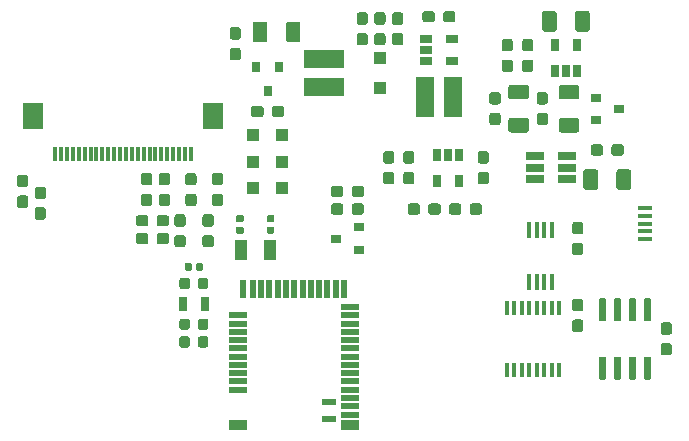
<source format=gbp>
G04 #@! TF.GenerationSoftware,KiCad,Pcbnew,5.1.5-52549c5~84~ubuntu18.04.1*
G04 #@! TF.CreationDate,2020-03-10T15:08:55+05:30*
G04 #@! TF.ProjectId,scale_ltc6915,7363616c-655f-46c7-9463-363931352e6b,rev?*
G04 #@! TF.SameCoordinates,Original*
G04 #@! TF.FileFunction,Paste,Bot*
G04 #@! TF.FilePolarity,Positive*
%FSLAX46Y46*%
G04 Gerber Fmt 4.6, Leading zero omitted, Abs format (unit mm)*
G04 Created by KiCad (PCBNEW 5.1.5-52549c5~84~ubuntu18.04.1) date 2020-03-10 15:08:55*
%MOMM*%
%LPD*%
G04 APERTURE LIST*
%ADD10C,0.100000*%
%ADD11R,1.000000X1.000000*%
%ADD12R,1.800000X2.200000*%
%ADD13R,0.300000X1.300000*%
%ADD14R,1.200000X0.400000*%
%ADD15R,0.700000X1.300000*%
%ADD16R,3.500000X1.600000*%
%ADD17R,0.900000X0.800000*%
%ADD18R,0.800000X0.900000*%
%ADD19R,1.200000X0.500000*%
%ADD20R,1.600000X0.900000*%
%ADD21R,1.600000X0.500000*%
%ADD22R,0.500000X1.600000*%
%ADD23R,1.560000X0.650000*%
%ADD24R,1.000000X1.800000*%
%ADD25R,1.600000X3.500000*%
%ADD26R,1.060000X0.650000*%
%ADD27R,0.650000X1.060000*%
%ADD28R,0.400000X1.200000*%
%ADD29R,0.450000X1.450000*%
G04 APERTURE END LIST*
D10*
G36*
X70260779Y-36851144D02*
G01*
X70283834Y-36854563D01*
X70306443Y-36860227D01*
X70328387Y-36868079D01*
X70349457Y-36878044D01*
X70369448Y-36890026D01*
X70388168Y-36903910D01*
X70405438Y-36919562D01*
X70421090Y-36936832D01*
X70434974Y-36955552D01*
X70446956Y-36975543D01*
X70456921Y-36996613D01*
X70464773Y-37018557D01*
X70470437Y-37041166D01*
X70473856Y-37064221D01*
X70475000Y-37087500D01*
X70475000Y-37662500D01*
X70473856Y-37685779D01*
X70470437Y-37708834D01*
X70464773Y-37731443D01*
X70456921Y-37753387D01*
X70446956Y-37774457D01*
X70434974Y-37794448D01*
X70421090Y-37813168D01*
X70405438Y-37830438D01*
X70388168Y-37846090D01*
X70369448Y-37859974D01*
X70349457Y-37871956D01*
X70328387Y-37881921D01*
X70306443Y-37889773D01*
X70283834Y-37895437D01*
X70260779Y-37898856D01*
X70237500Y-37900000D01*
X69762500Y-37900000D01*
X69739221Y-37898856D01*
X69716166Y-37895437D01*
X69693557Y-37889773D01*
X69671613Y-37881921D01*
X69650543Y-37871956D01*
X69630552Y-37859974D01*
X69611832Y-37846090D01*
X69594562Y-37830438D01*
X69578910Y-37813168D01*
X69565026Y-37794448D01*
X69553044Y-37774457D01*
X69543079Y-37753387D01*
X69535227Y-37731443D01*
X69529563Y-37708834D01*
X69526144Y-37685779D01*
X69525000Y-37662500D01*
X69525000Y-37087500D01*
X69526144Y-37064221D01*
X69529563Y-37041166D01*
X69535227Y-37018557D01*
X69543079Y-36996613D01*
X69553044Y-36975543D01*
X69565026Y-36955552D01*
X69578910Y-36936832D01*
X69594562Y-36919562D01*
X69611832Y-36903910D01*
X69630552Y-36890026D01*
X69650543Y-36878044D01*
X69671613Y-36868079D01*
X69693557Y-36860227D01*
X69716166Y-36854563D01*
X69739221Y-36851144D01*
X69762500Y-36850000D01*
X70237500Y-36850000D01*
X70260779Y-36851144D01*
G37*
G36*
X70260779Y-35101144D02*
G01*
X70283834Y-35104563D01*
X70306443Y-35110227D01*
X70328387Y-35118079D01*
X70349457Y-35128044D01*
X70369448Y-35140026D01*
X70388168Y-35153910D01*
X70405438Y-35169562D01*
X70421090Y-35186832D01*
X70434974Y-35205552D01*
X70446956Y-35225543D01*
X70456921Y-35246613D01*
X70464773Y-35268557D01*
X70470437Y-35291166D01*
X70473856Y-35314221D01*
X70475000Y-35337500D01*
X70475000Y-35912500D01*
X70473856Y-35935779D01*
X70470437Y-35958834D01*
X70464773Y-35981443D01*
X70456921Y-36003387D01*
X70446956Y-36024457D01*
X70434974Y-36044448D01*
X70421090Y-36063168D01*
X70405438Y-36080438D01*
X70388168Y-36096090D01*
X70369448Y-36109974D01*
X70349457Y-36121956D01*
X70328387Y-36131921D01*
X70306443Y-36139773D01*
X70283834Y-36145437D01*
X70260779Y-36148856D01*
X70237500Y-36150000D01*
X69762500Y-36150000D01*
X69739221Y-36148856D01*
X69716166Y-36145437D01*
X69693557Y-36139773D01*
X69671613Y-36131921D01*
X69650543Y-36121956D01*
X69630552Y-36109974D01*
X69611832Y-36096090D01*
X69594562Y-36080438D01*
X69578910Y-36063168D01*
X69565026Y-36044448D01*
X69553044Y-36024457D01*
X69543079Y-36003387D01*
X69535227Y-35981443D01*
X69529563Y-35958834D01*
X69526144Y-35935779D01*
X69525000Y-35912500D01*
X69525000Y-35337500D01*
X69526144Y-35314221D01*
X69529563Y-35291166D01*
X69535227Y-35268557D01*
X69543079Y-35246613D01*
X69553044Y-35225543D01*
X69565026Y-35205552D01*
X69578910Y-35186832D01*
X69594562Y-35169562D01*
X69611832Y-35153910D01*
X69630552Y-35140026D01*
X69650543Y-35128044D01*
X69671613Y-35118079D01*
X69693557Y-35110227D01*
X69716166Y-35104563D01*
X69739221Y-35101144D01*
X69762500Y-35100000D01*
X70237500Y-35100000D01*
X70260779Y-35101144D01*
G37*
G36*
X38527691Y-38276053D02*
G01*
X38548926Y-38279203D01*
X38569750Y-38284419D01*
X38589962Y-38291651D01*
X38609368Y-38300830D01*
X38627781Y-38311866D01*
X38645024Y-38324654D01*
X38660930Y-38339070D01*
X38675346Y-38354976D01*
X38688134Y-38372219D01*
X38699170Y-38390632D01*
X38708349Y-38410038D01*
X38715581Y-38430250D01*
X38720797Y-38451074D01*
X38723947Y-38472309D01*
X38725000Y-38493750D01*
X38725000Y-39006250D01*
X38723947Y-39027691D01*
X38720797Y-39048926D01*
X38715581Y-39069750D01*
X38708349Y-39089962D01*
X38699170Y-39109368D01*
X38688134Y-39127781D01*
X38675346Y-39145024D01*
X38660930Y-39160930D01*
X38645024Y-39175346D01*
X38627781Y-39188134D01*
X38609368Y-39199170D01*
X38589962Y-39208349D01*
X38569750Y-39215581D01*
X38548926Y-39220797D01*
X38527691Y-39223947D01*
X38506250Y-39225000D01*
X38068750Y-39225000D01*
X38047309Y-39223947D01*
X38026074Y-39220797D01*
X38005250Y-39215581D01*
X37985038Y-39208349D01*
X37965632Y-39199170D01*
X37947219Y-39188134D01*
X37929976Y-39175346D01*
X37914070Y-39160930D01*
X37899654Y-39145024D01*
X37886866Y-39127781D01*
X37875830Y-39109368D01*
X37866651Y-39089962D01*
X37859419Y-39069750D01*
X37854203Y-39048926D01*
X37851053Y-39027691D01*
X37850000Y-39006250D01*
X37850000Y-38493750D01*
X37851053Y-38472309D01*
X37854203Y-38451074D01*
X37859419Y-38430250D01*
X37866651Y-38410038D01*
X37875830Y-38390632D01*
X37886866Y-38372219D01*
X37899654Y-38354976D01*
X37914070Y-38339070D01*
X37929976Y-38324654D01*
X37947219Y-38311866D01*
X37965632Y-38300830D01*
X37985038Y-38291651D01*
X38005250Y-38284419D01*
X38026074Y-38279203D01*
X38047309Y-38276053D01*
X38068750Y-38275000D01*
X38506250Y-38275000D01*
X38527691Y-38276053D01*
G37*
G36*
X36952691Y-38276053D02*
G01*
X36973926Y-38279203D01*
X36994750Y-38284419D01*
X37014962Y-38291651D01*
X37034368Y-38300830D01*
X37052781Y-38311866D01*
X37070024Y-38324654D01*
X37085930Y-38339070D01*
X37100346Y-38354976D01*
X37113134Y-38372219D01*
X37124170Y-38390632D01*
X37133349Y-38410038D01*
X37140581Y-38430250D01*
X37145797Y-38451074D01*
X37148947Y-38472309D01*
X37150000Y-38493750D01*
X37150000Y-39006250D01*
X37148947Y-39027691D01*
X37145797Y-39048926D01*
X37140581Y-39069750D01*
X37133349Y-39089962D01*
X37124170Y-39109368D01*
X37113134Y-39127781D01*
X37100346Y-39145024D01*
X37085930Y-39160930D01*
X37070024Y-39175346D01*
X37052781Y-39188134D01*
X37034368Y-39199170D01*
X37014962Y-39208349D01*
X36994750Y-39215581D01*
X36973926Y-39220797D01*
X36952691Y-39223947D01*
X36931250Y-39225000D01*
X36493750Y-39225000D01*
X36472309Y-39223947D01*
X36451074Y-39220797D01*
X36430250Y-39215581D01*
X36410038Y-39208349D01*
X36390632Y-39199170D01*
X36372219Y-39188134D01*
X36354976Y-39175346D01*
X36339070Y-39160930D01*
X36324654Y-39145024D01*
X36311866Y-39127781D01*
X36300830Y-39109368D01*
X36291651Y-39089962D01*
X36284419Y-39069750D01*
X36279203Y-39048926D01*
X36276053Y-39027691D01*
X36275000Y-39006250D01*
X36275000Y-38493750D01*
X36276053Y-38472309D01*
X36279203Y-38451074D01*
X36284419Y-38430250D01*
X36291651Y-38410038D01*
X36300830Y-38390632D01*
X36311866Y-38372219D01*
X36324654Y-38354976D01*
X36339070Y-38339070D01*
X36354976Y-38324654D01*
X36372219Y-38311866D01*
X36390632Y-38300830D01*
X36410038Y-38291651D01*
X36430250Y-38284419D01*
X36451074Y-38279203D01*
X36472309Y-38276053D01*
X36493750Y-38275000D01*
X36931250Y-38275000D01*
X36952691Y-38276053D01*
G37*
G36*
X71499504Y-24126204D02*
G01*
X71523773Y-24129804D01*
X71547571Y-24135765D01*
X71570671Y-24144030D01*
X71592849Y-24154520D01*
X71613893Y-24167133D01*
X71633598Y-24181747D01*
X71651777Y-24198223D01*
X71668253Y-24216402D01*
X71682867Y-24236107D01*
X71695480Y-24257151D01*
X71705970Y-24279329D01*
X71714235Y-24302429D01*
X71720196Y-24326227D01*
X71723796Y-24350496D01*
X71725000Y-24375000D01*
X71725000Y-25625000D01*
X71723796Y-25649504D01*
X71720196Y-25673773D01*
X71714235Y-25697571D01*
X71705970Y-25720671D01*
X71695480Y-25742849D01*
X71682867Y-25763893D01*
X71668253Y-25783598D01*
X71651777Y-25801777D01*
X71633598Y-25818253D01*
X71613893Y-25832867D01*
X71592849Y-25845480D01*
X71570671Y-25855970D01*
X71547571Y-25864235D01*
X71523773Y-25870196D01*
X71499504Y-25873796D01*
X71475000Y-25875000D01*
X70725000Y-25875000D01*
X70700496Y-25873796D01*
X70676227Y-25870196D01*
X70652429Y-25864235D01*
X70629329Y-25855970D01*
X70607151Y-25845480D01*
X70586107Y-25832867D01*
X70566402Y-25818253D01*
X70548223Y-25801777D01*
X70531747Y-25783598D01*
X70517133Y-25763893D01*
X70504520Y-25742849D01*
X70494030Y-25720671D01*
X70485765Y-25697571D01*
X70479804Y-25673773D01*
X70476204Y-25649504D01*
X70475000Y-25625000D01*
X70475000Y-24375000D01*
X70476204Y-24350496D01*
X70479804Y-24326227D01*
X70485765Y-24302429D01*
X70494030Y-24279329D01*
X70504520Y-24257151D01*
X70517133Y-24236107D01*
X70531747Y-24216402D01*
X70548223Y-24198223D01*
X70566402Y-24181747D01*
X70586107Y-24167133D01*
X70607151Y-24154520D01*
X70629329Y-24144030D01*
X70652429Y-24135765D01*
X70676227Y-24129804D01*
X70700496Y-24126204D01*
X70725000Y-24125000D01*
X71475000Y-24125000D01*
X71499504Y-24126204D01*
G37*
G36*
X74299504Y-24126204D02*
G01*
X74323773Y-24129804D01*
X74347571Y-24135765D01*
X74370671Y-24144030D01*
X74392849Y-24154520D01*
X74413893Y-24167133D01*
X74433598Y-24181747D01*
X74451777Y-24198223D01*
X74468253Y-24216402D01*
X74482867Y-24236107D01*
X74495480Y-24257151D01*
X74505970Y-24279329D01*
X74514235Y-24302429D01*
X74520196Y-24326227D01*
X74523796Y-24350496D01*
X74525000Y-24375000D01*
X74525000Y-25625000D01*
X74523796Y-25649504D01*
X74520196Y-25673773D01*
X74514235Y-25697571D01*
X74505970Y-25720671D01*
X74495480Y-25742849D01*
X74482867Y-25763893D01*
X74468253Y-25783598D01*
X74451777Y-25801777D01*
X74433598Y-25818253D01*
X74413893Y-25832867D01*
X74392849Y-25845480D01*
X74370671Y-25855970D01*
X74347571Y-25864235D01*
X74323773Y-25870196D01*
X74299504Y-25873796D01*
X74275000Y-25875000D01*
X73525000Y-25875000D01*
X73500496Y-25873796D01*
X73476227Y-25870196D01*
X73452429Y-25864235D01*
X73429329Y-25855970D01*
X73407151Y-25845480D01*
X73386107Y-25832867D01*
X73366402Y-25818253D01*
X73348223Y-25801777D01*
X73331747Y-25783598D01*
X73317133Y-25763893D01*
X73304520Y-25742849D01*
X73294030Y-25720671D01*
X73285765Y-25697571D01*
X73279804Y-25673773D01*
X73276204Y-25649504D01*
X73275000Y-25625000D01*
X73275000Y-24375000D01*
X73276204Y-24350496D01*
X73279804Y-24326227D01*
X73285765Y-24302429D01*
X73294030Y-24279329D01*
X73304520Y-24257151D01*
X73317133Y-24236107D01*
X73331747Y-24216402D01*
X73348223Y-24198223D01*
X73366402Y-24181747D01*
X73386107Y-24167133D01*
X73407151Y-24154520D01*
X73429329Y-24144030D01*
X73452429Y-24135765D01*
X73476227Y-24129804D01*
X73500496Y-24126204D01*
X73525000Y-24125000D01*
X74275000Y-24125000D01*
X74299504Y-24126204D01*
G37*
G36*
X36952691Y-33326053D02*
G01*
X36973926Y-33329203D01*
X36994750Y-33334419D01*
X37014962Y-33341651D01*
X37034368Y-33350830D01*
X37052781Y-33361866D01*
X37070024Y-33374654D01*
X37085930Y-33389070D01*
X37100346Y-33404976D01*
X37113134Y-33422219D01*
X37124170Y-33440632D01*
X37133349Y-33460038D01*
X37140581Y-33480250D01*
X37145797Y-33501074D01*
X37148947Y-33522309D01*
X37150000Y-33543750D01*
X37150000Y-34056250D01*
X37148947Y-34077691D01*
X37145797Y-34098926D01*
X37140581Y-34119750D01*
X37133349Y-34139962D01*
X37124170Y-34159368D01*
X37113134Y-34177781D01*
X37100346Y-34195024D01*
X37085930Y-34210930D01*
X37070024Y-34225346D01*
X37052781Y-34238134D01*
X37034368Y-34249170D01*
X37014962Y-34258349D01*
X36994750Y-34265581D01*
X36973926Y-34270797D01*
X36952691Y-34273947D01*
X36931250Y-34275000D01*
X36493750Y-34275000D01*
X36472309Y-34273947D01*
X36451074Y-34270797D01*
X36430250Y-34265581D01*
X36410038Y-34258349D01*
X36390632Y-34249170D01*
X36372219Y-34238134D01*
X36354976Y-34225346D01*
X36339070Y-34210930D01*
X36324654Y-34195024D01*
X36311866Y-34177781D01*
X36300830Y-34159368D01*
X36291651Y-34139962D01*
X36284419Y-34119750D01*
X36279203Y-34098926D01*
X36276053Y-34077691D01*
X36275000Y-34056250D01*
X36275000Y-33543750D01*
X36276053Y-33522309D01*
X36279203Y-33501074D01*
X36284419Y-33480250D01*
X36291651Y-33460038D01*
X36300830Y-33440632D01*
X36311866Y-33422219D01*
X36324654Y-33404976D01*
X36339070Y-33389070D01*
X36354976Y-33374654D01*
X36372219Y-33361866D01*
X36390632Y-33350830D01*
X36410038Y-33341651D01*
X36430250Y-33334419D01*
X36451074Y-33329203D01*
X36472309Y-33326053D01*
X36493750Y-33325000D01*
X36931250Y-33325000D01*
X36952691Y-33326053D01*
G37*
G36*
X38527691Y-33326053D02*
G01*
X38548926Y-33329203D01*
X38569750Y-33334419D01*
X38589962Y-33341651D01*
X38609368Y-33350830D01*
X38627781Y-33361866D01*
X38645024Y-33374654D01*
X38660930Y-33389070D01*
X38675346Y-33404976D01*
X38688134Y-33422219D01*
X38699170Y-33440632D01*
X38708349Y-33460038D01*
X38715581Y-33480250D01*
X38720797Y-33501074D01*
X38723947Y-33522309D01*
X38725000Y-33543750D01*
X38725000Y-34056250D01*
X38723947Y-34077691D01*
X38720797Y-34098926D01*
X38715581Y-34119750D01*
X38708349Y-34139962D01*
X38699170Y-34159368D01*
X38688134Y-34177781D01*
X38675346Y-34195024D01*
X38660930Y-34210930D01*
X38645024Y-34225346D01*
X38627781Y-34238134D01*
X38609368Y-34249170D01*
X38589962Y-34258349D01*
X38569750Y-34265581D01*
X38548926Y-34270797D01*
X38527691Y-34273947D01*
X38506250Y-34275000D01*
X38068750Y-34275000D01*
X38047309Y-34273947D01*
X38026074Y-34270797D01*
X38005250Y-34265581D01*
X37985038Y-34258349D01*
X37965632Y-34249170D01*
X37947219Y-34238134D01*
X37929976Y-34225346D01*
X37914070Y-34210930D01*
X37899654Y-34195024D01*
X37886866Y-34177781D01*
X37875830Y-34159368D01*
X37866651Y-34139962D01*
X37859419Y-34119750D01*
X37854203Y-34098926D01*
X37851053Y-34077691D01*
X37850000Y-34056250D01*
X37850000Y-33543750D01*
X37851053Y-33522309D01*
X37854203Y-33501074D01*
X37859419Y-33480250D01*
X37866651Y-33460038D01*
X37875830Y-33440632D01*
X37886866Y-33422219D01*
X37899654Y-33404976D01*
X37914070Y-33389070D01*
X37929976Y-33374654D01*
X37947219Y-33361866D01*
X37965632Y-33350830D01*
X37985038Y-33341651D01*
X38005250Y-33334419D01*
X38026074Y-33329203D01*
X38047309Y-33326053D01*
X38068750Y-33325000D01*
X38506250Y-33325000D01*
X38527691Y-33326053D01*
G37*
G36*
X41586958Y-28990710D02*
G01*
X41601276Y-28992834D01*
X41615317Y-28996351D01*
X41628946Y-29001228D01*
X41642031Y-29007417D01*
X41654447Y-29014858D01*
X41666073Y-29023481D01*
X41676798Y-29033202D01*
X41686519Y-29043927D01*
X41695142Y-29055553D01*
X41702583Y-29067969D01*
X41708772Y-29081054D01*
X41713649Y-29094683D01*
X41717166Y-29108724D01*
X41719290Y-29123042D01*
X41720000Y-29137500D01*
X41720000Y-29432500D01*
X41719290Y-29446958D01*
X41717166Y-29461276D01*
X41713649Y-29475317D01*
X41708772Y-29488946D01*
X41702583Y-29502031D01*
X41695142Y-29514447D01*
X41686519Y-29526073D01*
X41676798Y-29536798D01*
X41666073Y-29546519D01*
X41654447Y-29555142D01*
X41642031Y-29562583D01*
X41628946Y-29568772D01*
X41615317Y-29573649D01*
X41601276Y-29577166D01*
X41586958Y-29579290D01*
X41572500Y-29580000D01*
X41227500Y-29580000D01*
X41213042Y-29579290D01*
X41198724Y-29577166D01*
X41184683Y-29573649D01*
X41171054Y-29568772D01*
X41157969Y-29562583D01*
X41145553Y-29555142D01*
X41133927Y-29546519D01*
X41123202Y-29536798D01*
X41113481Y-29526073D01*
X41104858Y-29514447D01*
X41097417Y-29502031D01*
X41091228Y-29488946D01*
X41086351Y-29475317D01*
X41082834Y-29461276D01*
X41080710Y-29446958D01*
X41080000Y-29432500D01*
X41080000Y-29137500D01*
X41080710Y-29123042D01*
X41082834Y-29108724D01*
X41086351Y-29094683D01*
X41091228Y-29081054D01*
X41097417Y-29067969D01*
X41104858Y-29055553D01*
X41113481Y-29043927D01*
X41123202Y-29033202D01*
X41133927Y-29023481D01*
X41145553Y-29014858D01*
X41157969Y-29007417D01*
X41171054Y-29001228D01*
X41184683Y-28996351D01*
X41198724Y-28992834D01*
X41213042Y-28990710D01*
X41227500Y-28990000D01*
X41572500Y-28990000D01*
X41586958Y-28990710D01*
G37*
G36*
X41586958Y-28020710D02*
G01*
X41601276Y-28022834D01*
X41615317Y-28026351D01*
X41628946Y-28031228D01*
X41642031Y-28037417D01*
X41654447Y-28044858D01*
X41666073Y-28053481D01*
X41676798Y-28063202D01*
X41686519Y-28073927D01*
X41695142Y-28085553D01*
X41702583Y-28097969D01*
X41708772Y-28111054D01*
X41713649Y-28124683D01*
X41717166Y-28138724D01*
X41719290Y-28153042D01*
X41720000Y-28167500D01*
X41720000Y-28462500D01*
X41719290Y-28476958D01*
X41717166Y-28491276D01*
X41713649Y-28505317D01*
X41708772Y-28518946D01*
X41702583Y-28532031D01*
X41695142Y-28544447D01*
X41686519Y-28556073D01*
X41676798Y-28566798D01*
X41666073Y-28576519D01*
X41654447Y-28585142D01*
X41642031Y-28592583D01*
X41628946Y-28598772D01*
X41615317Y-28603649D01*
X41601276Y-28607166D01*
X41586958Y-28609290D01*
X41572500Y-28610000D01*
X41227500Y-28610000D01*
X41213042Y-28609290D01*
X41198724Y-28607166D01*
X41184683Y-28603649D01*
X41171054Y-28598772D01*
X41157969Y-28592583D01*
X41145553Y-28585142D01*
X41133927Y-28576519D01*
X41123202Y-28566798D01*
X41113481Y-28556073D01*
X41104858Y-28544447D01*
X41097417Y-28532031D01*
X41091228Y-28518946D01*
X41086351Y-28505317D01*
X41082834Y-28491276D01*
X41080710Y-28476958D01*
X41080000Y-28462500D01*
X41080000Y-28167500D01*
X41080710Y-28153042D01*
X41082834Y-28138724D01*
X41086351Y-28124683D01*
X41091228Y-28111054D01*
X41097417Y-28097969D01*
X41104858Y-28085553D01*
X41113481Y-28073927D01*
X41123202Y-28063202D01*
X41133927Y-28053481D01*
X41145553Y-28044858D01*
X41157969Y-28037417D01*
X41171054Y-28031228D01*
X41184683Y-28026351D01*
X41198724Y-28022834D01*
X41213042Y-28020710D01*
X41227500Y-28020000D01*
X41572500Y-28020000D01*
X41586958Y-28020710D01*
G37*
G36*
X37176958Y-32080710D02*
G01*
X37191276Y-32082834D01*
X37205317Y-32086351D01*
X37218946Y-32091228D01*
X37232031Y-32097417D01*
X37244447Y-32104858D01*
X37256073Y-32113481D01*
X37266798Y-32123202D01*
X37276519Y-32133927D01*
X37285142Y-32145553D01*
X37292583Y-32157969D01*
X37298772Y-32171054D01*
X37303649Y-32184683D01*
X37307166Y-32198724D01*
X37309290Y-32213042D01*
X37310000Y-32227500D01*
X37310000Y-32572500D01*
X37309290Y-32586958D01*
X37307166Y-32601276D01*
X37303649Y-32615317D01*
X37298772Y-32628946D01*
X37292583Y-32642031D01*
X37285142Y-32654447D01*
X37276519Y-32666073D01*
X37266798Y-32676798D01*
X37256073Y-32686519D01*
X37244447Y-32695142D01*
X37232031Y-32702583D01*
X37218946Y-32708772D01*
X37205317Y-32713649D01*
X37191276Y-32717166D01*
X37176958Y-32719290D01*
X37162500Y-32720000D01*
X36867500Y-32720000D01*
X36853042Y-32719290D01*
X36838724Y-32717166D01*
X36824683Y-32713649D01*
X36811054Y-32708772D01*
X36797969Y-32702583D01*
X36785553Y-32695142D01*
X36773927Y-32686519D01*
X36763202Y-32676798D01*
X36753481Y-32666073D01*
X36744858Y-32654447D01*
X36737417Y-32642031D01*
X36731228Y-32628946D01*
X36726351Y-32615317D01*
X36722834Y-32601276D01*
X36720710Y-32586958D01*
X36720000Y-32572500D01*
X36720000Y-32227500D01*
X36720710Y-32213042D01*
X36722834Y-32198724D01*
X36726351Y-32184683D01*
X36731228Y-32171054D01*
X36737417Y-32157969D01*
X36744858Y-32145553D01*
X36753481Y-32133927D01*
X36763202Y-32123202D01*
X36773927Y-32113481D01*
X36785553Y-32104858D01*
X36797969Y-32097417D01*
X36811054Y-32091228D01*
X36824683Y-32086351D01*
X36838724Y-32082834D01*
X36853042Y-32080710D01*
X36867500Y-32080000D01*
X37162500Y-32080000D01*
X37176958Y-32080710D01*
G37*
G36*
X38146958Y-32080710D02*
G01*
X38161276Y-32082834D01*
X38175317Y-32086351D01*
X38188946Y-32091228D01*
X38202031Y-32097417D01*
X38214447Y-32104858D01*
X38226073Y-32113481D01*
X38236798Y-32123202D01*
X38246519Y-32133927D01*
X38255142Y-32145553D01*
X38262583Y-32157969D01*
X38268772Y-32171054D01*
X38273649Y-32184683D01*
X38277166Y-32198724D01*
X38279290Y-32213042D01*
X38280000Y-32227500D01*
X38280000Y-32572500D01*
X38279290Y-32586958D01*
X38277166Y-32601276D01*
X38273649Y-32615317D01*
X38268772Y-32628946D01*
X38262583Y-32642031D01*
X38255142Y-32654447D01*
X38246519Y-32666073D01*
X38236798Y-32676798D01*
X38226073Y-32686519D01*
X38214447Y-32695142D01*
X38202031Y-32702583D01*
X38188946Y-32708772D01*
X38175317Y-32713649D01*
X38161276Y-32717166D01*
X38146958Y-32719290D01*
X38132500Y-32720000D01*
X37837500Y-32720000D01*
X37823042Y-32719290D01*
X37808724Y-32717166D01*
X37794683Y-32713649D01*
X37781054Y-32708772D01*
X37767969Y-32702583D01*
X37755553Y-32695142D01*
X37743927Y-32686519D01*
X37733202Y-32676798D01*
X37723481Y-32666073D01*
X37714858Y-32654447D01*
X37707417Y-32642031D01*
X37701228Y-32628946D01*
X37696351Y-32615317D01*
X37692834Y-32601276D01*
X37690710Y-32586958D01*
X37690000Y-32572500D01*
X37690000Y-32227500D01*
X37690710Y-32213042D01*
X37692834Y-32198724D01*
X37696351Y-32184683D01*
X37701228Y-32171054D01*
X37707417Y-32157969D01*
X37714858Y-32145553D01*
X37723481Y-32133927D01*
X37733202Y-32123202D01*
X37743927Y-32113481D01*
X37755553Y-32104858D01*
X37767969Y-32097417D01*
X37781054Y-32091228D01*
X37794683Y-32086351D01*
X37808724Y-32082834D01*
X37823042Y-32080710D01*
X37837500Y-32080000D01*
X38132500Y-32080000D01*
X38146958Y-32080710D01*
G37*
G36*
X44186958Y-28020710D02*
G01*
X44201276Y-28022834D01*
X44215317Y-28026351D01*
X44228946Y-28031228D01*
X44242031Y-28037417D01*
X44254447Y-28044858D01*
X44266073Y-28053481D01*
X44276798Y-28063202D01*
X44286519Y-28073927D01*
X44295142Y-28085553D01*
X44302583Y-28097969D01*
X44308772Y-28111054D01*
X44313649Y-28124683D01*
X44317166Y-28138724D01*
X44319290Y-28153042D01*
X44320000Y-28167500D01*
X44320000Y-28462500D01*
X44319290Y-28476958D01*
X44317166Y-28491276D01*
X44313649Y-28505317D01*
X44308772Y-28518946D01*
X44302583Y-28532031D01*
X44295142Y-28544447D01*
X44286519Y-28556073D01*
X44276798Y-28566798D01*
X44266073Y-28576519D01*
X44254447Y-28585142D01*
X44242031Y-28592583D01*
X44228946Y-28598772D01*
X44215317Y-28603649D01*
X44201276Y-28607166D01*
X44186958Y-28609290D01*
X44172500Y-28610000D01*
X43827500Y-28610000D01*
X43813042Y-28609290D01*
X43798724Y-28607166D01*
X43784683Y-28603649D01*
X43771054Y-28598772D01*
X43757969Y-28592583D01*
X43745553Y-28585142D01*
X43733927Y-28576519D01*
X43723202Y-28566798D01*
X43713481Y-28556073D01*
X43704858Y-28544447D01*
X43697417Y-28532031D01*
X43691228Y-28518946D01*
X43686351Y-28505317D01*
X43682834Y-28491276D01*
X43680710Y-28476958D01*
X43680000Y-28462500D01*
X43680000Y-28167500D01*
X43680710Y-28153042D01*
X43682834Y-28138724D01*
X43686351Y-28124683D01*
X43691228Y-28111054D01*
X43697417Y-28097969D01*
X43704858Y-28085553D01*
X43713481Y-28073927D01*
X43723202Y-28063202D01*
X43733927Y-28053481D01*
X43745553Y-28044858D01*
X43757969Y-28037417D01*
X43771054Y-28031228D01*
X43784683Y-28026351D01*
X43798724Y-28022834D01*
X43813042Y-28020710D01*
X43827500Y-28020000D01*
X44172500Y-28020000D01*
X44186958Y-28020710D01*
G37*
G36*
X44186958Y-28990710D02*
G01*
X44201276Y-28992834D01*
X44215317Y-28996351D01*
X44228946Y-29001228D01*
X44242031Y-29007417D01*
X44254447Y-29014858D01*
X44266073Y-29023481D01*
X44276798Y-29033202D01*
X44286519Y-29043927D01*
X44295142Y-29055553D01*
X44302583Y-29067969D01*
X44308772Y-29081054D01*
X44313649Y-29094683D01*
X44317166Y-29108724D01*
X44319290Y-29123042D01*
X44320000Y-29137500D01*
X44320000Y-29432500D01*
X44319290Y-29446958D01*
X44317166Y-29461276D01*
X44313649Y-29475317D01*
X44308772Y-29488946D01*
X44302583Y-29502031D01*
X44295142Y-29514447D01*
X44286519Y-29526073D01*
X44276798Y-29536798D01*
X44266073Y-29546519D01*
X44254447Y-29555142D01*
X44242031Y-29562583D01*
X44228946Y-29568772D01*
X44215317Y-29573649D01*
X44201276Y-29577166D01*
X44186958Y-29579290D01*
X44172500Y-29580000D01*
X43827500Y-29580000D01*
X43813042Y-29579290D01*
X43798724Y-29577166D01*
X43784683Y-29573649D01*
X43771054Y-29568772D01*
X43757969Y-29562583D01*
X43745553Y-29555142D01*
X43733927Y-29546519D01*
X43723202Y-29536798D01*
X43713481Y-29526073D01*
X43704858Y-29514447D01*
X43697417Y-29502031D01*
X43691228Y-29488946D01*
X43686351Y-29475317D01*
X43682834Y-29461276D01*
X43680710Y-29446958D01*
X43680000Y-29432500D01*
X43680000Y-29137500D01*
X43680710Y-29123042D01*
X43682834Y-29108724D01*
X43686351Y-29094683D01*
X43691228Y-29081054D01*
X43697417Y-29067969D01*
X43704858Y-29055553D01*
X43713481Y-29043927D01*
X43723202Y-29033202D01*
X43733927Y-29023481D01*
X43745553Y-29014858D01*
X43757969Y-29007417D01*
X43771054Y-29001228D01*
X43784683Y-28996351D01*
X43798724Y-28992834D01*
X43813042Y-28990710D01*
X43827500Y-28990000D01*
X44172500Y-28990000D01*
X44186958Y-28990710D01*
G37*
G36*
X65649504Y-19776204D02*
G01*
X65673773Y-19779804D01*
X65697571Y-19785765D01*
X65720671Y-19794030D01*
X65742849Y-19804520D01*
X65763893Y-19817133D01*
X65783598Y-19831747D01*
X65801777Y-19848223D01*
X65818253Y-19866402D01*
X65832867Y-19886107D01*
X65845480Y-19907151D01*
X65855970Y-19929329D01*
X65864235Y-19952429D01*
X65870196Y-19976227D01*
X65873796Y-20000496D01*
X65875000Y-20025000D01*
X65875000Y-20775000D01*
X65873796Y-20799504D01*
X65870196Y-20823773D01*
X65864235Y-20847571D01*
X65855970Y-20870671D01*
X65845480Y-20892849D01*
X65832867Y-20913893D01*
X65818253Y-20933598D01*
X65801777Y-20951777D01*
X65783598Y-20968253D01*
X65763893Y-20982867D01*
X65742849Y-20995480D01*
X65720671Y-21005970D01*
X65697571Y-21014235D01*
X65673773Y-21020196D01*
X65649504Y-21023796D01*
X65625000Y-21025000D01*
X64375000Y-21025000D01*
X64350496Y-21023796D01*
X64326227Y-21020196D01*
X64302429Y-21014235D01*
X64279329Y-21005970D01*
X64257151Y-20995480D01*
X64236107Y-20982867D01*
X64216402Y-20968253D01*
X64198223Y-20951777D01*
X64181747Y-20933598D01*
X64167133Y-20913893D01*
X64154520Y-20892849D01*
X64144030Y-20870671D01*
X64135765Y-20847571D01*
X64129804Y-20823773D01*
X64126204Y-20799504D01*
X64125000Y-20775000D01*
X64125000Y-20025000D01*
X64126204Y-20000496D01*
X64129804Y-19976227D01*
X64135765Y-19952429D01*
X64144030Y-19929329D01*
X64154520Y-19907151D01*
X64167133Y-19886107D01*
X64181747Y-19866402D01*
X64198223Y-19848223D01*
X64216402Y-19831747D01*
X64236107Y-19817133D01*
X64257151Y-19804520D01*
X64279329Y-19794030D01*
X64302429Y-19785765D01*
X64326227Y-19779804D01*
X64350496Y-19776204D01*
X64375000Y-19775000D01*
X65625000Y-19775000D01*
X65649504Y-19776204D01*
G37*
G36*
X65649504Y-16976204D02*
G01*
X65673773Y-16979804D01*
X65697571Y-16985765D01*
X65720671Y-16994030D01*
X65742849Y-17004520D01*
X65763893Y-17017133D01*
X65783598Y-17031747D01*
X65801777Y-17048223D01*
X65818253Y-17066402D01*
X65832867Y-17086107D01*
X65845480Y-17107151D01*
X65855970Y-17129329D01*
X65864235Y-17152429D01*
X65870196Y-17176227D01*
X65873796Y-17200496D01*
X65875000Y-17225000D01*
X65875000Y-17975000D01*
X65873796Y-17999504D01*
X65870196Y-18023773D01*
X65864235Y-18047571D01*
X65855970Y-18070671D01*
X65845480Y-18092849D01*
X65832867Y-18113893D01*
X65818253Y-18133598D01*
X65801777Y-18151777D01*
X65783598Y-18168253D01*
X65763893Y-18182867D01*
X65742849Y-18195480D01*
X65720671Y-18205970D01*
X65697571Y-18214235D01*
X65673773Y-18220196D01*
X65649504Y-18223796D01*
X65625000Y-18225000D01*
X64375000Y-18225000D01*
X64350496Y-18223796D01*
X64326227Y-18220196D01*
X64302429Y-18214235D01*
X64279329Y-18205970D01*
X64257151Y-18195480D01*
X64236107Y-18182867D01*
X64216402Y-18168253D01*
X64198223Y-18151777D01*
X64181747Y-18133598D01*
X64167133Y-18113893D01*
X64154520Y-18092849D01*
X64144030Y-18070671D01*
X64135765Y-18047571D01*
X64129804Y-18023773D01*
X64126204Y-17999504D01*
X64125000Y-17975000D01*
X64125000Y-17225000D01*
X64126204Y-17200496D01*
X64129804Y-17176227D01*
X64135765Y-17152429D01*
X64144030Y-17129329D01*
X64154520Y-17107151D01*
X64167133Y-17086107D01*
X64181747Y-17066402D01*
X64198223Y-17048223D01*
X64216402Y-17031747D01*
X64236107Y-17017133D01*
X64257151Y-17004520D01*
X64279329Y-16994030D01*
X64302429Y-16985765D01*
X64326227Y-16979804D01*
X64350496Y-16976204D01*
X64375000Y-16975000D01*
X65625000Y-16975000D01*
X65649504Y-16976204D01*
G37*
G36*
X69899504Y-19776204D02*
G01*
X69923773Y-19779804D01*
X69947571Y-19785765D01*
X69970671Y-19794030D01*
X69992849Y-19804520D01*
X70013893Y-19817133D01*
X70033598Y-19831747D01*
X70051777Y-19848223D01*
X70068253Y-19866402D01*
X70082867Y-19886107D01*
X70095480Y-19907151D01*
X70105970Y-19929329D01*
X70114235Y-19952429D01*
X70120196Y-19976227D01*
X70123796Y-20000496D01*
X70125000Y-20025000D01*
X70125000Y-20775000D01*
X70123796Y-20799504D01*
X70120196Y-20823773D01*
X70114235Y-20847571D01*
X70105970Y-20870671D01*
X70095480Y-20892849D01*
X70082867Y-20913893D01*
X70068253Y-20933598D01*
X70051777Y-20951777D01*
X70033598Y-20968253D01*
X70013893Y-20982867D01*
X69992849Y-20995480D01*
X69970671Y-21005970D01*
X69947571Y-21014235D01*
X69923773Y-21020196D01*
X69899504Y-21023796D01*
X69875000Y-21025000D01*
X68625000Y-21025000D01*
X68600496Y-21023796D01*
X68576227Y-21020196D01*
X68552429Y-21014235D01*
X68529329Y-21005970D01*
X68507151Y-20995480D01*
X68486107Y-20982867D01*
X68466402Y-20968253D01*
X68448223Y-20951777D01*
X68431747Y-20933598D01*
X68417133Y-20913893D01*
X68404520Y-20892849D01*
X68394030Y-20870671D01*
X68385765Y-20847571D01*
X68379804Y-20823773D01*
X68376204Y-20799504D01*
X68375000Y-20775000D01*
X68375000Y-20025000D01*
X68376204Y-20000496D01*
X68379804Y-19976227D01*
X68385765Y-19952429D01*
X68394030Y-19929329D01*
X68404520Y-19907151D01*
X68417133Y-19886107D01*
X68431747Y-19866402D01*
X68448223Y-19848223D01*
X68466402Y-19831747D01*
X68486107Y-19817133D01*
X68507151Y-19804520D01*
X68529329Y-19794030D01*
X68552429Y-19785765D01*
X68576227Y-19779804D01*
X68600496Y-19776204D01*
X68625000Y-19775000D01*
X69875000Y-19775000D01*
X69899504Y-19776204D01*
G37*
G36*
X69899504Y-16976204D02*
G01*
X69923773Y-16979804D01*
X69947571Y-16985765D01*
X69970671Y-16994030D01*
X69992849Y-17004520D01*
X70013893Y-17017133D01*
X70033598Y-17031747D01*
X70051777Y-17048223D01*
X70068253Y-17066402D01*
X70082867Y-17086107D01*
X70095480Y-17107151D01*
X70105970Y-17129329D01*
X70114235Y-17152429D01*
X70120196Y-17176227D01*
X70123796Y-17200496D01*
X70125000Y-17225000D01*
X70125000Y-17975000D01*
X70123796Y-17999504D01*
X70120196Y-18023773D01*
X70114235Y-18047571D01*
X70105970Y-18070671D01*
X70095480Y-18092849D01*
X70082867Y-18113893D01*
X70068253Y-18133598D01*
X70051777Y-18151777D01*
X70033598Y-18168253D01*
X70013893Y-18182867D01*
X69992849Y-18195480D01*
X69970671Y-18205970D01*
X69947571Y-18214235D01*
X69923773Y-18220196D01*
X69899504Y-18223796D01*
X69875000Y-18225000D01*
X68625000Y-18225000D01*
X68600496Y-18223796D01*
X68576227Y-18220196D01*
X68552429Y-18214235D01*
X68529329Y-18205970D01*
X68507151Y-18195480D01*
X68486107Y-18182867D01*
X68466402Y-18168253D01*
X68448223Y-18151777D01*
X68431747Y-18133598D01*
X68417133Y-18113893D01*
X68404520Y-18092849D01*
X68394030Y-18070671D01*
X68385765Y-18047571D01*
X68379804Y-18023773D01*
X68376204Y-17999504D01*
X68375000Y-17975000D01*
X68375000Y-17225000D01*
X68376204Y-17200496D01*
X68379804Y-17176227D01*
X68385765Y-17152429D01*
X68394030Y-17129329D01*
X68404520Y-17107151D01*
X68417133Y-17086107D01*
X68431747Y-17066402D01*
X68448223Y-17048223D01*
X68466402Y-17031747D01*
X68486107Y-17017133D01*
X68507151Y-17004520D01*
X68529329Y-16994030D01*
X68552429Y-16985765D01*
X68576227Y-16979804D01*
X68600496Y-16976204D01*
X68625000Y-16975000D01*
X69875000Y-16975000D01*
X69899504Y-16976204D01*
G37*
G36*
X67999504Y-10726204D02*
G01*
X68023773Y-10729804D01*
X68047571Y-10735765D01*
X68070671Y-10744030D01*
X68092849Y-10754520D01*
X68113893Y-10767133D01*
X68133598Y-10781747D01*
X68151777Y-10798223D01*
X68168253Y-10816402D01*
X68182867Y-10836107D01*
X68195480Y-10857151D01*
X68205970Y-10879329D01*
X68214235Y-10902429D01*
X68220196Y-10926227D01*
X68223796Y-10950496D01*
X68225000Y-10975000D01*
X68225000Y-12225000D01*
X68223796Y-12249504D01*
X68220196Y-12273773D01*
X68214235Y-12297571D01*
X68205970Y-12320671D01*
X68195480Y-12342849D01*
X68182867Y-12363893D01*
X68168253Y-12383598D01*
X68151777Y-12401777D01*
X68133598Y-12418253D01*
X68113893Y-12432867D01*
X68092849Y-12445480D01*
X68070671Y-12455970D01*
X68047571Y-12464235D01*
X68023773Y-12470196D01*
X67999504Y-12473796D01*
X67975000Y-12475000D01*
X67225000Y-12475000D01*
X67200496Y-12473796D01*
X67176227Y-12470196D01*
X67152429Y-12464235D01*
X67129329Y-12455970D01*
X67107151Y-12445480D01*
X67086107Y-12432867D01*
X67066402Y-12418253D01*
X67048223Y-12401777D01*
X67031747Y-12383598D01*
X67017133Y-12363893D01*
X67004520Y-12342849D01*
X66994030Y-12320671D01*
X66985765Y-12297571D01*
X66979804Y-12273773D01*
X66976204Y-12249504D01*
X66975000Y-12225000D01*
X66975000Y-10975000D01*
X66976204Y-10950496D01*
X66979804Y-10926227D01*
X66985765Y-10902429D01*
X66994030Y-10879329D01*
X67004520Y-10857151D01*
X67017133Y-10836107D01*
X67031747Y-10816402D01*
X67048223Y-10798223D01*
X67066402Y-10781747D01*
X67086107Y-10767133D01*
X67107151Y-10754520D01*
X67129329Y-10744030D01*
X67152429Y-10735765D01*
X67176227Y-10729804D01*
X67200496Y-10726204D01*
X67225000Y-10725000D01*
X67975000Y-10725000D01*
X67999504Y-10726204D01*
G37*
G36*
X70799504Y-10726204D02*
G01*
X70823773Y-10729804D01*
X70847571Y-10735765D01*
X70870671Y-10744030D01*
X70892849Y-10754520D01*
X70913893Y-10767133D01*
X70933598Y-10781747D01*
X70951777Y-10798223D01*
X70968253Y-10816402D01*
X70982867Y-10836107D01*
X70995480Y-10857151D01*
X71005970Y-10879329D01*
X71014235Y-10902429D01*
X71020196Y-10926227D01*
X71023796Y-10950496D01*
X71025000Y-10975000D01*
X71025000Y-12225000D01*
X71023796Y-12249504D01*
X71020196Y-12273773D01*
X71014235Y-12297571D01*
X71005970Y-12320671D01*
X70995480Y-12342849D01*
X70982867Y-12363893D01*
X70968253Y-12383598D01*
X70951777Y-12401777D01*
X70933598Y-12418253D01*
X70913893Y-12432867D01*
X70892849Y-12445480D01*
X70870671Y-12455970D01*
X70847571Y-12464235D01*
X70823773Y-12470196D01*
X70799504Y-12473796D01*
X70775000Y-12475000D01*
X70025000Y-12475000D01*
X70000496Y-12473796D01*
X69976227Y-12470196D01*
X69952429Y-12464235D01*
X69929329Y-12455970D01*
X69907151Y-12445480D01*
X69886107Y-12432867D01*
X69866402Y-12418253D01*
X69848223Y-12401777D01*
X69831747Y-12383598D01*
X69817133Y-12363893D01*
X69804520Y-12342849D01*
X69794030Y-12320671D01*
X69785765Y-12297571D01*
X69779804Y-12273773D01*
X69776204Y-12249504D01*
X69775000Y-12225000D01*
X69775000Y-10975000D01*
X69776204Y-10950496D01*
X69779804Y-10926227D01*
X69785765Y-10902429D01*
X69794030Y-10879329D01*
X69804520Y-10857151D01*
X69817133Y-10836107D01*
X69831747Y-10816402D01*
X69848223Y-10798223D01*
X69866402Y-10781747D01*
X69886107Y-10767133D01*
X69907151Y-10754520D01*
X69929329Y-10744030D01*
X69952429Y-10735765D01*
X69976227Y-10729804D01*
X70000496Y-10726204D01*
X70025000Y-10725000D01*
X70775000Y-10725000D01*
X70799504Y-10726204D01*
G37*
G36*
X43185779Y-18776144D02*
G01*
X43208834Y-18779563D01*
X43231443Y-18785227D01*
X43253387Y-18793079D01*
X43274457Y-18803044D01*
X43294448Y-18815026D01*
X43313168Y-18828910D01*
X43330438Y-18844562D01*
X43346090Y-18861832D01*
X43359974Y-18880552D01*
X43371956Y-18900543D01*
X43381921Y-18921613D01*
X43389773Y-18943557D01*
X43395437Y-18966166D01*
X43398856Y-18989221D01*
X43400000Y-19012500D01*
X43400000Y-19487500D01*
X43398856Y-19510779D01*
X43395437Y-19533834D01*
X43389773Y-19556443D01*
X43381921Y-19578387D01*
X43371956Y-19599457D01*
X43359974Y-19619448D01*
X43346090Y-19638168D01*
X43330438Y-19655438D01*
X43313168Y-19671090D01*
X43294448Y-19684974D01*
X43274457Y-19696956D01*
X43253387Y-19706921D01*
X43231443Y-19714773D01*
X43208834Y-19720437D01*
X43185779Y-19723856D01*
X43162500Y-19725000D01*
X42587500Y-19725000D01*
X42564221Y-19723856D01*
X42541166Y-19720437D01*
X42518557Y-19714773D01*
X42496613Y-19706921D01*
X42475543Y-19696956D01*
X42455552Y-19684974D01*
X42436832Y-19671090D01*
X42419562Y-19655438D01*
X42403910Y-19638168D01*
X42390026Y-19619448D01*
X42378044Y-19599457D01*
X42368079Y-19578387D01*
X42360227Y-19556443D01*
X42354563Y-19533834D01*
X42351144Y-19510779D01*
X42350000Y-19487500D01*
X42350000Y-19012500D01*
X42351144Y-18989221D01*
X42354563Y-18966166D01*
X42360227Y-18943557D01*
X42368079Y-18921613D01*
X42378044Y-18900543D01*
X42390026Y-18880552D01*
X42403910Y-18861832D01*
X42419562Y-18844562D01*
X42436832Y-18828910D01*
X42455552Y-18815026D01*
X42475543Y-18803044D01*
X42496613Y-18793079D01*
X42518557Y-18785227D01*
X42541166Y-18779563D01*
X42564221Y-18776144D01*
X42587500Y-18775000D01*
X43162500Y-18775000D01*
X43185779Y-18776144D01*
G37*
G36*
X44935779Y-18776144D02*
G01*
X44958834Y-18779563D01*
X44981443Y-18785227D01*
X45003387Y-18793079D01*
X45024457Y-18803044D01*
X45044448Y-18815026D01*
X45063168Y-18828910D01*
X45080438Y-18844562D01*
X45096090Y-18861832D01*
X45109974Y-18880552D01*
X45121956Y-18900543D01*
X45131921Y-18921613D01*
X45139773Y-18943557D01*
X45145437Y-18966166D01*
X45148856Y-18989221D01*
X45150000Y-19012500D01*
X45150000Y-19487500D01*
X45148856Y-19510779D01*
X45145437Y-19533834D01*
X45139773Y-19556443D01*
X45131921Y-19578387D01*
X45121956Y-19599457D01*
X45109974Y-19619448D01*
X45096090Y-19638168D01*
X45080438Y-19655438D01*
X45063168Y-19671090D01*
X45044448Y-19684974D01*
X45024457Y-19696956D01*
X45003387Y-19706921D01*
X44981443Y-19714773D01*
X44958834Y-19720437D01*
X44935779Y-19723856D01*
X44912500Y-19725000D01*
X44337500Y-19725000D01*
X44314221Y-19723856D01*
X44291166Y-19720437D01*
X44268557Y-19714773D01*
X44246613Y-19706921D01*
X44225543Y-19696956D01*
X44205552Y-19684974D01*
X44186832Y-19671090D01*
X44169562Y-19655438D01*
X44153910Y-19638168D01*
X44140026Y-19619448D01*
X44128044Y-19599457D01*
X44118079Y-19578387D01*
X44110227Y-19556443D01*
X44104563Y-19533834D01*
X44101144Y-19510779D01*
X44100000Y-19487500D01*
X44100000Y-19012500D01*
X44101144Y-18989221D01*
X44104563Y-18966166D01*
X44110227Y-18943557D01*
X44118079Y-18921613D01*
X44128044Y-18900543D01*
X44140026Y-18880552D01*
X44153910Y-18861832D01*
X44169562Y-18844562D01*
X44186832Y-18828910D01*
X44205552Y-18815026D01*
X44225543Y-18803044D01*
X44246613Y-18793079D01*
X44268557Y-18785227D01*
X44291166Y-18779563D01*
X44314221Y-18776144D01*
X44337500Y-18775000D01*
X44912500Y-18775000D01*
X44935779Y-18776144D01*
G37*
G36*
X38960779Y-27951144D02*
G01*
X38983834Y-27954563D01*
X39006443Y-27960227D01*
X39028387Y-27968079D01*
X39049457Y-27978044D01*
X39069448Y-27990026D01*
X39088168Y-28003910D01*
X39105438Y-28019562D01*
X39121090Y-28036832D01*
X39134974Y-28055552D01*
X39146956Y-28075543D01*
X39156921Y-28096613D01*
X39164773Y-28118557D01*
X39170437Y-28141166D01*
X39173856Y-28164221D01*
X39175000Y-28187500D01*
X39175000Y-28762500D01*
X39173856Y-28785779D01*
X39170437Y-28808834D01*
X39164773Y-28831443D01*
X39156921Y-28853387D01*
X39146956Y-28874457D01*
X39134974Y-28894448D01*
X39121090Y-28913168D01*
X39105438Y-28930438D01*
X39088168Y-28946090D01*
X39069448Y-28959974D01*
X39049457Y-28971956D01*
X39028387Y-28981921D01*
X39006443Y-28989773D01*
X38983834Y-28995437D01*
X38960779Y-28998856D01*
X38937500Y-29000000D01*
X38462500Y-29000000D01*
X38439221Y-28998856D01*
X38416166Y-28995437D01*
X38393557Y-28989773D01*
X38371613Y-28981921D01*
X38350543Y-28971956D01*
X38330552Y-28959974D01*
X38311832Y-28946090D01*
X38294562Y-28930438D01*
X38278910Y-28913168D01*
X38265026Y-28894448D01*
X38253044Y-28874457D01*
X38243079Y-28853387D01*
X38235227Y-28831443D01*
X38229563Y-28808834D01*
X38226144Y-28785779D01*
X38225000Y-28762500D01*
X38225000Y-28187500D01*
X38226144Y-28164221D01*
X38229563Y-28141166D01*
X38235227Y-28118557D01*
X38243079Y-28096613D01*
X38253044Y-28075543D01*
X38265026Y-28055552D01*
X38278910Y-28036832D01*
X38294562Y-28019562D01*
X38311832Y-28003910D01*
X38330552Y-27990026D01*
X38350543Y-27978044D01*
X38371613Y-27968079D01*
X38393557Y-27960227D01*
X38416166Y-27954563D01*
X38439221Y-27951144D01*
X38462500Y-27950000D01*
X38937500Y-27950000D01*
X38960779Y-27951144D01*
G37*
G36*
X38960779Y-29701144D02*
G01*
X38983834Y-29704563D01*
X39006443Y-29710227D01*
X39028387Y-29718079D01*
X39049457Y-29728044D01*
X39069448Y-29740026D01*
X39088168Y-29753910D01*
X39105438Y-29769562D01*
X39121090Y-29786832D01*
X39134974Y-29805552D01*
X39146956Y-29825543D01*
X39156921Y-29846613D01*
X39164773Y-29868557D01*
X39170437Y-29891166D01*
X39173856Y-29914221D01*
X39175000Y-29937500D01*
X39175000Y-30512500D01*
X39173856Y-30535779D01*
X39170437Y-30558834D01*
X39164773Y-30581443D01*
X39156921Y-30603387D01*
X39146956Y-30624457D01*
X39134974Y-30644448D01*
X39121090Y-30663168D01*
X39105438Y-30680438D01*
X39088168Y-30696090D01*
X39069448Y-30709974D01*
X39049457Y-30721956D01*
X39028387Y-30731921D01*
X39006443Y-30739773D01*
X38983834Y-30745437D01*
X38960779Y-30748856D01*
X38937500Y-30750000D01*
X38462500Y-30750000D01*
X38439221Y-30748856D01*
X38416166Y-30745437D01*
X38393557Y-30739773D01*
X38371613Y-30731921D01*
X38350543Y-30721956D01*
X38330552Y-30709974D01*
X38311832Y-30696090D01*
X38294562Y-30680438D01*
X38278910Y-30663168D01*
X38265026Y-30644448D01*
X38253044Y-30624457D01*
X38243079Y-30603387D01*
X38235227Y-30581443D01*
X38229563Y-30558834D01*
X38226144Y-30535779D01*
X38225000Y-30512500D01*
X38225000Y-29937500D01*
X38226144Y-29914221D01*
X38229563Y-29891166D01*
X38235227Y-29868557D01*
X38243079Y-29846613D01*
X38253044Y-29825543D01*
X38265026Y-29805552D01*
X38278910Y-29786832D01*
X38294562Y-29769562D01*
X38311832Y-29753910D01*
X38330552Y-29740026D01*
X38350543Y-29728044D01*
X38371613Y-29718079D01*
X38393557Y-29710227D01*
X38416166Y-29704563D01*
X38439221Y-29701144D01*
X38462500Y-29700000D01*
X38937500Y-29700000D01*
X38960779Y-29701144D01*
G37*
G36*
X36585779Y-27951144D02*
G01*
X36608834Y-27954563D01*
X36631443Y-27960227D01*
X36653387Y-27968079D01*
X36674457Y-27978044D01*
X36694448Y-27990026D01*
X36713168Y-28003910D01*
X36730438Y-28019562D01*
X36746090Y-28036832D01*
X36759974Y-28055552D01*
X36771956Y-28075543D01*
X36781921Y-28096613D01*
X36789773Y-28118557D01*
X36795437Y-28141166D01*
X36798856Y-28164221D01*
X36800000Y-28187500D01*
X36800000Y-28762500D01*
X36798856Y-28785779D01*
X36795437Y-28808834D01*
X36789773Y-28831443D01*
X36781921Y-28853387D01*
X36771956Y-28874457D01*
X36759974Y-28894448D01*
X36746090Y-28913168D01*
X36730438Y-28930438D01*
X36713168Y-28946090D01*
X36694448Y-28959974D01*
X36674457Y-28971956D01*
X36653387Y-28981921D01*
X36631443Y-28989773D01*
X36608834Y-28995437D01*
X36585779Y-28998856D01*
X36562500Y-29000000D01*
X36087500Y-29000000D01*
X36064221Y-28998856D01*
X36041166Y-28995437D01*
X36018557Y-28989773D01*
X35996613Y-28981921D01*
X35975543Y-28971956D01*
X35955552Y-28959974D01*
X35936832Y-28946090D01*
X35919562Y-28930438D01*
X35903910Y-28913168D01*
X35890026Y-28894448D01*
X35878044Y-28874457D01*
X35868079Y-28853387D01*
X35860227Y-28831443D01*
X35854563Y-28808834D01*
X35851144Y-28785779D01*
X35850000Y-28762500D01*
X35850000Y-28187500D01*
X35851144Y-28164221D01*
X35854563Y-28141166D01*
X35860227Y-28118557D01*
X35868079Y-28096613D01*
X35878044Y-28075543D01*
X35890026Y-28055552D01*
X35903910Y-28036832D01*
X35919562Y-28019562D01*
X35936832Y-28003910D01*
X35955552Y-27990026D01*
X35975543Y-27978044D01*
X35996613Y-27968079D01*
X36018557Y-27960227D01*
X36041166Y-27954563D01*
X36064221Y-27951144D01*
X36087500Y-27950000D01*
X36562500Y-27950000D01*
X36585779Y-27951144D01*
G37*
G36*
X36585779Y-29701144D02*
G01*
X36608834Y-29704563D01*
X36631443Y-29710227D01*
X36653387Y-29718079D01*
X36674457Y-29728044D01*
X36694448Y-29740026D01*
X36713168Y-29753910D01*
X36730438Y-29769562D01*
X36746090Y-29786832D01*
X36759974Y-29805552D01*
X36771956Y-29825543D01*
X36781921Y-29846613D01*
X36789773Y-29868557D01*
X36795437Y-29891166D01*
X36798856Y-29914221D01*
X36800000Y-29937500D01*
X36800000Y-30512500D01*
X36798856Y-30535779D01*
X36795437Y-30558834D01*
X36789773Y-30581443D01*
X36781921Y-30603387D01*
X36771956Y-30624457D01*
X36759974Y-30644448D01*
X36746090Y-30663168D01*
X36730438Y-30680438D01*
X36713168Y-30696090D01*
X36694448Y-30709974D01*
X36674457Y-30721956D01*
X36653387Y-30731921D01*
X36631443Y-30739773D01*
X36608834Y-30745437D01*
X36585779Y-30748856D01*
X36562500Y-30750000D01*
X36087500Y-30750000D01*
X36064221Y-30748856D01*
X36041166Y-30745437D01*
X36018557Y-30739773D01*
X35996613Y-30731921D01*
X35975543Y-30721956D01*
X35955552Y-30709974D01*
X35936832Y-30696090D01*
X35919562Y-30680438D01*
X35903910Y-30663168D01*
X35890026Y-30644448D01*
X35878044Y-30624457D01*
X35868079Y-30603387D01*
X35860227Y-30581443D01*
X35854563Y-30558834D01*
X35851144Y-30535779D01*
X35850000Y-30512500D01*
X35850000Y-29937500D01*
X35851144Y-29914221D01*
X35854563Y-29891166D01*
X35860227Y-29868557D01*
X35868079Y-29846613D01*
X35878044Y-29825543D01*
X35890026Y-29805552D01*
X35903910Y-29786832D01*
X35919562Y-29769562D01*
X35936832Y-29753910D01*
X35955552Y-29740026D01*
X35975543Y-29728044D01*
X35996613Y-29718079D01*
X36018557Y-29710227D01*
X36041166Y-29704563D01*
X36064221Y-29701144D01*
X36087500Y-29700000D01*
X36562500Y-29700000D01*
X36585779Y-29701144D01*
G37*
G36*
X23260779Y-26351144D02*
G01*
X23283834Y-26354563D01*
X23306443Y-26360227D01*
X23328387Y-26368079D01*
X23349457Y-26378044D01*
X23369448Y-26390026D01*
X23388168Y-26403910D01*
X23405438Y-26419562D01*
X23421090Y-26436832D01*
X23434974Y-26455552D01*
X23446956Y-26475543D01*
X23456921Y-26496613D01*
X23464773Y-26518557D01*
X23470437Y-26541166D01*
X23473856Y-26564221D01*
X23475000Y-26587500D01*
X23475000Y-27162500D01*
X23473856Y-27185779D01*
X23470437Y-27208834D01*
X23464773Y-27231443D01*
X23456921Y-27253387D01*
X23446956Y-27274457D01*
X23434974Y-27294448D01*
X23421090Y-27313168D01*
X23405438Y-27330438D01*
X23388168Y-27346090D01*
X23369448Y-27359974D01*
X23349457Y-27371956D01*
X23328387Y-27381921D01*
X23306443Y-27389773D01*
X23283834Y-27395437D01*
X23260779Y-27398856D01*
X23237500Y-27400000D01*
X22762500Y-27400000D01*
X22739221Y-27398856D01*
X22716166Y-27395437D01*
X22693557Y-27389773D01*
X22671613Y-27381921D01*
X22650543Y-27371956D01*
X22630552Y-27359974D01*
X22611832Y-27346090D01*
X22594562Y-27330438D01*
X22578910Y-27313168D01*
X22565026Y-27294448D01*
X22553044Y-27274457D01*
X22543079Y-27253387D01*
X22535227Y-27231443D01*
X22529563Y-27208834D01*
X22526144Y-27185779D01*
X22525000Y-27162500D01*
X22525000Y-26587500D01*
X22526144Y-26564221D01*
X22529563Y-26541166D01*
X22535227Y-26518557D01*
X22543079Y-26496613D01*
X22553044Y-26475543D01*
X22565026Y-26455552D01*
X22578910Y-26436832D01*
X22594562Y-26419562D01*
X22611832Y-26403910D01*
X22630552Y-26390026D01*
X22650543Y-26378044D01*
X22671613Y-26368079D01*
X22693557Y-26360227D01*
X22716166Y-26354563D01*
X22739221Y-26351144D01*
X22762500Y-26350000D01*
X23237500Y-26350000D01*
X23260779Y-26351144D01*
G37*
G36*
X23260779Y-24601144D02*
G01*
X23283834Y-24604563D01*
X23306443Y-24610227D01*
X23328387Y-24618079D01*
X23349457Y-24628044D01*
X23369448Y-24640026D01*
X23388168Y-24653910D01*
X23405438Y-24669562D01*
X23421090Y-24686832D01*
X23434974Y-24705552D01*
X23446956Y-24725543D01*
X23456921Y-24746613D01*
X23464773Y-24768557D01*
X23470437Y-24791166D01*
X23473856Y-24814221D01*
X23475000Y-24837500D01*
X23475000Y-25412500D01*
X23473856Y-25435779D01*
X23470437Y-25458834D01*
X23464773Y-25481443D01*
X23456921Y-25503387D01*
X23446956Y-25524457D01*
X23434974Y-25544448D01*
X23421090Y-25563168D01*
X23405438Y-25580438D01*
X23388168Y-25596090D01*
X23369448Y-25609974D01*
X23349457Y-25621956D01*
X23328387Y-25631921D01*
X23306443Y-25639773D01*
X23283834Y-25645437D01*
X23260779Y-25648856D01*
X23237500Y-25650000D01*
X22762500Y-25650000D01*
X22739221Y-25648856D01*
X22716166Y-25645437D01*
X22693557Y-25639773D01*
X22671613Y-25631921D01*
X22650543Y-25621956D01*
X22630552Y-25609974D01*
X22611832Y-25596090D01*
X22594562Y-25580438D01*
X22578910Y-25563168D01*
X22565026Y-25544448D01*
X22553044Y-25524457D01*
X22543079Y-25503387D01*
X22535227Y-25481443D01*
X22529563Y-25458834D01*
X22526144Y-25435779D01*
X22525000Y-25412500D01*
X22525000Y-24837500D01*
X22526144Y-24814221D01*
X22529563Y-24791166D01*
X22535227Y-24768557D01*
X22543079Y-24746613D01*
X22553044Y-24725543D01*
X22565026Y-24705552D01*
X22578910Y-24686832D01*
X22594562Y-24669562D01*
X22611832Y-24653910D01*
X22630552Y-24640026D01*
X22650543Y-24628044D01*
X22671613Y-24618079D01*
X22693557Y-24610227D01*
X22716166Y-24604563D01*
X22739221Y-24601144D01*
X22762500Y-24600000D01*
X23237500Y-24600000D01*
X23260779Y-24601144D01*
G37*
G36*
X24760779Y-25601144D02*
G01*
X24783834Y-25604563D01*
X24806443Y-25610227D01*
X24828387Y-25618079D01*
X24849457Y-25628044D01*
X24869448Y-25640026D01*
X24888168Y-25653910D01*
X24905438Y-25669562D01*
X24921090Y-25686832D01*
X24934974Y-25705552D01*
X24946956Y-25725543D01*
X24956921Y-25746613D01*
X24964773Y-25768557D01*
X24970437Y-25791166D01*
X24973856Y-25814221D01*
X24975000Y-25837500D01*
X24975000Y-26412500D01*
X24973856Y-26435779D01*
X24970437Y-26458834D01*
X24964773Y-26481443D01*
X24956921Y-26503387D01*
X24946956Y-26524457D01*
X24934974Y-26544448D01*
X24921090Y-26563168D01*
X24905438Y-26580438D01*
X24888168Y-26596090D01*
X24869448Y-26609974D01*
X24849457Y-26621956D01*
X24828387Y-26631921D01*
X24806443Y-26639773D01*
X24783834Y-26645437D01*
X24760779Y-26648856D01*
X24737500Y-26650000D01*
X24262500Y-26650000D01*
X24239221Y-26648856D01*
X24216166Y-26645437D01*
X24193557Y-26639773D01*
X24171613Y-26631921D01*
X24150543Y-26621956D01*
X24130552Y-26609974D01*
X24111832Y-26596090D01*
X24094562Y-26580438D01*
X24078910Y-26563168D01*
X24065026Y-26544448D01*
X24053044Y-26524457D01*
X24043079Y-26503387D01*
X24035227Y-26481443D01*
X24029563Y-26458834D01*
X24026144Y-26435779D01*
X24025000Y-26412500D01*
X24025000Y-25837500D01*
X24026144Y-25814221D01*
X24029563Y-25791166D01*
X24035227Y-25768557D01*
X24043079Y-25746613D01*
X24053044Y-25725543D01*
X24065026Y-25705552D01*
X24078910Y-25686832D01*
X24094562Y-25669562D01*
X24111832Y-25653910D01*
X24130552Y-25640026D01*
X24150543Y-25628044D01*
X24171613Y-25618079D01*
X24193557Y-25610227D01*
X24216166Y-25604563D01*
X24239221Y-25601144D01*
X24262500Y-25600000D01*
X24737500Y-25600000D01*
X24760779Y-25601144D01*
G37*
G36*
X24760779Y-27351144D02*
G01*
X24783834Y-27354563D01*
X24806443Y-27360227D01*
X24828387Y-27368079D01*
X24849457Y-27378044D01*
X24869448Y-27390026D01*
X24888168Y-27403910D01*
X24905438Y-27419562D01*
X24921090Y-27436832D01*
X24934974Y-27455552D01*
X24946956Y-27475543D01*
X24956921Y-27496613D01*
X24964773Y-27518557D01*
X24970437Y-27541166D01*
X24973856Y-27564221D01*
X24975000Y-27587500D01*
X24975000Y-28162500D01*
X24973856Y-28185779D01*
X24970437Y-28208834D01*
X24964773Y-28231443D01*
X24956921Y-28253387D01*
X24946956Y-28274457D01*
X24934974Y-28294448D01*
X24921090Y-28313168D01*
X24905438Y-28330438D01*
X24888168Y-28346090D01*
X24869448Y-28359974D01*
X24849457Y-28371956D01*
X24828387Y-28381921D01*
X24806443Y-28389773D01*
X24783834Y-28395437D01*
X24760779Y-28398856D01*
X24737500Y-28400000D01*
X24262500Y-28400000D01*
X24239221Y-28398856D01*
X24216166Y-28395437D01*
X24193557Y-28389773D01*
X24171613Y-28381921D01*
X24150543Y-28371956D01*
X24130552Y-28359974D01*
X24111832Y-28346090D01*
X24094562Y-28330438D01*
X24078910Y-28313168D01*
X24065026Y-28294448D01*
X24053044Y-28274457D01*
X24043079Y-28253387D01*
X24035227Y-28231443D01*
X24029563Y-28208834D01*
X24026144Y-28185779D01*
X24025000Y-28162500D01*
X24025000Y-27587500D01*
X24026144Y-27564221D01*
X24029563Y-27541166D01*
X24035227Y-27518557D01*
X24043079Y-27496613D01*
X24053044Y-27475543D01*
X24065026Y-27455552D01*
X24078910Y-27436832D01*
X24094562Y-27419562D01*
X24111832Y-27403910D01*
X24130552Y-27390026D01*
X24150543Y-27378044D01*
X24171613Y-27368079D01*
X24193557Y-27360227D01*
X24216166Y-27354563D01*
X24239221Y-27351144D01*
X24262500Y-27350000D01*
X24737500Y-27350000D01*
X24760779Y-27351144D01*
G37*
G36*
X33435779Y-29526144D02*
G01*
X33458834Y-29529563D01*
X33481443Y-29535227D01*
X33503387Y-29543079D01*
X33524457Y-29553044D01*
X33544448Y-29565026D01*
X33563168Y-29578910D01*
X33580438Y-29594562D01*
X33596090Y-29611832D01*
X33609974Y-29630552D01*
X33621956Y-29650543D01*
X33631921Y-29671613D01*
X33639773Y-29693557D01*
X33645437Y-29716166D01*
X33648856Y-29739221D01*
X33650000Y-29762500D01*
X33650000Y-30237500D01*
X33648856Y-30260779D01*
X33645437Y-30283834D01*
X33639773Y-30306443D01*
X33631921Y-30328387D01*
X33621956Y-30349457D01*
X33609974Y-30369448D01*
X33596090Y-30388168D01*
X33580438Y-30405438D01*
X33563168Y-30421090D01*
X33544448Y-30434974D01*
X33524457Y-30446956D01*
X33503387Y-30456921D01*
X33481443Y-30464773D01*
X33458834Y-30470437D01*
X33435779Y-30473856D01*
X33412500Y-30475000D01*
X32837500Y-30475000D01*
X32814221Y-30473856D01*
X32791166Y-30470437D01*
X32768557Y-30464773D01*
X32746613Y-30456921D01*
X32725543Y-30446956D01*
X32705552Y-30434974D01*
X32686832Y-30421090D01*
X32669562Y-30405438D01*
X32653910Y-30388168D01*
X32640026Y-30369448D01*
X32628044Y-30349457D01*
X32618079Y-30328387D01*
X32610227Y-30306443D01*
X32604563Y-30283834D01*
X32601144Y-30260779D01*
X32600000Y-30237500D01*
X32600000Y-29762500D01*
X32601144Y-29739221D01*
X32604563Y-29716166D01*
X32610227Y-29693557D01*
X32618079Y-29671613D01*
X32628044Y-29650543D01*
X32640026Y-29630552D01*
X32653910Y-29611832D01*
X32669562Y-29594562D01*
X32686832Y-29578910D01*
X32705552Y-29565026D01*
X32725543Y-29553044D01*
X32746613Y-29543079D01*
X32768557Y-29535227D01*
X32791166Y-29529563D01*
X32814221Y-29526144D01*
X32837500Y-29525000D01*
X33412500Y-29525000D01*
X33435779Y-29526144D01*
G37*
G36*
X35185779Y-29526144D02*
G01*
X35208834Y-29529563D01*
X35231443Y-29535227D01*
X35253387Y-29543079D01*
X35274457Y-29553044D01*
X35294448Y-29565026D01*
X35313168Y-29578910D01*
X35330438Y-29594562D01*
X35346090Y-29611832D01*
X35359974Y-29630552D01*
X35371956Y-29650543D01*
X35381921Y-29671613D01*
X35389773Y-29693557D01*
X35395437Y-29716166D01*
X35398856Y-29739221D01*
X35400000Y-29762500D01*
X35400000Y-30237500D01*
X35398856Y-30260779D01*
X35395437Y-30283834D01*
X35389773Y-30306443D01*
X35381921Y-30328387D01*
X35371956Y-30349457D01*
X35359974Y-30369448D01*
X35346090Y-30388168D01*
X35330438Y-30405438D01*
X35313168Y-30421090D01*
X35294448Y-30434974D01*
X35274457Y-30446956D01*
X35253387Y-30456921D01*
X35231443Y-30464773D01*
X35208834Y-30470437D01*
X35185779Y-30473856D01*
X35162500Y-30475000D01*
X34587500Y-30475000D01*
X34564221Y-30473856D01*
X34541166Y-30470437D01*
X34518557Y-30464773D01*
X34496613Y-30456921D01*
X34475543Y-30446956D01*
X34455552Y-30434974D01*
X34436832Y-30421090D01*
X34419562Y-30405438D01*
X34403910Y-30388168D01*
X34390026Y-30369448D01*
X34378044Y-30349457D01*
X34368079Y-30328387D01*
X34360227Y-30306443D01*
X34354563Y-30283834D01*
X34351144Y-30260779D01*
X34350000Y-30237500D01*
X34350000Y-29762500D01*
X34351144Y-29739221D01*
X34354563Y-29716166D01*
X34360227Y-29693557D01*
X34368079Y-29671613D01*
X34378044Y-29650543D01*
X34390026Y-29630552D01*
X34403910Y-29611832D01*
X34419562Y-29594562D01*
X34436832Y-29578910D01*
X34455552Y-29565026D01*
X34475543Y-29553044D01*
X34496613Y-29543079D01*
X34518557Y-29535227D01*
X34541166Y-29529563D01*
X34564221Y-29526144D01*
X34587500Y-29525000D01*
X35162500Y-29525000D01*
X35185779Y-29526144D01*
G37*
G36*
X35185779Y-28026144D02*
G01*
X35208834Y-28029563D01*
X35231443Y-28035227D01*
X35253387Y-28043079D01*
X35274457Y-28053044D01*
X35294448Y-28065026D01*
X35313168Y-28078910D01*
X35330438Y-28094562D01*
X35346090Y-28111832D01*
X35359974Y-28130552D01*
X35371956Y-28150543D01*
X35381921Y-28171613D01*
X35389773Y-28193557D01*
X35395437Y-28216166D01*
X35398856Y-28239221D01*
X35400000Y-28262500D01*
X35400000Y-28737500D01*
X35398856Y-28760779D01*
X35395437Y-28783834D01*
X35389773Y-28806443D01*
X35381921Y-28828387D01*
X35371956Y-28849457D01*
X35359974Y-28869448D01*
X35346090Y-28888168D01*
X35330438Y-28905438D01*
X35313168Y-28921090D01*
X35294448Y-28934974D01*
X35274457Y-28946956D01*
X35253387Y-28956921D01*
X35231443Y-28964773D01*
X35208834Y-28970437D01*
X35185779Y-28973856D01*
X35162500Y-28975000D01*
X34587500Y-28975000D01*
X34564221Y-28973856D01*
X34541166Y-28970437D01*
X34518557Y-28964773D01*
X34496613Y-28956921D01*
X34475543Y-28946956D01*
X34455552Y-28934974D01*
X34436832Y-28921090D01*
X34419562Y-28905438D01*
X34403910Y-28888168D01*
X34390026Y-28869448D01*
X34378044Y-28849457D01*
X34368079Y-28828387D01*
X34360227Y-28806443D01*
X34354563Y-28783834D01*
X34351144Y-28760779D01*
X34350000Y-28737500D01*
X34350000Y-28262500D01*
X34351144Y-28239221D01*
X34354563Y-28216166D01*
X34360227Y-28193557D01*
X34368079Y-28171613D01*
X34378044Y-28150543D01*
X34390026Y-28130552D01*
X34403910Y-28111832D01*
X34419562Y-28094562D01*
X34436832Y-28078910D01*
X34455552Y-28065026D01*
X34475543Y-28053044D01*
X34496613Y-28043079D01*
X34518557Y-28035227D01*
X34541166Y-28029563D01*
X34564221Y-28026144D01*
X34587500Y-28025000D01*
X35162500Y-28025000D01*
X35185779Y-28026144D01*
G37*
G36*
X33435779Y-28026144D02*
G01*
X33458834Y-28029563D01*
X33481443Y-28035227D01*
X33503387Y-28043079D01*
X33524457Y-28053044D01*
X33544448Y-28065026D01*
X33563168Y-28078910D01*
X33580438Y-28094562D01*
X33596090Y-28111832D01*
X33609974Y-28130552D01*
X33621956Y-28150543D01*
X33631921Y-28171613D01*
X33639773Y-28193557D01*
X33645437Y-28216166D01*
X33648856Y-28239221D01*
X33650000Y-28262500D01*
X33650000Y-28737500D01*
X33648856Y-28760779D01*
X33645437Y-28783834D01*
X33639773Y-28806443D01*
X33631921Y-28828387D01*
X33621956Y-28849457D01*
X33609974Y-28869448D01*
X33596090Y-28888168D01*
X33580438Y-28905438D01*
X33563168Y-28921090D01*
X33544448Y-28934974D01*
X33524457Y-28946956D01*
X33503387Y-28956921D01*
X33481443Y-28964773D01*
X33458834Y-28970437D01*
X33435779Y-28973856D01*
X33412500Y-28975000D01*
X32837500Y-28975000D01*
X32814221Y-28973856D01*
X32791166Y-28970437D01*
X32768557Y-28964773D01*
X32746613Y-28956921D01*
X32725543Y-28946956D01*
X32705552Y-28934974D01*
X32686832Y-28921090D01*
X32669562Y-28905438D01*
X32653910Y-28888168D01*
X32640026Y-28869448D01*
X32628044Y-28849457D01*
X32618079Y-28828387D01*
X32610227Y-28806443D01*
X32604563Y-28783834D01*
X32601144Y-28760779D01*
X32600000Y-28737500D01*
X32600000Y-28262500D01*
X32601144Y-28239221D01*
X32604563Y-28216166D01*
X32610227Y-28193557D01*
X32618079Y-28171613D01*
X32628044Y-28150543D01*
X32640026Y-28130552D01*
X32653910Y-28111832D01*
X32669562Y-28094562D01*
X32686832Y-28078910D01*
X32705552Y-28065026D01*
X32725543Y-28053044D01*
X32746613Y-28043079D01*
X32768557Y-28035227D01*
X32791166Y-28029563D01*
X32814221Y-28026144D01*
X32837500Y-28025000D01*
X33412500Y-28025000D01*
X33435779Y-28026144D01*
G37*
G36*
X33760779Y-24451144D02*
G01*
X33783834Y-24454563D01*
X33806443Y-24460227D01*
X33828387Y-24468079D01*
X33849457Y-24478044D01*
X33869448Y-24490026D01*
X33888168Y-24503910D01*
X33905438Y-24519562D01*
X33921090Y-24536832D01*
X33934974Y-24555552D01*
X33946956Y-24575543D01*
X33956921Y-24596613D01*
X33964773Y-24618557D01*
X33970437Y-24641166D01*
X33973856Y-24664221D01*
X33975000Y-24687500D01*
X33975000Y-25262500D01*
X33973856Y-25285779D01*
X33970437Y-25308834D01*
X33964773Y-25331443D01*
X33956921Y-25353387D01*
X33946956Y-25374457D01*
X33934974Y-25394448D01*
X33921090Y-25413168D01*
X33905438Y-25430438D01*
X33888168Y-25446090D01*
X33869448Y-25459974D01*
X33849457Y-25471956D01*
X33828387Y-25481921D01*
X33806443Y-25489773D01*
X33783834Y-25495437D01*
X33760779Y-25498856D01*
X33737500Y-25500000D01*
X33262500Y-25500000D01*
X33239221Y-25498856D01*
X33216166Y-25495437D01*
X33193557Y-25489773D01*
X33171613Y-25481921D01*
X33150543Y-25471956D01*
X33130552Y-25459974D01*
X33111832Y-25446090D01*
X33094562Y-25430438D01*
X33078910Y-25413168D01*
X33065026Y-25394448D01*
X33053044Y-25374457D01*
X33043079Y-25353387D01*
X33035227Y-25331443D01*
X33029563Y-25308834D01*
X33026144Y-25285779D01*
X33025000Y-25262500D01*
X33025000Y-24687500D01*
X33026144Y-24664221D01*
X33029563Y-24641166D01*
X33035227Y-24618557D01*
X33043079Y-24596613D01*
X33053044Y-24575543D01*
X33065026Y-24555552D01*
X33078910Y-24536832D01*
X33094562Y-24519562D01*
X33111832Y-24503910D01*
X33130552Y-24490026D01*
X33150543Y-24478044D01*
X33171613Y-24468079D01*
X33193557Y-24460227D01*
X33216166Y-24454563D01*
X33239221Y-24451144D01*
X33262500Y-24450000D01*
X33737500Y-24450000D01*
X33760779Y-24451144D01*
G37*
G36*
X33760779Y-26201144D02*
G01*
X33783834Y-26204563D01*
X33806443Y-26210227D01*
X33828387Y-26218079D01*
X33849457Y-26228044D01*
X33869448Y-26240026D01*
X33888168Y-26253910D01*
X33905438Y-26269562D01*
X33921090Y-26286832D01*
X33934974Y-26305552D01*
X33946956Y-26325543D01*
X33956921Y-26346613D01*
X33964773Y-26368557D01*
X33970437Y-26391166D01*
X33973856Y-26414221D01*
X33975000Y-26437500D01*
X33975000Y-27012500D01*
X33973856Y-27035779D01*
X33970437Y-27058834D01*
X33964773Y-27081443D01*
X33956921Y-27103387D01*
X33946956Y-27124457D01*
X33934974Y-27144448D01*
X33921090Y-27163168D01*
X33905438Y-27180438D01*
X33888168Y-27196090D01*
X33869448Y-27209974D01*
X33849457Y-27221956D01*
X33828387Y-27231921D01*
X33806443Y-27239773D01*
X33783834Y-27245437D01*
X33760779Y-27248856D01*
X33737500Y-27250000D01*
X33262500Y-27250000D01*
X33239221Y-27248856D01*
X33216166Y-27245437D01*
X33193557Y-27239773D01*
X33171613Y-27231921D01*
X33150543Y-27221956D01*
X33130552Y-27209974D01*
X33111832Y-27196090D01*
X33094562Y-27180438D01*
X33078910Y-27163168D01*
X33065026Y-27144448D01*
X33053044Y-27124457D01*
X33043079Y-27103387D01*
X33035227Y-27081443D01*
X33029563Y-27058834D01*
X33026144Y-27035779D01*
X33025000Y-27012500D01*
X33025000Y-26437500D01*
X33026144Y-26414221D01*
X33029563Y-26391166D01*
X33035227Y-26368557D01*
X33043079Y-26346613D01*
X33053044Y-26325543D01*
X33065026Y-26305552D01*
X33078910Y-26286832D01*
X33094562Y-26269562D01*
X33111832Y-26253910D01*
X33130552Y-26240026D01*
X33150543Y-26228044D01*
X33171613Y-26218079D01*
X33193557Y-26210227D01*
X33216166Y-26204563D01*
X33239221Y-26201144D01*
X33262500Y-26200000D01*
X33737500Y-26200000D01*
X33760779Y-26201144D01*
G37*
G36*
X35260779Y-26201144D02*
G01*
X35283834Y-26204563D01*
X35306443Y-26210227D01*
X35328387Y-26218079D01*
X35349457Y-26228044D01*
X35369448Y-26240026D01*
X35388168Y-26253910D01*
X35405438Y-26269562D01*
X35421090Y-26286832D01*
X35434974Y-26305552D01*
X35446956Y-26325543D01*
X35456921Y-26346613D01*
X35464773Y-26368557D01*
X35470437Y-26391166D01*
X35473856Y-26414221D01*
X35475000Y-26437500D01*
X35475000Y-27012500D01*
X35473856Y-27035779D01*
X35470437Y-27058834D01*
X35464773Y-27081443D01*
X35456921Y-27103387D01*
X35446956Y-27124457D01*
X35434974Y-27144448D01*
X35421090Y-27163168D01*
X35405438Y-27180438D01*
X35388168Y-27196090D01*
X35369448Y-27209974D01*
X35349457Y-27221956D01*
X35328387Y-27231921D01*
X35306443Y-27239773D01*
X35283834Y-27245437D01*
X35260779Y-27248856D01*
X35237500Y-27250000D01*
X34762500Y-27250000D01*
X34739221Y-27248856D01*
X34716166Y-27245437D01*
X34693557Y-27239773D01*
X34671613Y-27231921D01*
X34650543Y-27221956D01*
X34630552Y-27209974D01*
X34611832Y-27196090D01*
X34594562Y-27180438D01*
X34578910Y-27163168D01*
X34565026Y-27144448D01*
X34553044Y-27124457D01*
X34543079Y-27103387D01*
X34535227Y-27081443D01*
X34529563Y-27058834D01*
X34526144Y-27035779D01*
X34525000Y-27012500D01*
X34525000Y-26437500D01*
X34526144Y-26414221D01*
X34529563Y-26391166D01*
X34535227Y-26368557D01*
X34543079Y-26346613D01*
X34553044Y-26325543D01*
X34565026Y-26305552D01*
X34578910Y-26286832D01*
X34594562Y-26269562D01*
X34611832Y-26253910D01*
X34630552Y-26240026D01*
X34650543Y-26228044D01*
X34671613Y-26218079D01*
X34693557Y-26210227D01*
X34716166Y-26204563D01*
X34739221Y-26201144D01*
X34762500Y-26200000D01*
X35237500Y-26200000D01*
X35260779Y-26201144D01*
G37*
G36*
X35260779Y-24451144D02*
G01*
X35283834Y-24454563D01*
X35306443Y-24460227D01*
X35328387Y-24468079D01*
X35349457Y-24478044D01*
X35369448Y-24490026D01*
X35388168Y-24503910D01*
X35405438Y-24519562D01*
X35421090Y-24536832D01*
X35434974Y-24555552D01*
X35446956Y-24575543D01*
X35456921Y-24596613D01*
X35464773Y-24618557D01*
X35470437Y-24641166D01*
X35473856Y-24664221D01*
X35475000Y-24687500D01*
X35475000Y-25262500D01*
X35473856Y-25285779D01*
X35470437Y-25308834D01*
X35464773Y-25331443D01*
X35456921Y-25353387D01*
X35446956Y-25374457D01*
X35434974Y-25394448D01*
X35421090Y-25413168D01*
X35405438Y-25430438D01*
X35388168Y-25446090D01*
X35369448Y-25459974D01*
X35349457Y-25471956D01*
X35328387Y-25481921D01*
X35306443Y-25489773D01*
X35283834Y-25495437D01*
X35260779Y-25498856D01*
X35237500Y-25500000D01*
X34762500Y-25500000D01*
X34739221Y-25498856D01*
X34716166Y-25495437D01*
X34693557Y-25489773D01*
X34671613Y-25481921D01*
X34650543Y-25471956D01*
X34630552Y-25459974D01*
X34611832Y-25446090D01*
X34594562Y-25430438D01*
X34578910Y-25413168D01*
X34565026Y-25394448D01*
X34553044Y-25374457D01*
X34543079Y-25353387D01*
X34535227Y-25331443D01*
X34529563Y-25308834D01*
X34526144Y-25285779D01*
X34525000Y-25262500D01*
X34525000Y-24687500D01*
X34526144Y-24664221D01*
X34529563Y-24641166D01*
X34535227Y-24618557D01*
X34543079Y-24596613D01*
X34553044Y-24575543D01*
X34565026Y-24555552D01*
X34578910Y-24536832D01*
X34594562Y-24519562D01*
X34611832Y-24503910D01*
X34630552Y-24490026D01*
X34650543Y-24478044D01*
X34671613Y-24468079D01*
X34693557Y-24460227D01*
X34716166Y-24454563D01*
X34739221Y-24451144D01*
X34762500Y-24450000D01*
X35237500Y-24450000D01*
X35260779Y-24451144D01*
G37*
G36*
X37510779Y-26201144D02*
G01*
X37533834Y-26204563D01*
X37556443Y-26210227D01*
X37578387Y-26218079D01*
X37599457Y-26228044D01*
X37619448Y-26240026D01*
X37638168Y-26253910D01*
X37655438Y-26269562D01*
X37671090Y-26286832D01*
X37684974Y-26305552D01*
X37696956Y-26325543D01*
X37706921Y-26346613D01*
X37714773Y-26368557D01*
X37720437Y-26391166D01*
X37723856Y-26414221D01*
X37725000Y-26437500D01*
X37725000Y-27012500D01*
X37723856Y-27035779D01*
X37720437Y-27058834D01*
X37714773Y-27081443D01*
X37706921Y-27103387D01*
X37696956Y-27124457D01*
X37684974Y-27144448D01*
X37671090Y-27163168D01*
X37655438Y-27180438D01*
X37638168Y-27196090D01*
X37619448Y-27209974D01*
X37599457Y-27221956D01*
X37578387Y-27231921D01*
X37556443Y-27239773D01*
X37533834Y-27245437D01*
X37510779Y-27248856D01*
X37487500Y-27250000D01*
X37012500Y-27250000D01*
X36989221Y-27248856D01*
X36966166Y-27245437D01*
X36943557Y-27239773D01*
X36921613Y-27231921D01*
X36900543Y-27221956D01*
X36880552Y-27209974D01*
X36861832Y-27196090D01*
X36844562Y-27180438D01*
X36828910Y-27163168D01*
X36815026Y-27144448D01*
X36803044Y-27124457D01*
X36793079Y-27103387D01*
X36785227Y-27081443D01*
X36779563Y-27058834D01*
X36776144Y-27035779D01*
X36775000Y-27012500D01*
X36775000Y-26437500D01*
X36776144Y-26414221D01*
X36779563Y-26391166D01*
X36785227Y-26368557D01*
X36793079Y-26346613D01*
X36803044Y-26325543D01*
X36815026Y-26305552D01*
X36828910Y-26286832D01*
X36844562Y-26269562D01*
X36861832Y-26253910D01*
X36880552Y-26240026D01*
X36900543Y-26228044D01*
X36921613Y-26218079D01*
X36943557Y-26210227D01*
X36966166Y-26204563D01*
X36989221Y-26201144D01*
X37012500Y-26200000D01*
X37487500Y-26200000D01*
X37510779Y-26201144D01*
G37*
G36*
X37510779Y-24451144D02*
G01*
X37533834Y-24454563D01*
X37556443Y-24460227D01*
X37578387Y-24468079D01*
X37599457Y-24478044D01*
X37619448Y-24490026D01*
X37638168Y-24503910D01*
X37655438Y-24519562D01*
X37671090Y-24536832D01*
X37684974Y-24555552D01*
X37696956Y-24575543D01*
X37706921Y-24596613D01*
X37714773Y-24618557D01*
X37720437Y-24641166D01*
X37723856Y-24664221D01*
X37725000Y-24687500D01*
X37725000Y-25262500D01*
X37723856Y-25285779D01*
X37720437Y-25308834D01*
X37714773Y-25331443D01*
X37706921Y-25353387D01*
X37696956Y-25374457D01*
X37684974Y-25394448D01*
X37671090Y-25413168D01*
X37655438Y-25430438D01*
X37638168Y-25446090D01*
X37619448Y-25459974D01*
X37599457Y-25471956D01*
X37578387Y-25481921D01*
X37556443Y-25489773D01*
X37533834Y-25495437D01*
X37510779Y-25498856D01*
X37487500Y-25500000D01*
X37012500Y-25500000D01*
X36989221Y-25498856D01*
X36966166Y-25495437D01*
X36943557Y-25489773D01*
X36921613Y-25481921D01*
X36900543Y-25471956D01*
X36880552Y-25459974D01*
X36861832Y-25446090D01*
X36844562Y-25430438D01*
X36828910Y-25413168D01*
X36815026Y-25394448D01*
X36803044Y-25374457D01*
X36793079Y-25353387D01*
X36785227Y-25331443D01*
X36779563Y-25308834D01*
X36776144Y-25285779D01*
X36775000Y-25262500D01*
X36775000Y-24687500D01*
X36776144Y-24664221D01*
X36779563Y-24641166D01*
X36785227Y-24618557D01*
X36793079Y-24596613D01*
X36803044Y-24575543D01*
X36815026Y-24555552D01*
X36828910Y-24536832D01*
X36844562Y-24519562D01*
X36861832Y-24503910D01*
X36880552Y-24490026D01*
X36900543Y-24478044D01*
X36921613Y-24468079D01*
X36943557Y-24460227D01*
X36966166Y-24454563D01*
X36989221Y-24451144D01*
X37012500Y-24450000D01*
X37487500Y-24450000D01*
X37510779Y-24451144D01*
G37*
G36*
X39760779Y-26201144D02*
G01*
X39783834Y-26204563D01*
X39806443Y-26210227D01*
X39828387Y-26218079D01*
X39849457Y-26228044D01*
X39869448Y-26240026D01*
X39888168Y-26253910D01*
X39905438Y-26269562D01*
X39921090Y-26286832D01*
X39934974Y-26305552D01*
X39946956Y-26325543D01*
X39956921Y-26346613D01*
X39964773Y-26368557D01*
X39970437Y-26391166D01*
X39973856Y-26414221D01*
X39975000Y-26437500D01*
X39975000Y-27012500D01*
X39973856Y-27035779D01*
X39970437Y-27058834D01*
X39964773Y-27081443D01*
X39956921Y-27103387D01*
X39946956Y-27124457D01*
X39934974Y-27144448D01*
X39921090Y-27163168D01*
X39905438Y-27180438D01*
X39888168Y-27196090D01*
X39869448Y-27209974D01*
X39849457Y-27221956D01*
X39828387Y-27231921D01*
X39806443Y-27239773D01*
X39783834Y-27245437D01*
X39760779Y-27248856D01*
X39737500Y-27250000D01*
X39262500Y-27250000D01*
X39239221Y-27248856D01*
X39216166Y-27245437D01*
X39193557Y-27239773D01*
X39171613Y-27231921D01*
X39150543Y-27221956D01*
X39130552Y-27209974D01*
X39111832Y-27196090D01*
X39094562Y-27180438D01*
X39078910Y-27163168D01*
X39065026Y-27144448D01*
X39053044Y-27124457D01*
X39043079Y-27103387D01*
X39035227Y-27081443D01*
X39029563Y-27058834D01*
X39026144Y-27035779D01*
X39025000Y-27012500D01*
X39025000Y-26437500D01*
X39026144Y-26414221D01*
X39029563Y-26391166D01*
X39035227Y-26368557D01*
X39043079Y-26346613D01*
X39053044Y-26325543D01*
X39065026Y-26305552D01*
X39078910Y-26286832D01*
X39094562Y-26269562D01*
X39111832Y-26253910D01*
X39130552Y-26240026D01*
X39150543Y-26228044D01*
X39171613Y-26218079D01*
X39193557Y-26210227D01*
X39216166Y-26204563D01*
X39239221Y-26201144D01*
X39262500Y-26200000D01*
X39737500Y-26200000D01*
X39760779Y-26201144D01*
G37*
G36*
X39760779Y-24451144D02*
G01*
X39783834Y-24454563D01*
X39806443Y-24460227D01*
X39828387Y-24468079D01*
X39849457Y-24478044D01*
X39869448Y-24490026D01*
X39888168Y-24503910D01*
X39905438Y-24519562D01*
X39921090Y-24536832D01*
X39934974Y-24555552D01*
X39946956Y-24575543D01*
X39956921Y-24596613D01*
X39964773Y-24618557D01*
X39970437Y-24641166D01*
X39973856Y-24664221D01*
X39975000Y-24687500D01*
X39975000Y-25262500D01*
X39973856Y-25285779D01*
X39970437Y-25308834D01*
X39964773Y-25331443D01*
X39956921Y-25353387D01*
X39946956Y-25374457D01*
X39934974Y-25394448D01*
X39921090Y-25413168D01*
X39905438Y-25430438D01*
X39888168Y-25446090D01*
X39869448Y-25459974D01*
X39849457Y-25471956D01*
X39828387Y-25481921D01*
X39806443Y-25489773D01*
X39783834Y-25495437D01*
X39760779Y-25498856D01*
X39737500Y-25500000D01*
X39262500Y-25500000D01*
X39239221Y-25498856D01*
X39216166Y-25495437D01*
X39193557Y-25489773D01*
X39171613Y-25481921D01*
X39150543Y-25471956D01*
X39130552Y-25459974D01*
X39111832Y-25446090D01*
X39094562Y-25430438D01*
X39078910Y-25413168D01*
X39065026Y-25394448D01*
X39053044Y-25374457D01*
X39043079Y-25353387D01*
X39035227Y-25331443D01*
X39029563Y-25308834D01*
X39026144Y-25285779D01*
X39025000Y-25262500D01*
X39025000Y-24687500D01*
X39026144Y-24664221D01*
X39029563Y-24641166D01*
X39035227Y-24618557D01*
X39043079Y-24596613D01*
X39053044Y-24575543D01*
X39065026Y-24555552D01*
X39078910Y-24536832D01*
X39094562Y-24519562D01*
X39111832Y-24503910D01*
X39130552Y-24490026D01*
X39150543Y-24478044D01*
X39171613Y-24468079D01*
X39193557Y-24460227D01*
X39216166Y-24454563D01*
X39239221Y-24451144D01*
X39262500Y-24450000D01*
X39737500Y-24450000D01*
X39760779Y-24451144D01*
G37*
D11*
X42500000Y-21250000D03*
X45000000Y-21250000D03*
X42500000Y-23500000D03*
X45000000Y-23500000D03*
X42500000Y-25750000D03*
X45000000Y-25750000D03*
D12*
X39150000Y-19600000D03*
X23850000Y-19600000D03*
D13*
X25750000Y-22850000D03*
X26250000Y-22850000D03*
X26750000Y-22850000D03*
X27250000Y-22850000D03*
X27750000Y-22850000D03*
X28250000Y-22850000D03*
X28750000Y-22850000D03*
X29250000Y-22850000D03*
X29750000Y-22850000D03*
X30250000Y-22850000D03*
X30750000Y-22850000D03*
X31250000Y-22850000D03*
X31750000Y-22850000D03*
X32250000Y-22850000D03*
X32750000Y-22850000D03*
X33250000Y-22850000D03*
X33750000Y-22850000D03*
X34250000Y-22850000D03*
X34750000Y-22850000D03*
X35250000Y-22850000D03*
X35750000Y-22850000D03*
X36250000Y-22850000D03*
X36750000Y-22850000D03*
X37250000Y-22850000D03*
D14*
X75700000Y-27450000D03*
X75700000Y-28100000D03*
X75700000Y-28750000D03*
X75700000Y-29400000D03*
X75700000Y-30050000D03*
D10*
G36*
X38527691Y-36776053D02*
G01*
X38548926Y-36779203D01*
X38569750Y-36784419D01*
X38589962Y-36791651D01*
X38609368Y-36800830D01*
X38627781Y-36811866D01*
X38645024Y-36824654D01*
X38660930Y-36839070D01*
X38675346Y-36854976D01*
X38688134Y-36872219D01*
X38699170Y-36890632D01*
X38708349Y-36910038D01*
X38715581Y-36930250D01*
X38720797Y-36951074D01*
X38723947Y-36972309D01*
X38725000Y-36993750D01*
X38725000Y-37506250D01*
X38723947Y-37527691D01*
X38720797Y-37548926D01*
X38715581Y-37569750D01*
X38708349Y-37589962D01*
X38699170Y-37609368D01*
X38688134Y-37627781D01*
X38675346Y-37645024D01*
X38660930Y-37660930D01*
X38645024Y-37675346D01*
X38627781Y-37688134D01*
X38609368Y-37699170D01*
X38589962Y-37708349D01*
X38569750Y-37715581D01*
X38548926Y-37720797D01*
X38527691Y-37723947D01*
X38506250Y-37725000D01*
X38068750Y-37725000D01*
X38047309Y-37723947D01*
X38026074Y-37720797D01*
X38005250Y-37715581D01*
X37985038Y-37708349D01*
X37965632Y-37699170D01*
X37947219Y-37688134D01*
X37929976Y-37675346D01*
X37914070Y-37660930D01*
X37899654Y-37645024D01*
X37886866Y-37627781D01*
X37875830Y-37609368D01*
X37866651Y-37589962D01*
X37859419Y-37569750D01*
X37854203Y-37548926D01*
X37851053Y-37527691D01*
X37850000Y-37506250D01*
X37850000Y-36993750D01*
X37851053Y-36972309D01*
X37854203Y-36951074D01*
X37859419Y-36930250D01*
X37866651Y-36910038D01*
X37875830Y-36890632D01*
X37886866Y-36872219D01*
X37899654Y-36854976D01*
X37914070Y-36839070D01*
X37929976Y-36824654D01*
X37947219Y-36811866D01*
X37965632Y-36800830D01*
X37985038Y-36791651D01*
X38005250Y-36784419D01*
X38026074Y-36779203D01*
X38047309Y-36776053D01*
X38068750Y-36775000D01*
X38506250Y-36775000D01*
X38527691Y-36776053D01*
G37*
G36*
X36952691Y-36776053D02*
G01*
X36973926Y-36779203D01*
X36994750Y-36784419D01*
X37014962Y-36791651D01*
X37034368Y-36800830D01*
X37052781Y-36811866D01*
X37070024Y-36824654D01*
X37085930Y-36839070D01*
X37100346Y-36854976D01*
X37113134Y-36872219D01*
X37124170Y-36890632D01*
X37133349Y-36910038D01*
X37140581Y-36930250D01*
X37145797Y-36951074D01*
X37148947Y-36972309D01*
X37150000Y-36993750D01*
X37150000Y-37506250D01*
X37148947Y-37527691D01*
X37145797Y-37548926D01*
X37140581Y-37569750D01*
X37133349Y-37589962D01*
X37124170Y-37609368D01*
X37113134Y-37627781D01*
X37100346Y-37645024D01*
X37085930Y-37660930D01*
X37070024Y-37675346D01*
X37052781Y-37688134D01*
X37034368Y-37699170D01*
X37014962Y-37708349D01*
X36994750Y-37715581D01*
X36973926Y-37720797D01*
X36952691Y-37723947D01*
X36931250Y-37725000D01*
X36493750Y-37725000D01*
X36472309Y-37723947D01*
X36451074Y-37720797D01*
X36430250Y-37715581D01*
X36410038Y-37708349D01*
X36390632Y-37699170D01*
X36372219Y-37688134D01*
X36354976Y-37675346D01*
X36339070Y-37660930D01*
X36324654Y-37645024D01*
X36311866Y-37627781D01*
X36300830Y-37609368D01*
X36291651Y-37589962D01*
X36284419Y-37569750D01*
X36279203Y-37548926D01*
X36276053Y-37527691D01*
X36275000Y-37506250D01*
X36275000Y-36993750D01*
X36276053Y-36972309D01*
X36279203Y-36951074D01*
X36284419Y-36930250D01*
X36291651Y-36910038D01*
X36300830Y-36890632D01*
X36311866Y-36872219D01*
X36324654Y-36854976D01*
X36339070Y-36839070D01*
X36354976Y-36824654D01*
X36372219Y-36811866D01*
X36390632Y-36800830D01*
X36410038Y-36791651D01*
X36430250Y-36784419D01*
X36451074Y-36779203D01*
X36472309Y-36776053D01*
X36493750Y-36775000D01*
X36931250Y-36775000D01*
X36952691Y-36776053D01*
G37*
D15*
X36550000Y-35500000D03*
X38450000Y-35500000D03*
D16*
X48500000Y-14800000D03*
X48500000Y-17200000D03*
D17*
X71525000Y-19975000D03*
X71525000Y-18075000D03*
X73525000Y-19025000D03*
D18*
X42800000Y-15500000D03*
X44700000Y-15500000D03*
X43750000Y-17500000D03*
D10*
G36*
X71935779Y-22026144D02*
G01*
X71958834Y-22029563D01*
X71981443Y-22035227D01*
X72003387Y-22043079D01*
X72024457Y-22053044D01*
X72044448Y-22065026D01*
X72063168Y-22078910D01*
X72080438Y-22094562D01*
X72096090Y-22111832D01*
X72109974Y-22130552D01*
X72121956Y-22150543D01*
X72131921Y-22171613D01*
X72139773Y-22193557D01*
X72145437Y-22216166D01*
X72148856Y-22239221D01*
X72150000Y-22262500D01*
X72150000Y-22737500D01*
X72148856Y-22760779D01*
X72145437Y-22783834D01*
X72139773Y-22806443D01*
X72131921Y-22828387D01*
X72121956Y-22849457D01*
X72109974Y-22869448D01*
X72096090Y-22888168D01*
X72080438Y-22905438D01*
X72063168Y-22921090D01*
X72044448Y-22934974D01*
X72024457Y-22946956D01*
X72003387Y-22956921D01*
X71981443Y-22964773D01*
X71958834Y-22970437D01*
X71935779Y-22973856D01*
X71912500Y-22975000D01*
X71337500Y-22975000D01*
X71314221Y-22973856D01*
X71291166Y-22970437D01*
X71268557Y-22964773D01*
X71246613Y-22956921D01*
X71225543Y-22946956D01*
X71205552Y-22934974D01*
X71186832Y-22921090D01*
X71169562Y-22905438D01*
X71153910Y-22888168D01*
X71140026Y-22869448D01*
X71128044Y-22849457D01*
X71118079Y-22828387D01*
X71110227Y-22806443D01*
X71104563Y-22783834D01*
X71101144Y-22760779D01*
X71100000Y-22737500D01*
X71100000Y-22262500D01*
X71101144Y-22239221D01*
X71104563Y-22216166D01*
X71110227Y-22193557D01*
X71118079Y-22171613D01*
X71128044Y-22150543D01*
X71140026Y-22130552D01*
X71153910Y-22111832D01*
X71169562Y-22094562D01*
X71186832Y-22078910D01*
X71205552Y-22065026D01*
X71225543Y-22053044D01*
X71246613Y-22043079D01*
X71268557Y-22035227D01*
X71291166Y-22029563D01*
X71314221Y-22026144D01*
X71337500Y-22025000D01*
X71912500Y-22025000D01*
X71935779Y-22026144D01*
G37*
G36*
X73685779Y-22026144D02*
G01*
X73708834Y-22029563D01*
X73731443Y-22035227D01*
X73753387Y-22043079D01*
X73774457Y-22053044D01*
X73794448Y-22065026D01*
X73813168Y-22078910D01*
X73830438Y-22094562D01*
X73846090Y-22111832D01*
X73859974Y-22130552D01*
X73871956Y-22150543D01*
X73881921Y-22171613D01*
X73889773Y-22193557D01*
X73895437Y-22216166D01*
X73898856Y-22239221D01*
X73900000Y-22262500D01*
X73900000Y-22737500D01*
X73898856Y-22760779D01*
X73895437Y-22783834D01*
X73889773Y-22806443D01*
X73881921Y-22828387D01*
X73871956Y-22849457D01*
X73859974Y-22869448D01*
X73846090Y-22888168D01*
X73830438Y-22905438D01*
X73813168Y-22921090D01*
X73794448Y-22934974D01*
X73774457Y-22946956D01*
X73753387Y-22956921D01*
X73731443Y-22964773D01*
X73708834Y-22970437D01*
X73685779Y-22973856D01*
X73662500Y-22975000D01*
X73087500Y-22975000D01*
X73064221Y-22973856D01*
X73041166Y-22970437D01*
X73018557Y-22964773D01*
X72996613Y-22956921D01*
X72975543Y-22946956D01*
X72955552Y-22934974D01*
X72936832Y-22921090D01*
X72919562Y-22905438D01*
X72903910Y-22888168D01*
X72890026Y-22869448D01*
X72878044Y-22849457D01*
X72868079Y-22828387D01*
X72860227Y-22806443D01*
X72854563Y-22783834D01*
X72851144Y-22760779D01*
X72850000Y-22737500D01*
X72850000Y-22262500D01*
X72851144Y-22239221D01*
X72854563Y-22216166D01*
X72860227Y-22193557D01*
X72868079Y-22171613D01*
X72878044Y-22150543D01*
X72890026Y-22130552D01*
X72903910Y-22111832D01*
X72919562Y-22094562D01*
X72936832Y-22078910D01*
X72955552Y-22065026D01*
X72975543Y-22053044D01*
X72996613Y-22043079D01*
X73018557Y-22035227D01*
X73041166Y-22029563D01*
X73064221Y-22026144D01*
X73087500Y-22025000D01*
X73662500Y-22025000D01*
X73685779Y-22026144D01*
G37*
G36*
X63260779Y-19351144D02*
G01*
X63283834Y-19354563D01*
X63306443Y-19360227D01*
X63328387Y-19368079D01*
X63349457Y-19378044D01*
X63369448Y-19390026D01*
X63388168Y-19403910D01*
X63405438Y-19419562D01*
X63421090Y-19436832D01*
X63434974Y-19455552D01*
X63446956Y-19475543D01*
X63456921Y-19496613D01*
X63464773Y-19518557D01*
X63470437Y-19541166D01*
X63473856Y-19564221D01*
X63475000Y-19587500D01*
X63475000Y-20162500D01*
X63473856Y-20185779D01*
X63470437Y-20208834D01*
X63464773Y-20231443D01*
X63456921Y-20253387D01*
X63446956Y-20274457D01*
X63434974Y-20294448D01*
X63421090Y-20313168D01*
X63405438Y-20330438D01*
X63388168Y-20346090D01*
X63369448Y-20359974D01*
X63349457Y-20371956D01*
X63328387Y-20381921D01*
X63306443Y-20389773D01*
X63283834Y-20395437D01*
X63260779Y-20398856D01*
X63237500Y-20400000D01*
X62762500Y-20400000D01*
X62739221Y-20398856D01*
X62716166Y-20395437D01*
X62693557Y-20389773D01*
X62671613Y-20381921D01*
X62650543Y-20371956D01*
X62630552Y-20359974D01*
X62611832Y-20346090D01*
X62594562Y-20330438D01*
X62578910Y-20313168D01*
X62565026Y-20294448D01*
X62553044Y-20274457D01*
X62543079Y-20253387D01*
X62535227Y-20231443D01*
X62529563Y-20208834D01*
X62526144Y-20185779D01*
X62525000Y-20162500D01*
X62525000Y-19587500D01*
X62526144Y-19564221D01*
X62529563Y-19541166D01*
X62535227Y-19518557D01*
X62543079Y-19496613D01*
X62553044Y-19475543D01*
X62565026Y-19455552D01*
X62578910Y-19436832D01*
X62594562Y-19419562D01*
X62611832Y-19403910D01*
X62630552Y-19390026D01*
X62650543Y-19378044D01*
X62671613Y-19368079D01*
X62693557Y-19360227D01*
X62716166Y-19354563D01*
X62739221Y-19351144D01*
X62762500Y-19350000D01*
X63237500Y-19350000D01*
X63260779Y-19351144D01*
G37*
G36*
X63260779Y-17601144D02*
G01*
X63283834Y-17604563D01*
X63306443Y-17610227D01*
X63328387Y-17618079D01*
X63349457Y-17628044D01*
X63369448Y-17640026D01*
X63388168Y-17653910D01*
X63405438Y-17669562D01*
X63421090Y-17686832D01*
X63434974Y-17705552D01*
X63446956Y-17725543D01*
X63456921Y-17746613D01*
X63464773Y-17768557D01*
X63470437Y-17791166D01*
X63473856Y-17814221D01*
X63475000Y-17837500D01*
X63475000Y-18412500D01*
X63473856Y-18435779D01*
X63470437Y-18458834D01*
X63464773Y-18481443D01*
X63456921Y-18503387D01*
X63446956Y-18524457D01*
X63434974Y-18544448D01*
X63421090Y-18563168D01*
X63405438Y-18580438D01*
X63388168Y-18596090D01*
X63369448Y-18609974D01*
X63349457Y-18621956D01*
X63328387Y-18631921D01*
X63306443Y-18639773D01*
X63283834Y-18645437D01*
X63260779Y-18648856D01*
X63237500Y-18650000D01*
X62762500Y-18650000D01*
X62739221Y-18648856D01*
X62716166Y-18645437D01*
X62693557Y-18639773D01*
X62671613Y-18631921D01*
X62650543Y-18621956D01*
X62630552Y-18609974D01*
X62611832Y-18596090D01*
X62594562Y-18580438D01*
X62578910Y-18563168D01*
X62565026Y-18544448D01*
X62553044Y-18524457D01*
X62543079Y-18503387D01*
X62535227Y-18481443D01*
X62529563Y-18458834D01*
X62526144Y-18435779D01*
X62525000Y-18412500D01*
X62525000Y-17837500D01*
X62526144Y-17814221D01*
X62529563Y-17791166D01*
X62535227Y-17768557D01*
X62543079Y-17746613D01*
X62553044Y-17725543D01*
X62565026Y-17705552D01*
X62578910Y-17686832D01*
X62594562Y-17669562D01*
X62611832Y-17653910D01*
X62630552Y-17640026D01*
X62650543Y-17628044D01*
X62671613Y-17618079D01*
X62693557Y-17610227D01*
X62716166Y-17604563D01*
X62739221Y-17601144D01*
X62762500Y-17600000D01*
X63237500Y-17600000D01*
X63260779Y-17601144D01*
G37*
G36*
X67260779Y-19351144D02*
G01*
X67283834Y-19354563D01*
X67306443Y-19360227D01*
X67328387Y-19368079D01*
X67349457Y-19378044D01*
X67369448Y-19390026D01*
X67388168Y-19403910D01*
X67405438Y-19419562D01*
X67421090Y-19436832D01*
X67434974Y-19455552D01*
X67446956Y-19475543D01*
X67456921Y-19496613D01*
X67464773Y-19518557D01*
X67470437Y-19541166D01*
X67473856Y-19564221D01*
X67475000Y-19587500D01*
X67475000Y-20162500D01*
X67473856Y-20185779D01*
X67470437Y-20208834D01*
X67464773Y-20231443D01*
X67456921Y-20253387D01*
X67446956Y-20274457D01*
X67434974Y-20294448D01*
X67421090Y-20313168D01*
X67405438Y-20330438D01*
X67388168Y-20346090D01*
X67369448Y-20359974D01*
X67349457Y-20371956D01*
X67328387Y-20381921D01*
X67306443Y-20389773D01*
X67283834Y-20395437D01*
X67260779Y-20398856D01*
X67237500Y-20400000D01*
X66762500Y-20400000D01*
X66739221Y-20398856D01*
X66716166Y-20395437D01*
X66693557Y-20389773D01*
X66671613Y-20381921D01*
X66650543Y-20371956D01*
X66630552Y-20359974D01*
X66611832Y-20346090D01*
X66594562Y-20330438D01*
X66578910Y-20313168D01*
X66565026Y-20294448D01*
X66553044Y-20274457D01*
X66543079Y-20253387D01*
X66535227Y-20231443D01*
X66529563Y-20208834D01*
X66526144Y-20185779D01*
X66525000Y-20162500D01*
X66525000Y-19587500D01*
X66526144Y-19564221D01*
X66529563Y-19541166D01*
X66535227Y-19518557D01*
X66543079Y-19496613D01*
X66553044Y-19475543D01*
X66565026Y-19455552D01*
X66578910Y-19436832D01*
X66594562Y-19419562D01*
X66611832Y-19403910D01*
X66630552Y-19390026D01*
X66650543Y-19378044D01*
X66671613Y-19368079D01*
X66693557Y-19360227D01*
X66716166Y-19354563D01*
X66739221Y-19351144D01*
X66762500Y-19350000D01*
X67237500Y-19350000D01*
X67260779Y-19351144D01*
G37*
G36*
X67260779Y-17601144D02*
G01*
X67283834Y-17604563D01*
X67306443Y-17610227D01*
X67328387Y-17618079D01*
X67349457Y-17628044D01*
X67369448Y-17640026D01*
X67388168Y-17653910D01*
X67405438Y-17669562D01*
X67421090Y-17686832D01*
X67434974Y-17705552D01*
X67446956Y-17725543D01*
X67456921Y-17746613D01*
X67464773Y-17768557D01*
X67470437Y-17791166D01*
X67473856Y-17814221D01*
X67475000Y-17837500D01*
X67475000Y-18412500D01*
X67473856Y-18435779D01*
X67470437Y-18458834D01*
X67464773Y-18481443D01*
X67456921Y-18503387D01*
X67446956Y-18524457D01*
X67434974Y-18544448D01*
X67421090Y-18563168D01*
X67405438Y-18580438D01*
X67388168Y-18596090D01*
X67369448Y-18609974D01*
X67349457Y-18621956D01*
X67328387Y-18631921D01*
X67306443Y-18639773D01*
X67283834Y-18645437D01*
X67260779Y-18648856D01*
X67237500Y-18650000D01*
X66762500Y-18650000D01*
X66739221Y-18648856D01*
X66716166Y-18645437D01*
X66693557Y-18639773D01*
X66671613Y-18631921D01*
X66650543Y-18621956D01*
X66630552Y-18609974D01*
X66611832Y-18596090D01*
X66594562Y-18580438D01*
X66578910Y-18563168D01*
X66565026Y-18544448D01*
X66553044Y-18524457D01*
X66543079Y-18503387D01*
X66535227Y-18481443D01*
X66529563Y-18458834D01*
X66526144Y-18435779D01*
X66525000Y-18412500D01*
X66525000Y-17837500D01*
X66526144Y-17814221D01*
X66529563Y-17791166D01*
X66535227Y-17768557D01*
X66543079Y-17746613D01*
X66553044Y-17725543D01*
X66565026Y-17705552D01*
X66578910Y-17686832D01*
X66594562Y-17669562D01*
X66611832Y-17653910D01*
X66630552Y-17640026D01*
X66650543Y-17628044D01*
X66671613Y-17618079D01*
X66693557Y-17610227D01*
X66716166Y-17604563D01*
X66739221Y-17601144D01*
X66762500Y-17600000D01*
X67237500Y-17600000D01*
X67260779Y-17601144D01*
G37*
G36*
X41260779Y-12101144D02*
G01*
X41283834Y-12104563D01*
X41306443Y-12110227D01*
X41328387Y-12118079D01*
X41349457Y-12128044D01*
X41369448Y-12140026D01*
X41388168Y-12153910D01*
X41405438Y-12169562D01*
X41421090Y-12186832D01*
X41434974Y-12205552D01*
X41446956Y-12225543D01*
X41456921Y-12246613D01*
X41464773Y-12268557D01*
X41470437Y-12291166D01*
X41473856Y-12314221D01*
X41475000Y-12337500D01*
X41475000Y-12912500D01*
X41473856Y-12935779D01*
X41470437Y-12958834D01*
X41464773Y-12981443D01*
X41456921Y-13003387D01*
X41446956Y-13024457D01*
X41434974Y-13044448D01*
X41421090Y-13063168D01*
X41405438Y-13080438D01*
X41388168Y-13096090D01*
X41369448Y-13109974D01*
X41349457Y-13121956D01*
X41328387Y-13131921D01*
X41306443Y-13139773D01*
X41283834Y-13145437D01*
X41260779Y-13148856D01*
X41237500Y-13150000D01*
X40762500Y-13150000D01*
X40739221Y-13148856D01*
X40716166Y-13145437D01*
X40693557Y-13139773D01*
X40671613Y-13131921D01*
X40650543Y-13121956D01*
X40630552Y-13109974D01*
X40611832Y-13096090D01*
X40594562Y-13080438D01*
X40578910Y-13063168D01*
X40565026Y-13044448D01*
X40553044Y-13024457D01*
X40543079Y-13003387D01*
X40535227Y-12981443D01*
X40529563Y-12958834D01*
X40526144Y-12935779D01*
X40525000Y-12912500D01*
X40525000Y-12337500D01*
X40526144Y-12314221D01*
X40529563Y-12291166D01*
X40535227Y-12268557D01*
X40543079Y-12246613D01*
X40553044Y-12225543D01*
X40565026Y-12205552D01*
X40578910Y-12186832D01*
X40594562Y-12169562D01*
X40611832Y-12153910D01*
X40630552Y-12140026D01*
X40650543Y-12128044D01*
X40671613Y-12118079D01*
X40693557Y-12110227D01*
X40716166Y-12104563D01*
X40739221Y-12101144D01*
X40762500Y-12100000D01*
X41237500Y-12100000D01*
X41260779Y-12101144D01*
G37*
G36*
X41260779Y-13851144D02*
G01*
X41283834Y-13854563D01*
X41306443Y-13860227D01*
X41328387Y-13868079D01*
X41349457Y-13878044D01*
X41369448Y-13890026D01*
X41388168Y-13903910D01*
X41405438Y-13919562D01*
X41421090Y-13936832D01*
X41434974Y-13955552D01*
X41446956Y-13975543D01*
X41456921Y-13996613D01*
X41464773Y-14018557D01*
X41470437Y-14041166D01*
X41473856Y-14064221D01*
X41475000Y-14087500D01*
X41475000Y-14662500D01*
X41473856Y-14685779D01*
X41470437Y-14708834D01*
X41464773Y-14731443D01*
X41456921Y-14753387D01*
X41446956Y-14774457D01*
X41434974Y-14794448D01*
X41421090Y-14813168D01*
X41405438Y-14830438D01*
X41388168Y-14846090D01*
X41369448Y-14859974D01*
X41349457Y-14871956D01*
X41328387Y-14881921D01*
X41306443Y-14889773D01*
X41283834Y-14895437D01*
X41260779Y-14898856D01*
X41237500Y-14900000D01*
X40762500Y-14900000D01*
X40739221Y-14898856D01*
X40716166Y-14895437D01*
X40693557Y-14889773D01*
X40671613Y-14881921D01*
X40650543Y-14871956D01*
X40630552Y-14859974D01*
X40611832Y-14846090D01*
X40594562Y-14830438D01*
X40578910Y-14813168D01*
X40565026Y-14794448D01*
X40553044Y-14774457D01*
X40543079Y-14753387D01*
X40535227Y-14731443D01*
X40529563Y-14708834D01*
X40526144Y-14685779D01*
X40525000Y-14662500D01*
X40525000Y-14087500D01*
X40526144Y-14064221D01*
X40529563Y-14041166D01*
X40535227Y-14018557D01*
X40543079Y-13996613D01*
X40553044Y-13975543D01*
X40565026Y-13955552D01*
X40578910Y-13936832D01*
X40594562Y-13919562D01*
X40611832Y-13903910D01*
X40630552Y-13890026D01*
X40650543Y-13878044D01*
X40671613Y-13868079D01*
X40693557Y-13860227D01*
X40716166Y-13854563D01*
X40739221Y-13851144D01*
X40762500Y-13850000D01*
X41237500Y-13850000D01*
X41260779Y-13851144D01*
G37*
D19*
X48900000Y-43850000D03*
X48900000Y-45250000D03*
D20*
X50750000Y-45800000D03*
D21*
X50750000Y-44900000D03*
X50750000Y-44200000D03*
X50750000Y-43500000D03*
X50750000Y-42800000D03*
X50750000Y-42100000D03*
X50750000Y-41400000D03*
X50750000Y-40700000D03*
X50750000Y-40000000D03*
X50750000Y-39300000D03*
X50750000Y-38600000D03*
X50750000Y-37900000D03*
X50750000Y-37200000D03*
X50750000Y-36500000D03*
X50750000Y-35800000D03*
D22*
X50200000Y-34250000D03*
X49500000Y-34250000D03*
X48800000Y-34250000D03*
X48100000Y-34250000D03*
X47400000Y-34250000D03*
X46700000Y-34250000D03*
X46000000Y-34250000D03*
X45300000Y-34250000D03*
X44600000Y-34250000D03*
X43900000Y-34250000D03*
X43200000Y-34250000D03*
X42500000Y-34250000D03*
D21*
X41250000Y-36500000D03*
X41250000Y-37200000D03*
X41250000Y-37900000D03*
X41250000Y-38600000D03*
X41250000Y-39300000D03*
X41250000Y-40000000D03*
X41250000Y-40700000D03*
X41250000Y-41400000D03*
X41250000Y-42100000D03*
D20*
X41250000Y-45800000D03*
D21*
X41250000Y-42800000D03*
D22*
X41700000Y-34250000D03*
D23*
X66400000Y-24950000D03*
X66400000Y-24000000D03*
X66400000Y-23050000D03*
X69100000Y-23050000D03*
X69100000Y-24950000D03*
X69100000Y-24000000D03*
D24*
X41450000Y-31000000D03*
X43950000Y-31000000D03*
D10*
G36*
X64285779Y-14851144D02*
G01*
X64308834Y-14854563D01*
X64331443Y-14860227D01*
X64353387Y-14868079D01*
X64374457Y-14878044D01*
X64394448Y-14890026D01*
X64413168Y-14903910D01*
X64430438Y-14919562D01*
X64446090Y-14936832D01*
X64459974Y-14955552D01*
X64471956Y-14975543D01*
X64481921Y-14996613D01*
X64489773Y-15018557D01*
X64495437Y-15041166D01*
X64498856Y-15064221D01*
X64500000Y-15087500D01*
X64500000Y-15662500D01*
X64498856Y-15685779D01*
X64495437Y-15708834D01*
X64489773Y-15731443D01*
X64481921Y-15753387D01*
X64471956Y-15774457D01*
X64459974Y-15794448D01*
X64446090Y-15813168D01*
X64430438Y-15830438D01*
X64413168Y-15846090D01*
X64394448Y-15859974D01*
X64374457Y-15871956D01*
X64353387Y-15881921D01*
X64331443Y-15889773D01*
X64308834Y-15895437D01*
X64285779Y-15898856D01*
X64262500Y-15900000D01*
X63787500Y-15900000D01*
X63764221Y-15898856D01*
X63741166Y-15895437D01*
X63718557Y-15889773D01*
X63696613Y-15881921D01*
X63675543Y-15871956D01*
X63655552Y-15859974D01*
X63636832Y-15846090D01*
X63619562Y-15830438D01*
X63603910Y-15813168D01*
X63590026Y-15794448D01*
X63578044Y-15774457D01*
X63568079Y-15753387D01*
X63560227Y-15731443D01*
X63554563Y-15708834D01*
X63551144Y-15685779D01*
X63550000Y-15662500D01*
X63550000Y-15087500D01*
X63551144Y-15064221D01*
X63554563Y-15041166D01*
X63560227Y-15018557D01*
X63568079Y-14996613D01*
X63578044Y-14975543D01*
X63590026Y-14955552D01*
X63603910Y-14936832D01*
X63619562Y-14919562D01*
X63636832Y-14903910D01*
X63655552Y-14890026D01*
X63675543Y-14878044D01*
X63696613Y-14868079D01*
X63718557Y-14860227D01*
X63741166Y-14854563D01*
X63764221Y-14851144D01*
X63787500Y-14850000D01*
X64262500Y-14850000D01*
X64285779Y-14851144D01*
G37*
G36*
X64285779Y-13101144D02*
G01*
X64308834Y-13104563D01*
X64331443Y-13110227D01*
X64353387Y-13118079D01*
X64374457Y-13128044D01*
X64394448Y-13140026D01*
X64413168Y-13153910D01*
X64430438Y-13169562D01*
X64446090Y-13186832D01*
X64459974Y-13205552D01*
X64471956Y-13225543D01*
X64481921Y-13246613D01*
X64489773Y-13268557D01*
X64495437Y-13291166D01*
X64498856Y-13314221D01*
X64500000Y-13337500D01*
X64500000Y-13912500D01*
X64498856Y-13935779D01*
X64495437Y-13958834D01*
X64489773Y-13981443D01*
X64481921Y-14003387D01*
X64471956Y-14024457D01*
X64459974Y-14044448D01*
X64446090Y-14063168D01*
X64430438Y-14080438D01*
X64413168Y-14096090D01*
X64394448Y-14109974D01*
X64374457Y-14121956D01*
X64353387Y-14131921D01*
X64331443Y-14139773D01*
X64308834Y-14145437D01*
X64285779Y-14148856D01*
X64262500Y-14150000D01*
X63787500Y-14150000D01*
X63764221Y-14148856D01*
X63741166Y-14145437D01*
X63718557Y-14139773D01*
X63696613Y-14131921D01*
X63675543Y-14121956D01*
X63655552Y-14109974D01*
X63636832Y-14096090D01*
X63619562Y-14080438D01*
X63603910Y-14063168D01*
X63590026Y-14044448D01*
X63578044Y-14024457D01*
X63568079Y-14003387D01*
X63560227Y-13981443D01*
X63554563Y-13958834D01*
X63551144Y-13935779D01*
X63550000Y-13912500D01*
X63550000Y-13337500D01*
X63551144Y-13314221D01*
X63554563Y-13291166D01*
X63560227Y-13268557D01*
X63568079Y-13246613D01*
X63578044Y-13225543D01*
X63590026Y-13205552D01*
X63603910Y-13186832D01*
X63619562Y-13169562D01*
X63636832Y-13153910D01*
X63655552Y-13140026D01*
X63675543Y-13128044D01*
X63696613Y-13118079D01*
X63718557Y-13110227D01*
X63741166Y-13104563D01*
X63764221Y-13101144D01*
X63787500Y-13100000D01*
X64262500Y-13100000D01*
X64285779Y-13101144D01*
G37*
G36*
X66035779Y-14851144D02*
G01*
X66058834Y-14854563D01*
X66081443Y-14860227D01*
X66103387Y-14868079D01*
X66124457Y-14878044D01*
X66144448Y-14890026D01*
X66163168Y-14903910D01*
X66180438Y-14919562D01*
X66196090Y-14936832D01*
X66209974Y-14955552D01*
X66221956Y-14975543D01*
X66231921Y-14996613D01*
X66239773Y-15018557D01*
X66245437Y-15041166D01*
X66248856Y-15064221D01*
X66250000Y-15087500D01*
X66250000Y-15662500D01*
X66248856Y-15685779D01*
X66245437Y-15708834D01*
X66239773Y-15731443D01*
X66231921Y-15753387D01*
X66221956Y-15774457D01*
X66209974Y-15794448D01*
X66196090Y-15813168D01*
X66180438Y-15830438D01*
X66163168Y-15846090D01*
X66144448Y-15859974D01*
X66124457Y-15871956D01*
X66103387Y-15881921D01*
X66081443Y-15889773D01*
X66058834Y-15895437D01*
X66035779Y-15898856D01*
X66012500Y-15900000D01*
X65537500Y-15900000D01*
X65514221Y-15898856D01*
X65491166Y-15895437D01*
X65468557Y-15889773D01*
X65446613Y-15881921D01*
X65425543Y-15871956D01*
X65405552Y-15859974D01*
X65386832Y-15846090D01*
X65369562Y-15830438D01*
X65353910Y-15813168D01*
X65340026Y-15794448D01*
X65328044Y-15774457D01*
X65318079Y-15753387D01*
X65310227Y-15731443D01*
X65304563Y-15708834D01*
X65301144Y-15685779D01*
X65300000Y-15662500D01*
X65300000Y-15087500D01*
X65301144Y-15064221D01*
X65304563Y-15041166D01*
X65310227Y-15018557D01*
X65318079Y-14996613D01*
X65328044Y-14975543D01*
X65340026Y-14955552D01*
X65353910Y-14936832D01*
X65369562Y-14919562D01*
X65386832Y-14903910D01*
X65405552Y-14890026D01*
X65425543Y-14878044D01*
X65446613Y-14868079D01*
X65468557Y-14860227D01*
X65491166Y-14854563D01*
X65514221Y-14851144D01*
X65537500Y-14850000D01*
X66012500Y-14850000D01*
X66035779Y-14851144D01*
G37*
G36*
X66035779Y-13101144D02*
G01*
X66058834Y-13104563D01*
X66081443Y-13110227D01*
X66103387Y-13118079D01*
X66124457Y-13128044D01*
X66144448Y-13140026D01*
X66163168Y-13153910D01*
X66180438Y-13169562D01*
X66196090Y-13186832D01*
X66209974Y-13205552D01*
X66221956Y-13225543D01*
X66231921Y-13246613D01*
X66239773Y-13268557D01*
X66245437Y-13291166D01*
X66248856Y-13314221D01*
X66250000Y-13337500D01*
X66250000Y-13912500D01*
X66248856Y-13935779D01*
X66245437Y-13958834D01*
X66239773Y-13981443D01*
X66231921Y-14003387D01*
X66221956Y-14024457D01*
X66209974Y-14044448D01*
X66196090Y-14063168D01*
X66180438Y-14080438D01*
X66163168Y-14096090D01*
X66144448Y-14109974D01*
X66124457Y-14121956D01*
X66103387Y-14131921D01*
X66081443Y-14139773D01*
X66058834Y-14145437D01*
X66035779Y-14148856D01*
X66012500Y-14150000D01*
X65537500Y-14150000D01*
X65514221Y-14148856D01*
X65491166Y-14145437D01*
X65468557Y-14139773D01*
X65446613Y-14131921D01*
X65425543Y-14121956D01*
X65405552Y-14109974D01*
X65386832Y-14096090D01*
X65369562Y-14080438D01*
X65353910Y-14063168D01*
X65340026Y-14044448D01*
X65328044Y-14024457D01*
X65318079Y-14003387D01*
X65310227Y-13981443D01*
X65304563Y-13958834D01*
X65301144Y-13935779D01*
X65300000Y-13912500D01*
X65300000Y-13337500D01*
X65301144Y-13314221D01*
X65304563Y-13291166D01*
X65310227Y-13268557D01*
X65318079Y-13246613D01*
X65328044Y-13225543D01*
X65340026Y-13205552D01*
X65353910Y-13186832D01*
X65369562Y-13169562D01*
X65386832Y-13153910D01*
X65405552Y-13140026D01*
X65425543Y-13128044D01*
X65446613Y-13118079D01*
X65468557Y-13110227D01*
X65491166Y-13104563D01*
X65514221Y-13101144D01*
X65537500Y-13100000D01*
X66012500Y-13100000D01*
X66035779Y-13101144D01*
G37*
G36*
X53510779Y-10851144D02*
G01*
X53533834Y-10854563D01*
X53556443Y-10860227D01*
X53578387Y-10868079D01*
X53599457Y-10878044D01*
X53619448Y-10890026D01*
X53638168Y-10903910D01*
X53655438Y-10919562D01*
X53671090Y-10936832D01*
X53684974Y-10955552D01*
X53696956Y-10975543D01*
X53706921Y-10996613D01*
X53714773Y-11018557D01*
X53720437Y-11041166D01*
X53723856Y-11064221D01*
X53725000Y-11087500D01*
X53725000Y-11662500D01*
X53723856Y-11685779D01*
X53720437Y-11708834D01*
X53714773Y-11731443D01*
X53706921Y-11753387D01*
X53696956Y-11774457D01*
X53684974Y-11794448D01*
X53671090Y-11813168D01*
X53655438Y-11830438D01*
X53638168Y-11846090D01*
X53619448Y-11859974D01*
X53599457Y-11871956D01*
X53578387Y-11881921D01*
X53556443Y-11889773D01*
X53533834Y-11895437D01*
X53510779Y-11898856D01*
X53487500Y-11900000D01*
X53012500Y-11900000D01*
X52989221Y-11898856D01*
X52966166Y-11895437D01*
X52943557Y-11889773D01*
X52921613Y-11881921D01*
X52900543Y-11871956D01*
X52880552Y-11859974D01*
X52861832Y-11846090D01*
X52844562Y-11830438D01*
X52828910Y-11813168D01*
X52815026Y-11794448D01*
X52803044Y-11774457D01*
X52793079Y-11753387D01*
X52785227Y-11731443D01*
X52779563Y-11708834D01*
X52776144Y-11685779D01*
X52775000Y-11662500D01*
X52775000Y-11087500D01*
X52776144Y-11064221D01*
X52779563Y-11041166D01*
X52785227Y-11018557D01*
X52793079Y-10996613D01*
X52803044Y-10975543D01*
X52815026Y-10955552D01*
X52828910Y-10936832D01*
X52844562Y-10919562D01*
X52861832Y-10903910D01*
X52880552Y-10890026D01*
X52900543Y-10878044D01*
X52921613Y-10868079D01*
X52943557Y-10860227D01*
X52966166Y-10854563D01*
X52989221Y-10851144D01*
X53012500Y-10850000D01*
X53487500Y-10850000D01*
X53510779Y-10851144D01*
G37*
G36*
X53510779Y-12601144D02*
G01*
X53533834Y-12604563D01*
X53556443Y-12610227D01*
X53578387Y-12618079D01*
X53599457Y-12628044D01*
X53619448Y-12640026D01*
X53638168Y-12653910D01*
X53655438Y-12669562D01*
X53671090Y-12686832D01*
X53684974Y-12705552D01*
X53696956Y-12725543D01*
X53706921Y-12746613D01*
X53714773Y-12768557D01*
X53720437Y-12791166D01*
X53723856Y-12814221D01*
X53725000Y-12837500D01*
X53725000Y-13412500D01*
X53723856Y-13435779D01*
X53720437Y-13458834D01*
X53714773Y-13481443D01*
X53706921Y-13503387D01*
X53696956Y-13524457D01*
X53684974Y-13544448D01*
X53671090Y-13563168D01*
X53655438Y-13580438D01*
X53638168Y-13596090D01*
X53619448Y-13609974D01*
X53599457Y-13621956D01*
X53578387Y-13631921D01*
X53556443Y-13639773D01*
X53533834Y-13645437D01*
X53510779Y-13648856D01*
X53487500Y-13650000D01*
X53012500Y-13650000D01*
X52989221Y-13648856D01*
X52966166Y-13645437D01*
X52943557Y-13639773D01*
X52921613Y-13631921D01*
X52900543Y-13621956D01*
X52880552Y-13609974D01*
X52861832Y-13596090D01*
X52844562Y-13580438D01*
X52828910Y-13563168D01*
X52815026Y-13544448D01*
X52803044Y-13524457D01*
X52793079Y-13503387D01*
X52785227Y-13481443D01*
X52779563Y-13458834D01*
X52776144Y-13435779D01*
X52775000Y-13412500D01*
X52775000Y-12837500D01*
X52776144Y-12814221D01*
X52779563Y-12791166D01*
X52785227Y-12768557D01*
X52793079Y-12746613D01*
X52803044Y-12725543D01*
X52815026Y-12705552D01*
X52828910Y-12686832D01*
X52844562Y-12669562D01*
X52861832Y-12653910D01*
X52880552Y-12640026D01*
X52900543Y-12628044D01*
X52921613Y-12618079D01*
X52943557Y-12610227D01*
X52966166Y-12604563D01*
X52989221Y-12601144D01*
X53012500Y-12600000D01*
X53487500Y-12600000D01*
X53510779Y-12601144D01*
G37*
G36*
X52010779Y-12601144D02*
G01*
X52033834Y-12604563D01*
X52056443Y-12610227D01*
X52078387Y-12618079D01*
X52099457Y-12628044D01*
X52119448Y-12640026D01*
X52138168Y-12653910D01*
X52155438Y-12669562D01*
X52171090Y-12686832D01*
X52184974Y-12705552D01*
X52196956Y-12725543D01*
X52206921Y-12746613D01*
X52214773Y-12768557D01*
X52220437Y-12791166D01*
X52223856Y-12814221D01*
X52225000Y-12837500D01*
X52225000Y-13412500D01*
X52223856Y-13435779D01*
X52220437Y-13458834D01*
X52214773Y-13481443D01*
X52206921Y-13503387D01*
X52196956Y-13524457D01*
X52184974Y-13544448D01*
X52171090Y-13563168D01*
X52155438Y-13580438D01*
X52138168Y-13596090D01*
X52119448Y-13609974D01*
X52099457Y-13621956D01*
X52078387Y-13631921D01*
X52056443Y-13639773D01*
X52033834Y-13645437D01*
X52010779Y-13648856D01*
X51987500Y-13650000D01*
X51512500Y-13650000D01*
X51489221Y-13648856D01*
X51466166Y-13645437D01*
X51443557Y-13639773D01*
X51421613Y-13631921D01*
X51400543Y-13621956D01*
X51380552Y-13609974D01*
X51361832Y-13596090D01*
X51344562Y-13580438D01*
X51328910Y-13563168D01*
X51315026Y-13544448D01*
X51303044Y-13524457D01*
X51293079Y-13503387D01*
X51285227Y-13481443D01*
X51279563Y-13458834D01*
X51276144Y-13435779D01*
X51275000Y-13412500D01*
X51275000Y-12837500D01*
X51276144Y-12814221D01*
X51279563Y-12791166D01*
X51285227Y-12768557D01*
X51293079Y-12746613D01*
X51303044Y-12725543D01*
X51315026Y-12705552D01*
X51328910Y-12686832D01*
X51344562Y-12669562D01*
X51361832Y-12653910D01*
X51380552Y-12640026D01*
X51400543Y-12628044D01*
X51421613Y-12618079D01*
X51443557Y-12610227D01*
X51466166Y-12604563D01*
X51489221Y-12601144D01*
X51512500Y-12600000D01*
X51987500Y-12600000D01*
X52010779Y-12601144D01*
G37*
G36*
X52010779Y-10851144D02*
G01*
X52033834Y-10854563D01*
X52056443Y-10860227D01*
X52078387Y-10868079D01*
X52099457Y-10878044D01*
X52119448Y-10890026D01*
X52138168Y-10903910D01*
X52155438Y-10919562D01*
X52171090Y-10936832D01*
X52184974Y-10955552D01*
X52196956Y-10975543D01*
X52206921Y-10996613D01*
X52214773Y-11018557D01*
X52220437Y-11041166D01*
X52223856Y-11064221D01*
X52225000Y-11087500D01*
X52225000Y-11662500D01*
X52223856Y-11685779D01*
X52220437Y-11708834D01*
X52214773Y-11731443D01*
X52206921Y-11753387D01*
X52196956Y-11774457D01*
X52184974Y-11794448D01*
X52171090Y-11813168D01*
X52155438Y-11830438D01*
X52138168Y-11846090D01*
X52119448Y-11859974D01*
X52099457Y-11871956D01*
X52078387Y-11881921D01*
X52056443Y-11889773D01*
X52033834Y-11895437D01*
X52010779Y-11898856D01*
X51987500Y-11900000D01*
X51512500Y-11900000D01*
X51489221Y-11898856D01*
X51466166Y-11895437D01*
X51443557Y-11889773D01*
X51421613Y-11881921D01*
X51400543Y-11871956D01*
X51380552Y-11859974D01*
X51361832Y-11846090D01*
X51344562Y-11830438D01*
X51328910Y-11813168D01*
X51315026Y-11794448D01*
X51303044Y-11774457D01*
X51293079Y-11753387D01*
X51285227Y-11731443D01*
X51279563Y-11708834D01*
X51276144Y-11685779D01*
X51275000Y-11662500D01*
X51275000Y-11087500D01*
X51276144Y-11064221D01*
X51279563Y-11041166D01*
X51285227Y-11018557D01*
X51293079Y-10996613D01*
X51303044Y-10975543D01*
X51315026Y-10955552D01*
X51328910Y-10936832D01*
X51344562Y-10919562D01*
X51361832Y-10903910D01*
X51380552Y-10890026D01*
X51400543Y-10878044D01*
X51421613Y-10868079D01*
X51443557Y-10860227D01*
X51466166Y-10854563D01*
X51489221Y-10851144D01*
X51512500Y-10850000D01*
X51987500Y-10850000D01*
X52010779Y-10851144D01*
G37*
G36*
X54260779Y-24351144D02*
G01*
X54283834Y-24354563D01*
X54306443Y-24360227D01*
X54328387Y-24368079D01*
X54349457Y-24378044D01*
X54369448Y-24390026D01*
X54388168Y-24403910D01*
X54405438Y-24419562D01*
X54421090Y-24436832D01*
X54434974Y-24455552D01*
X54446956Y-24475543D01*
X54456921Y-24496613D01*
X54464773Y-24518557D01*
X54470437Y-24541166D01*
X54473856Y-24564221D01*
X54475000Y-24587500D01*
X54475000Y-25162500D01*
X54473856Y-25185779D01*
X54470437Y-25208834D01*
X54464773Y-25231443D01*
X54456921Y-25253387D01*
X54446956Y-25274457D01*
X54434974Y-25294448D01*
X54421090Y-25313168D01*
X54405438Y-25330438D01*
X54388168Y-25346090D01*
X54369448Y-25359974D01*
X54349457Y-25371956D01*
X54328387Y-25381921D01*
X54306443Y-25389773D01*
X54283834Y-25395437D01*
X54260779Y-25398856D01*
X54237500Y-25400000D01*
X53762500Y-25400000D01*
X53739221Y-25398856D01*
X53716166Y-25395437D01*
X53693557Y-25389773D01*
X53671613Y-25381921D01*
X53650543Y-25371956D01*
X53630552Y-25359974D01*
X53611832Y-25346090D01*
X53594562Y-25330438D01*
X53578910Y-25313168D01*
X53565026Y-25294448D01*
X53553044Y-25274457D01*
X53543079Y-25253387D01*
X53535227Y-25231443D01*
X53529563Y-25208834D01*
X53526144Y-25185779D01*
X53525000Y-25162500D01*
X53525000Y-24587500D01*
X53526144Y-24564221D01*
X53529563Y-24541166D01*
X53535227Y-24518557D01*
X53543079Y-24496613D01*
X53553044Y-24475543D01*
X53565026Y-24455552D01*
X53578910Y-24436832D01*
X53594562Y-24419562D01*
X53611832Y-24403910D01*
X53630552Y-24390026D01*
X53650543Y-24378044D01*
X53671613Y-24368079D01*
X53693557Y-24360227D01*
X53716166Y-24354563D01*
X53739221Y-24351144D01*
X53762500Y-24350000D01*
X54237500Y-24350000D01*
X54260779Y-24351144D01*
G37*
G36*
X54260779Y-22601144D02*
G01*
X54283834Y-22604563D01*
X54306443Y-22610227D01*
X54328387Y-22618079D01*
X54349457Y-22628044D01*
X54369448Y-22640026D01*
X54388168Y-22653910D01*
X54405438Y-22669562D01*
X54421090Y-22686832D01*
X54434974Y-22705552D01*
X54446956Y-22725543D01*
X54456921Y-22746613D01*
X54464773Y-22768557D01*
X54470437Y-22791166D01*
X54473856Y-22814221D01*
X54475000Y-22837500D01*
X54475000Y-23412500D01*
X54473856Y-23435779D01*
X54470437Y-23458834D01*
X54464773Y-23481443D01*
X54456921Y-23503387D01*
X54446956Y-23524457D01*
X54434974Y-23544448D01*
X54421090Y-23563168D01*
X54405438Y-23580438D01*
X54388168Y-23596090D01*
X54369448Y-23609974D01*
X54349457Y-23621956D01*
X54328387Y-23631921D01*
X54306443Y-23639773D01*
X54283834Y-23645437D01*
X54260779Y-23648856D01*
X54237500Y-23650000D01*
X53762500Y-23650000D01*
X53739221Y-23648856D01*
X53716166Y-23645437D01*
X53693557Y-23639773D01*
X53671613Y-23631921D01*
X53650543Y-23621956D01*
X53630552Y-23609974D01*
X53611832Y-23596090D01*
X53594562Y-23580438D01*
X53578910Y-23563168D01*
X53565026Y-23544448D01*
X53553044Y-23524457D01*
X53543079Y-23503387D01*
X53535227Y-23481443D01*
X53529563Y-23458834D01*
X53526144Y-23435779D01*
X53525000Y-23412500D01*
X53525000Y-22837500D01*
X53526144Y-22814221D01*
X53529563Y-22791166D01*
X53535227Y-22768557D01*
X53543079Y-22746613D01*
X53553044Y-22725543D01*
X53565026Y-22705552D01*
X53578910Y-22686832D01*
X53594562Y-22669562D01*
X53611832Y-22653910D01*
X53630552Y-22640026D01*
X53650543Y-22628044D01*
X53671613Y-22618079D01*
X53693557Y-22610227D01*
X53716166Y-22604563D01*
X53739221Y-22601144D01*
X53762500Y-22600000D01*
X54237500Y-22600000D01*
X54260779Y-22601144D01*
G37*
G36*
X62260779Y-24351144D02*
G01*
X62283834Y-24354563D01*
X62306443Y-24360227D01*
X62328387Y-24368079D01*
X62349457Y-24378044D01*
X62369448Y-24390026D01*
X62388168Y-24403910D01*
X62405438Y-24419562D01*
X62421090Y-24436832D01*
X62434974Y-24455552D01*
X62446956Y-24475543D01*
X62456921Y-24496613D01*
X62464773Y-24518557D01*
X62470437Y-24541166D01*
X62473856Y-24564221D01*
X62475000Y-24587500D01*
X62475000Y-25162500D01*
X62473856Y-25185779D01*
X62470437Y-25208834D01*
X62464773Y-25231443D01*
X62456921Y-25253387D01*
X62446956Y-25274457D01*
X62434974Y-25294448D01*
X62421090Y-25313168D01*
X62405438Y-25330438D01*
X62388168Y-25346090D01*
X62369448Y-25359974D01*
X62349457Y-25371956D01*
X62328387Y-25381921D01*
X62306443Y-25389773D01*
X62283834Y-25395437D01*
X62260779Y-25398856D01*
X62237500Y-25400000D01*
X61762500Y-25400000D01*
X61739221Y-25398856D01*
X61716166Y-25395437D01*
X61693557Y-25389773D01*
X61671613Y-25381921D01*
X61650543Y-25371956D01*
X61630552Y-25359974D01*
X61611832Y-25346090D01*
X61594562Y-25330438D01*
X61578910Y-25313168D01*
X61565026Y-25294448D01*
X61553044Y-25274457D01*
X61543079Y-25253387D01*
X61535227Y-25231443D01*
X61529563Y-25208834D01*
X61526144Y-25185779D01*
X61525000Y-25162500D01*
X61525000Y-24587500D01*
X61526144Y-24564221D01*
X61529563Y-24541166D01*
X61535227Y-24518557D01*
X61543079Y-24496613D01*
X61553044Y-24475543D01*
X61565026Y-24455552D01*
X61578910Y-24436832D01*
X61594562Y-24419562D01*
X61611832Y-24403910D01*
X61630552Y-24390026D01*
X61650543Y-24378044D01*
X61671613Y-24368079D01*
X61693557Y-24360227D01*
X61716166Y-24354563D01*
X61739221Y-24351144D01*
X61762500Y-24350000D01*
X62237500Y-24350000D01*
X62260779Y-24351144D01*
G37*
G36*
X62260779Y-22601144D02*
G01*
X62283834Y-22604563D01*
X62306443Y-22610227D01*
X62328387Y-22618079D01*
X62349457Y-22628044D01*
X62369448Y-22640026D01*
X62388168Y-22653910D01*
X62405438Y-22669562D01*
X62421090Y-22686832D01*
X62434974Y-22705552D01*
X62446956Y-22725543D01*
X62456921Y-22746613D01*
X62464773Y-22768557D01*
X62470437Y-22791166D01*
X62473856Y-22814221D01*
X62475000Y-22837500D01*
X62475000Y-23412500D01*
X62473856Y-23435779D01*
X62470437Y-23458834D01*
X62464773Y-23481443D01*
X62456921Y-23503387D01*
X62446956Y-23524457D01*
X62434974Y-23544448D01*
X62421090Y-23563168D01*
X62405438Y-23580438D01*
X62388168Y-23596090D01*
X62369448Y-23609974D01*
X62349457Y-23621956D01*
X62328387Y-23631921D01*
X62306443Y-23639773D01*
X62283834Y-23645437D01*
X62260779Y-23648856D01*
X62237500Y-23650000D01*
X61762500Y-23650000D01*
X61739221Y-23648856D01*
X61716166Y-23645437D01*
X61693557Y-23639773D01*
X61671613Y-23631921D01*
X61650543Y-23621956D01*
X61630552Y-23609974D01*
X61611832Y-23596090D01*
X61594562Y-23580438D01*
X61578910Y-23563168D01*
X61565026Y-23544448D01*
X61553044Y-23524457D01*
X61543079Y-23503387D01*
X61535227Y-23481443D01*
X61529563Y-23458834D01*
X61526144Y-23435779D01*
X61525000Y-23412500D01*
X61525000Y-22837500D01*
X61526144Y-22814221D01*
X61529563Y-22791166D01*
X61535227Y-22768557D01*
X61543079Y-22746613D01*
X61553044Y-22725543D01*
X61565026Y-22705552D01*
X61578910Y-22686832D01*
X61594562Y-22669562D01*
X61611832Y-22653910D01*
X61630552Y-22640026D01*
X61650543Y-22628044D01*
X61671613Y-22618079D01*
X61693557Y-22610227D01*
X61716166Y-22604563D01*
X61739221Y-22601144D01*
X61762500Y-22600000D01*
X62237500Y-22600000D01*
X62260779Y-22601144D01*
G37*
G36*
X55960779Y-24351144D02*
G01*
X55983834Y-24354563D01*
X56006443Y-24360227D01*
X56028387Y-24368079D01*
X56049457Y-24378044D01*
X56069448Y-24390026D01*
X56088168Y-24403910D01*
X56105438Y-24419562D01*
X56121090Y-24436832D01*
X56134974Y-24455552D01*
X56146956Y-24475543D01*
X56156921Y-24496613D01*
X56164773Y-24518557D01*
X56170437Y-24541166D01*
X56173856Y-24564221D01*
X56175000Y-24587500D01*
X56175000Y-25162500D01*
X56173856Y-25185779D01*
X56170437Y-25208834D01*
X56164773Y-25231443D01*
X56156921Y-25253387D01*
X56146956Y-25274457D01*
X56134974Y-25294448D01*
X56121090Y-25313168D01*
X56105438Y-25330438D01*
X56088168Y-25346090D01*
X56069448Y-25359974D01*
X56049457Y-25371956D01*
X56028387Y-25381921D01*
X56006443Y-25389773D01*
X55983834Y-25395437D01*
X55960779Y-25398856D01*
X55937500Y-25400000D01*
X55462500Y-25400000D01*
X55439221Y-25398856D01*
X55416166Y-25395437D01*
X55393557Y-25389773D01*
X55371613Y-25381921D01*
X55350543Y-25371956D01*
X55330552Y-25359974D01*
X55311832Y-25346090D01*
X55294562Y-25330438D01*
X55278910Y-25313168D01*
X55265026Y-25294448D01*
X55253044Y-25274457D01*
X55243079Y-25253387D01*
X55235227Y-25231443D01*
X55229563Y-25208834D01*
X55226144Y-25185779D01*
X55225000Y-25162500D01*
X55225000Y-24587500D01*
X55226144Y-24564221D01*
X55229563Y-24541166D01*
X55235227Y-24518557D01*
X55243079Y-24496613D01*
X55253044Y-24475543D01*
X55265026Y-24455552D01*
X55278910Y-24436832D01*
X55294562Y-24419562D01*
X55311832Y-24403910D01*
X55330552Y-24390026D01*
X55350543Y-24378044D01*
X55371613Y-24368079D01*
X55393557Y-24360227D01*
X55416166Y-24354563D01*
X55439221Y-24351144D01*
X55462500Y-24350000D01*
X55937500Y-24350000D01*
X55960779Y-24351144D01*
G37*
G36*
X55960779Y-22601144D02*
G01*
X55983834Y-22604563D01*
X56006443Y-22610227D01*
X56028387Y-22618079D01*
X56049457Y-22628044D01*
X56069448Y-22640026D01*
X56088168Y-22653910D01*
X56105438Y-22669562D01*
X56121090Y-22686832D01*
X56134974Y-22705552D01*
X56146956Y-22725543D01*
X56156921Y-22746613D01*
X56164773Y-22768557D01*
X56170437Y-22791166D01*
X56173856Y-22814221D01*
X56175000Y-22837500D01*
X56175000Y-23412500D01*
X56173856Y-23435779D01*
X56170437Y-23458834D01*
X56164773Y-23481443D01*
X56156921Y-23503387D01*
X56146956Y-23524457D01*
X56134974Y-23544448D01*
X56121090Y-23563168D01*
X56105438Y-23580438D01*
X56088168Y-23596090D01*
X56069448Y-23609974D01*
X56049457Y-23621956D01*
X56028387Y-23631921D01*
X56006443Y-23639773D01*
X55983834Y-23645437D01*
X55960779Y-23648856D01*
X55937500Y-23650000D01*
X55462500Y-23650000D01*
X55439221Y-23648856D01*
X55416166Y-23645437D01*
X55393557Y-23639773D01*
X55371613Y-23631921D01*
X55350543Y-23621956D01*
X55330552Y-23609974D01*
X55311832Y-23596090D01*
X55294562Y-23580438D01*
X55278910Y-23563168D01*
X55265026Y-23544448D01*
X55253044Y-23524457D01*
X55243079Y-23503387D01*
X55235227Y-23481443D01*
X55229563Y-23458834D01*
X55226144Y-23435779D01*
X55225000Y-23412500D01*
X55225000Y-22837500D01*
X55226144Y-22814221D01*
X55229563Y-22791166D01*
X55235227Y-22768557D01*
X55243079Y-22746613D01*
X55253044Y-22725543D01*
X55265026Y-22705552D01*
X55278910Y-22686832D01*
X55294562Y-22669562D01*
X55311832Y-22653910D01*
X55330552Y-22640026D01*
X55350543Y-22628044D01*
X55371613Y-22618079D01*
X55393557Y-22610227D01*
X55416166Y-22604563D01*
X55439221Y-22601144D01*
X55462500Y-22600000D01*
X55937500Y-22600000D01*
X55960779Y-22601144D01*
G37*
D11*
X53250000Y-14750000D03*
X53250000Y-17250000D03*
D25*
X59475000Y-18000000D03*
X57075000Y-18000000D03*
D10*
G36*
X57685779Y-10751144D02*
G01*
X57708834Y-10754563D01*
X57731443Y-10760227D01*
X57753387Y-10768079D01*
X57774457Y-10778044D01*
X57794448Y-10790026D01*
X57813168Y-10803910D01*
X57830438Y-10819562D01*
X57846090Y-10836832D01*
X57859974Y-10855552D01*
X57871956Y-10875543D01*
X57881921Y-10896613D01*
X57889773Y-10918557D01*
X57895437Y-10941166D01*
X57898856Y-10964221D01*
X57900000Y-10987500D01*
X57900000Y-11462500D01*
X57898856Y-11485779D01*
X57895437Y-11508834D01*
X57889773Y-11531443D01*
X57881921Y-11553387D01*
X57871956Y-11574457D01*
X57859974Y-11594448D01*
X57846090Y-11613168D01*
X57830438Y-11630438D01*
X57813168Y-11646090D01*
X57794448Y-11659974D01*
X57774457Y-11671956D01*
X57753387Y-11681921D01*
X57731443Y-11689773D01*
X57708834Y-11695437D01*
X57685779Y-11698856D01*
X57662500Y-11700000D01*
X57087500Y-11700000D01*
X57064221Y-11698856D01*
X57041166Y-11695437D01*
X57018557Y-11689773D01*
X56996613Y-11681921D01*
X56975543Y-11671956D01*
X56955552Y-11659974D01*
X56936832Y-11646090D01*
X56919562Y-11630438D01*
X56903910Y-11613168D01*
X56890026Y-11594448D01*
X56878044Y-11574457D01*
X56868079Y-11553387D01*
X56860227Y-11531443D01*
X56854563Y-11508834D01*
X56851144Y-11485779D01*
X56850000Y-11462500D01*
X56850000Y-10987500D01*
X56851144Y-10964221D01*
X56854563Y-10941166D01*
X56860227Y-10918557D01*
X56868079Y-10896613D01*
X56878044Y-10875543D01*
X56890026Y-10855552D01*
X56903910Y-10836832D01*
X56919562Y-10819562D01*
X56936832Y-10803910D01*
X56955552Y-10790026D01*
X56975543Y-10778044D01*
X56996613Y-10768079D01*
X57018557Y-10760227D01*
X57041166Y-10754563D01*
X57064221Y-10751144D01*
X57087500Y-10750000D01*
X57662500Y-10750000D01*
X57685779Y-10751144D01*
G37*
G36*
X59435779Y-10751144D02*
G01*
X59458834Y-10754563D01*
X59481443Y-10760227D01*
X59503387Y-10768079D01*
X59524457Y-10778044D01*
X59544448Y-10790026D01*
X59563168Y-10803910D01*
X59580438Y-10819562D01*
X59596090Y-10836832D01*
X59609974Y-10855552D01*
X59621956Y-10875543D01*
X59631921Y-10896613D01*
X59639773Y-10918557D01*
X59645437Y-10941166D01*
X59648856Y-10964221D01*
X59650000Y-10987500D01*
X59650000Y-11462500D01*
X59648856Y-11485779D01*
X59645437Y-11508834D01*
X59639773Y-11531443D01*
X59631921Y-11553387D01*
X59621956Y-11574457D01*
X59609974Y-11594448D01*
X59596090Y-11613168D01*
X59580438Y-11630438D01*
X59563168Y-11646090D01*
X59544448Y-11659974D01*
X59524457Y-11671956D01*
X59503387Y-11681921D01*
X59481443Y-11689773D01*
X59458834Y-11695437D01*
X59435779Y-11698856D01*
X59412500Y-11700000D01*
X58837500Y-11700000D01*
X58814221Y-11698856D01*
X58791166Y-11695437D01*
X58768557Y-11689773D01*
X58746613Y-11681921D01*
X58725543Y-11671956D01*
X58705552Y-11659974D01*
X58686832Y-11646090D01*
X58669562Y-11630438D01*
X58653910Y-11613168D01*
X58640026Y-11594448D01*
X58628044Y-11574457D01*
X58618079Y-11553387D01*
X58610227Y-11531443D01*
X58604563Y-11508834D01*
X58601144Y-11485779D01*
X58600000Y-11462500D01*
X58600000Y-10987500D01*
X58601144Y-10964221D01*
X58604563Y-10941166D01*
X58610227Y-10918557D01*
X58618079Y-10896613D01*
X58628044Y-10875543D01*
X58640026Y-10855552D01*
X58653910Y-10836832D01*
X58669562Y-10819562D01*
X58686832Y-10803910D01*
X58705552Y-10790026D01*
X58725543Y-10778044D01*
X58746613Y-10768079D01*
X58768557Y-10760227D01*
X58791166Y-10754563D01*
X58814221Y-10751144D01*
X58837500Y-10750000D01*
X59412500Y-10750000D01*
X59435779Y-10751144D01*
G37*
G36*
X55010779Y-10851144D02*
G01*
X55033834Y-10854563D01*
X55056443Y-10860227D01*
X55078387Y-10868079D01*
X55099457Y-10878044D01*
X55119448Y-10890026D01*
X55138168Y-10903910D01*
X55155438Y-10919562D01*
X55171090Y-10936832D01*
X55184974Y-10955552D01*
X55196956Y-10975543D01*
X55206921Y-10996613D01*
X55214773Y-11018557D01*
X55220437Y-11041166D01*
X55223856Y-11064221D01*
X55225000Y-11087500D01*
X55225000Y-11662500D01*
X55223856Y-11685779D01*
X55220437Y-11708834D01*
X55214773Y-11731443D01*
X55206921Y-11753387D01*
X55196956Y-11774457D01*
X55184974Y-11794448D01*
X55171090Y-11813168D01*
X55155438Y-11830438D01*
X55138168Y-11846090D01*
X55119448Y-11859974D01*
X55099457Y-11871956D01*
X55078387Y-11881921D01*
X55056443Y-11889773D01*
X55033834Y-11895437D01*
X55010779Y-11898856D01*
X54987500Y-11900000D01*
X54512500Y-11900000D01*
X54489221Y-11898856D01*
X54466166Y-11895437D01*
X54443557Y-11889773D01*
X54421613Y-11881921D01*
X54400543Y-11871956D01*
X54380552Y-11859974D01*
X54361832Y-11846090D01*
X54344562Y-11830438D01*
X54328910Y-11813168D01*
X54315026Y-11794448D01*
X54303044Y-11774457D01*
X54293079Y-11753387D01*
X54285227Y-11731443D01*
X54279563Y-11708834D01*
X54276144Y-11685779D01*
X54275000Y-11662500D01*
X54275000Y-11087500D01*
X54276144Y-11064221D01*
X54279563Y-11041166D01*
X54285227Y-11018557D01*
X54293079Y-10996613D01*
X54303044Y-10975543D01*
X54315026Y-10955552D01*
X54328910Y-10936832D01*
X54344562Y-10919562D01*
X54361832Y-10903910D01*
X54380552Y-10890026D01*
X54400543Y-10878044D01*
X54421613Y-10868079D01*
X54443557Y-10860227D01*
X54466166Y-10854563D01*
X54489221Y-10851144D01*
X54512500Y-10850000D01*
X54987500Y-10850000D01*
X55010779Y-10851144D01*
G37*
G36*
X55010779Y-12601144D02*
G01*
X55033834Y-12604563D01*
X55056443Y-12610227D01*
X55078387Y-12618079D01*
X55099457Y-12628044D01*
X55119448Y-12640026D01*
X55138168Y-12653910D01*
X55155438Y-12669562D01*
X55171090Y-12686832D01*
X55184974Y-12705552D01*
X55196956Y-12725543D01*
X55206921Y-12746613D01*
X55214773Y-12768557D01*
X55220437Y-12791166D01*
X55223856Y-12814221D01*
X55225000Y-12837500D01*
X55225000Y-13412500D01*
X55223856Y-13435779D01*
X55220437Y-13458834D01*
X55214773Y-13481443D01*
X55206921Y-13503387D01*
X55196956Y-13524457D01*
X55184974Y-13544448D01*
X55171090Y-13563168D01*
X55155438Y-13580438D01*
X55138168Y-13596090D01*
X55119448Y-13609974D01*
X55099457Y-13621956D01*
X55078387Y-13631921D01*
X55056443Y-13639773D01*
X55033834Y-13645437D01*
X55010779Y-13648856D01*
X54987500Y-13650000D01*
X54512500Y-13650000D01*
X54489221Y-13648856D01*
X54466166Y-13645437D01*
X54443557Y-13639773D01*
X54421613Y-13631921D01*
X54400543Y-13621956D01*
X54380552Y-13609974D01*
X54361832Y-13596090D01*
X54344562Y-13580438D01*
X54328910Y-13563168D01*
X54315026Y-13544448D01*
X54303044Y-13524457D01*
X54293079Y-13503387D01*
X54285227Y-13481443D01*
X54279563Y-13458834D01*
X54276144Y-13435779D01*
X54275000Y-13412500D01*
X54275000Y-12837500D01*
X54276144Y-12814221D01*
X54279563Y-12791166D01*
X54285227Y-12768557D01*
X54293079Y-12746613D01*
X54303044Y-12725543D01*
X54315026Y-12705552D01*
X54328910Y-12686832D01*
X54344562Y-12669562D01*
X54361832Y-12653910D01*
X54380552Y-12640026D01*
X54400543Y-12628044D01*
X54421613Y-12618079D01*
X54443557Y-12610227D01*
X54466166Y-12604563D01*
X54489221Y-12601144D01*
X54512500Y-12600000D01*
X54987500Y-12600000D01*
X55010779Y-12601144D01*
G37*
G36*
X59935779Y-27026144D02*
G01*
X59958834Y-27029563D01*
X59981443Y-27035227D01*
X60003387Y-27043079D01*
X60024457Y-27053044D01*
X60044448Y-27065026D01*
X60063168Y-27078910D01*
X60080438Y-27094562D01*
X60096090Y-27111832D01*
X60109974Y-27130552D01*
X60121956Y-27150543D01*
X60131921Y-27171613D01*
X60139773Y-27193557D01*
X60145437Y-27216166D01*
X60148856Y-27239221D01*
X60150000Y-27262500D01*
X60150000Y-27737500D01*
X60148856Y-27760779D01*
X60145437Y-27783834D01*
X60139773Y-27806443D01*
X60131921Y-27828387D01*
X60121956Y-27849457D01*
X60109974Y-27869448D01*
X60096090Y-27888168D01*
X60080438Y-27905438D01*
X60063168Y-27921090D01*
X60044448Y-27934974D01*
X60024457Y-27946956D01*
X60003387Y-27956921D01*
X59981443Y-27964773D01*
X59958834Y-27970437D01*
X59935779Y-27973856D01*
X59912500Y-27975000D01*
X59337500Y-27975000D01*
X59314221Y-27973856D01*
X59291166Y-27970437D01*
X59268557Y-27964773D01*
X59246613Y-27956921D01*
X59225543Y-27946956D01*
X59205552Y-27934974D01*
X59186832Y-27921090D01*
X59169562Y-27905438D01*
X59153910Y-27888168D01*
X59140026Y-27869448D01*
X59128044Y-27849457D01*
X59118079Y-27828387D01*
X59110227Y-27806443D01*
X59104563Y-27783834D01*
X59101144Y-27760779D01*
X59100000Y-27737500D01*
X59100000Y-27262500D01*
X59101144Y-27239221D01*
X59104563Y-27216166D01*
X59110227Y-27193557D01*
X59118079Y-27171613D01*
X59128044Y-27150543D01*
X59140026Y-27130552D01*
X59153910Y-27111832D01*
X59169562Y-27094562D01*
X59186832Y-27078910D01*
X59205552Y-27065026D01*
X59225543Y-27053044D01*
X59246613Y-27043079D01*
X59268557Y-27035227D01*
X59291166Y-27029563D01*
X59314221Y-27026144D01*
X59337500Y-27025000D01*
X59912500Y-27025000D01*
X59935779Y-27026144D01*
G37*
G36*
X61685779Y-27026144D02*
G01*
X61708834Y-27029563D01*
X61731443Y-27035227D01*
X61753387Y-27043079D01*
X61774457Y-27053044D01*
X61794448Y-27065026D01*
X61813168Y-27078910D01*
X61830438Y-27094562D01*
X61846090Y-27111832D01*
X61859974Y-27130552D01*
X61871956Y-27150543D01*
X61881921Y-27171613D01*
X61889773Y-27193557D01*
X61895437Y-27216166D01*
X61898856Y-27239221D01*
X61900000Y-27262500D01*
X61900000Y-27737500D01*
X61898856Y-27760779D01*
X61895437Y-27783834D01*
X61889773Y-27806443D01*
X61881921Y-27828387D01*
X61871956Y-27849457D01*
X61859974Y-27869448D01*
X61846090Y-27888168D01*
X61830438Y-27905438D01*
X61813168Y-27921090D01*
X61794448Y-27934974D01*
X61774457Y-27946956D01*
X61753387Y-27956921D01*
X61731443Y-27964773D01*
X61708834Y-27970437D01*
X61685779Y-27973856D01*
X61662500Y-27975000D01*
X61087500Y-27975000D01*
X61064221Y-27973856D01*
X61041166Y-27970437D01*
X61018557Y-27964773D01*
X60996613Y-27956921D01*
X60975543Y-27946956D01*
X60955552Y-27934974D01*
X60936832Y-27921090D01*
X60919562Y-27905438D01*
X60903910Y-27888168D01*
X60890026Y-27869448D01*
X60878044Y-27849457D01*
X60868079Y-27828387D01*
X60860227Y-27806443D01*
X60854563Y-27783834D01*
X60851144Y-27760779D01*
X60850000Y-27737500D01*
X60850000Y-27262500D01*
X60851144Y-27239221D01*
X60854563Y-27216166D01*
X60860227Y-27193557D01*
X60868079Y-27171613D01*
X60878044Y-27150543D01*
X60890026Y-27130552D01*
X60903910Y-27111832D01*
X60919562Y-27094562D01*
X60936832Y-27078910D01*
X60955552Y-27065026D01*
X60975543Y-27053044D01*
X60996613Y-27043079D01*
X61018557Y-27035227D01*
X61041166Y-27029563D01*
X61064221Y-27026144D01*
X61087500Y-27025000D01*
X61662500Y-27025000D01*
X61685779Y-27026144D01*
G37*
G36*
X56435779Y-27026144D02*
G01*
X56458834Y-27029563D01*
X56481443Y-27035227D01*
X56503387Y-27043079D01*
X56524457Y-27053044D01*
X56544448Y-27065026D01*
X56563168Y-27078910D01*
X56580438Y-27094562D01*
X56596090Y-27111832D01*
X56609974Y-27130552D01*
X56621956Y-27150543D01*
X56631921Y-27171613D01*
X56639773Y-27193557D01*
X56645437Y-27216166D01*
X56648856Y-27239221D01*
X56650000Y-27262500D01*
X56650000Y-27737500D01*
X56648856Y-27760779D01*
X56645437Y-27783834D01*
X56639773Y-27806443D01*
X56631921Y-27828387D01*
X56621956Y-27849457D01*
X56609974Y-27869448D01*
X56596090Y-27888168D01*
X56580438Y-27905438D01*
X56563168Y-27921090D01*
X56544448Y-27934974D01*
X56524457Y-27946956D01*
X56503387Y-27956921D01*
X56481443Y-27964773D01*
X56458834Y-27970437D01*
X56435779Y-27973856D01*
X56412500Y-27975000D01*
X55837500Y-27975000D01*
X55814221Y-27973856D01*
X55791166Y-27970437D01*
X55768557Y-27964773D01*
X55746613Y-27956921D01*
X55725543Y-27946956D01*
X55705552Y-27934974D01*
X55686832Y-27921090D01*
X55669562Y-27905438D01*
X55653910Y-27888168D01*
X55640026Y-27869448D01*
X55628044Y-27849457D01*
X55618079Y-27828387D01*
X55610227Y-27806443D01*
X55604563Y-27783834D01*
X55601144Y-27760779D01*
X55600000Y-27737500D01*
X55600000Y-27262500D01*
X55601144Y-27239221D01*
X55604563Y-27216166D01*
X55610227Y-27193557D01*
X55618079Y-27171613D01*
X55628044Y-27150543D01*
X55640026Y-27130552D01*
X55653910Y-27111832D01*
X55669562Y-27094562D01*
X55686832Y-27078910D01*
X55705552Y-27065026D01*
X55725543Y-27053044D01*
X55746613Y-27043079D01*
X55768557Y-27035227D01*
X55791166Y-27029563D01*
X55814221Y-27026144D01*
X55837500Y-27025000D01*
X56412500Y-27025000D01*
X56435779Y-27026144D01*
G37*
G36*
X58185779Y-27026144D02*
G01*
X58208834Y-27029563D01*
X58231443Y-27035227D01*
X58253387Y-27043079D01*
X58274457Y-27053044D01*
X58294448Y-27065026D01*
X58313168Y-27078910D01*
X58330438Y-27094562D01*
X58346090Y-27111832D01*
X58359974Y-27130552D01*
X58371956Y-27150543D01*
X58381921Y-27171613D01*
X58389773Y-27193557D01*
X58395437Y-27216166D01*
X58398856Y-27239221D01*
X58400000Y-27262500D01*
X58400000Y-27737500D01*
X58398856Y-27760779D01*
X58395437Y-27783834D01*
X58389773Y-27806443D01*
X58381921Y-27828387D01*
X58371956Y-27849457D01*
X58359974Y-27869448D01*
X58346090Y-27888168D01*
X58330438Y-27905438D01*
X58313168Y-27921090D01*
X58294448Y-27934974D01*
X58274457Y-27946956D01*
X58253387Y-27956921D01*
X58231443Y-27964773D01*
X58208834Y-27970437D01*
X58185779Y-27973856D01*
X58162500Y-27975000D01*
X57587500Y-27975000D01*
X57564221Y-27973856D01*
X57541166Y-27970437D01*
X57518557Y-27964773D01*
X57496613Y-27956921D01*
X57475543Y-27946956D01*
X57455552Y-27934974D01*
X57436832Y-27921090D01*
X57419562Y-27905438D01*
X57403910Y-27888168D01*
X57390026Y-27869448D01*
X57378044Y-27849457D01*
X57368079Y-27828387D01*
X57360227Y-27806443D01*
X57354563Y-27783834D01*
X57351144Y-27760779D01*
X57350000Y-27737500D01*
X57350000Y-27262500D01*
X57351144Y-27239221D01*
X57354563Y-27216166D01*
X57360227Y-27193557D01*
X57368079Y-27171613D01*
X57378044Y-27150543D01*
X57390026Y-27130552D01*
X57403910Y-27111832D01*
X57419562Y-27094562D01*
X57436832Y-27078910D01*
X57455552Y-27065026D01*
X57475543Y-27053044D01*
X57496613Y-27043079D01*
X57518557Y-27035227D01*
X57541166Y-27029563D01*
X57564221Y-27026144D01*
X57587500Y-27025000D01*
X58162500Y-27025000D01*
X58185779Y-27026144D01*
G37*
D26*
X57175000Y-14975000D03*
X57175000Y-14025000D03*
X57175000Y-13075000D03*
X59375000Y-13075000D03*
X59375000Y-14975000D03*
D27*
X58050000Y-25100000D03*
X59950000Y-25100000D03*
X59950000Y-22900000D03*
X59000000Y-22900000D03*
X58050000Y-22900000D03*
D10*
G36*
X70260779Y-30351144D02*
G01*
X70283834Y-30354563D01*
X70306443Y-30360227D01*
X70328387Y-30368079D01*
X70349457Y-30378044D01*
X70369448Y-30390026D01*
X70388168Y-30403910D01*
X70405438Y-30419562D01*
X70421090Y-30436832D01*
X70434974Y-30455552D01*
X70446956Y-30475543D01*
X70456921Y-30496613D01*
X70464773Y-30518557D01*
X70470437Y-30541166D01*
X70473856Y-30564221D01*
X70475000Y-30587500D01*
X70475000Y-31162500D01*
X70473856Y-31185779D01*
X70470437Y-31208834D01*
X70464773Y-31231443D01*
X70456921Y-31253387D01*
X70446956Y-31274457D01*
X70434974Y-31294448D01*
X70421090Y-31313168D01*
X70405438Y-31330438D01*
X70388168Y-31346090D01*
X70369448Y-31359974D01*
X70349457Y-31371956D01*
X70328387Y-31381921D01*
X70306443Y-31389773D01*
X70283834Y-31395437D01*
X70260779Y-31398856D01*
X70237500Y-31400000D01*
X69762500Y-31400000D01*
X69739221Y-31398856D01*
X69716166Y-31395437D01*
X69693557Y-31389773D01*
X69671613Y-31381921D01*
X69650543Y-31371956D01*
X69630552Y-31359974D01*
X69611832Y-31346090D01*
X69594562Y-31330438D01*
X69578910Y-31313168D01*
X69565026Y-31294448D01*
X69553044Y-31274457D01*
X69543079Y-31253387D01*
X69535227Y-31231443D01*
X69529563Y-31208834D01*
X69526144Y-31185779D01*
X69525000Y-31162500D01*
X69525000Y-30587500D01*
X69526144Y-30564221D01*
X69529563Y-30541166D01*
X69535227Y-30518557D01*
X69543079Y-30496613D01*
X69553044Y-30475543D01*
X69565026Y-30455552D01*
X69578910Y-30436832D01*
X69594562Y-30419562D01*
X69611832Y-30403910D01*
X69630552Y-30390026D01*
X69650543Y-30378044D01*
X69671613Y-30368079D01*
X69693557Y-30360227D01*
X69716166Y-30354563D01*
X69739221Y-30351144D01*
X69762500Y-30350000D01*
X70237500Y-30350000D01*
X70260779Y-30351144D01*
G37*
G36*
X70260779Y-28601144D02*
G01*
X70283834Y-28604563D01*
X70306443Y-28610227D01*
X70328387Y-28618079D01*
X70349457Y-28628044D01*
X70369448Y-28640026D01*
X70388168Y-28653910D01*
X70405438Y-28669562D01*
X70421090Y-28686832D01*
X70434974Y-28705552D01*
X70446956Y-28725543D01*
X70456921Y-28746613D01*
X70464773Y-28768557D01*
X70470437Y-28791166D01*
X70473856Y-28814221D01*
X70475000Y-28837500D01*
X70475000Y-29412500D01*
X70473856Y-29435779D01*
X70470437Y-29458834D01*
X70464773Y-29481443D01*
X70456921Y-29503387D01*
X70446956Y-29524457D01*
X70434974Y-29544448D01*
X70421090Y-29563168D01*
X70405438Y-29580438D01*
X70388168Y-29596090D01*
X70369448Y-29609974D01*
X70349457Y-29621956D01*
X70328387Y-29631921D01*
X70306443Y-29639773D01*
X70283834Y-29645437D01*
X70260779Y-29648856D01*
X70237500Y-29650000D01*
X69762500Y-29650000D01*
X69739221Y-29648856D01*
X69716166Y-29645437D01*
X69693557Y-29639773D01*
X69671613Y-29631921D01*
X69650543Y-29621956D01*
X69630552Y-29609974D01*
X69611832Y-29596090D01*
X69594562Y-29580438D01*
X69578910Y-29563168D01*
X69565026Y-29544448D01*
X69553044Y-29524457D01*
X69543079Y-29503387D01*
X69535227Y-29481443D01*
X69529563Y-29458834D01*
X69526144Y-29435779D01*
X69525000Y-29412500D01*
X69525000Y-28837500D01*
X69526144Y-28814221D01*
X69529563Y-28791166D01*
X69535227Y-28768557D01*
X69543079Y-28746613D01*
X69553044Y-28725543D01*
X69565026Y-28705552D01*
X69578910Y-28686832D01*
X69594562Y-28669562D01*
X69611832Y-28653910D01*
X69630552Y-28640026D01*
X69650543Y-28628044D01*
X69671613Y-28618079D01*
X69693557Y-28610227D01*
X69716166Y-28604563D01*
X69739221Y-28601144D01*
X69762500Y-28600000D01*
X70237500Y-28600000D01*
X70260779Y-28601144D01*
G37*
G36*
X77760779Y-37101144D02*
G01*
X77783834Y-37104563D01*
X77806443Y-37110227D01*
X77828387Y-37118079D01*
X77849457Y-37128044D01*
X77869448Y-37140026D01*
X77888168Y-37153910D01*
X77905438Y-37169562D01*
X77921090Y-37186832D01*
X77934974Y-37205552D01*
X77946956Y-37225543D01*
X77956921Y-37246613D01*
X77964773Y-37268557D01*
X77970437Y-37291166D01*
X77973856Y-37314221D01*
X77975000Y-37337500D01*
X77975000Y-37912500D01*
X77973856Y-37935779D01*
X77970437Y-37958834D01*
X77964773Y-37981443D01*
X77956921Y-38003387D01*
X77946956Y-38024457D01*
X77934974Y-38044448D01*
X77921090Y-38063168D01*
X77905438Y-38080438D01*
X77888168Y-38096090D01*
X77869448Y-38109974D01*
X77849457Y-38121956D01*
X77828387Y-38131921D01*
X77806443Y-38139773D01*
X77783834Y-38145437D01*
X77760779Y-38148856D01*
X77737500Y-38150000D01*
X77262500Y-38150000D01*
X77239221Y-38148856D01*
X77216166Y-38145437D01*
X77193557Y-38139773D01*
X77171613Y-38131921D01*
X77150543Y-38121956D01*
X77130552Y-38109974D01*
X77111832Y-38096090D01*
X77094562Y-38080438D01*
X77078910Y-38063168D01*
X77065026Y-38044448D01*
X77053044Y-38024457D01*
X77043079Y-38003387D01*
X77035227Y-37981443D01*
X77029563Y-37958834D01*
X77026144Y-37935779D01*
X77025000Y-37912500D01*
X77025000Y-37337500D01*
X77026144Y-37314221D01*
X77029563Y-37291166D01*
X77035227Y-37268557D01*
X77043079Y-37246613D01*
X77053044Y-37225543D01*
X77065026Y-37205552D01*
X77078910Y-37186832D01*
X77094562Y-37169562D01*
X77111832Y-37153910D01*
X77130552Y-37140026D01*
X77150543Y-37128044D01*
X77171613Y-37118079D01*
X77193557Y-37110227D01*
X77216166Y-37104563D01*
X77239221Y-37101144D01*
X77262500Y-37100000D01*
X77737500Y-37100000D01*
X77760779Y-37101144D01*
G37*
G36*
X77760779Y-38851144D02*
G01*
X77783834Y-38854563D01*
X77806443Y-38860227D01*
X77828387Y-38868079D01*
X77849457Y-38878044D01*
X77869448Y-38890026D01*
X77888168Y-38903910D01*
X77905438Y-38919562D01*
X77921090Y-38936832D01*
X77934974Y-38955552D01*
X77946956Y-38975543D01*
X77956921Y-38996613D01*
X77964773Y-39018557D01*
X77970437Y-39041166D01*
X77973856Y-39064221D01*
X77975000Y-39087500D01*
X77975000Y-39662500D01*
X77973856Y-39685779D01*
X77970437Y-39708834D01*
X77964773Y-39731443D01*
X77956921Y-39753387D01*
X77946956Y-39774457D01*
X77934974Y-39794448D01*
X77921090Y-39813168D01*
X77905438Y-39830438D01*
X77888168Y-39846090D01*
X77869448Y-39859974D01*
X77849457Y-39871956D01*
X77828387Y-39881921D01*
X77806443Y-39889773D01*
X77783834Y-39895437D01*
X77760779Y-39898856D01*
X77737500Y-39900000D01*
X77262500Y-39900000D01*
X77239221Y-39898856D01*
X77216166Y-39895437D01*
X77193557Y-39889773D01*
X77171613Y-39881921D01*
X77150543Y-39871956D01*
X77130552Y-39859974D01*
X77111832Y-39846090D01*
X77094562Y-39830438D01*
X77078910Y-39813168D01*
X77065026Y-39794448D01*
X77053044Y-39774457D01*
X77043079Y-39753387D01*
X77035227Y-39731443D01*
X77029563Y-39708834D01*
X77026144Y-39685779D01*
X77025000Y-39662500D01*
X77025000Y-39087500D01*
X77026144Y-39064221D01*
X77029563Y-39041166D01*
X77035227Y-39018557D01*
X77043079Y-38996613D01*
X77053044Y-38975543D01*
X77065026Y-38955552D01*
X77078910Y-38936832D01*
X77094562Y-38919562D01*
X77111832Y-38903910D01*
X77130552Y-38890026D01*
X77150543Y-38878044D01*
X77171613Y-38868079D01*
X77193557Y-38860227D01*
X77216166Y-38854563D01*
X77239221Y-38851144D01*
X77262500Y-38850000D01*
X77737500Y-38850000D01*
X77760779Y-38851144D01*
G37*
D28*
X68422500Y-41100000D03*
X67787500Y-41100000D03*
X67152500Y-41100000D03*
X66517500Y-41100000D03*
X65882500Y-41100000D03*
X65247500Y-41100000D03*
X64612500Y-41100000D03*
X63977500Y-41100000D03*
X63977500Y-35900000D03*
X64612500Y-35900000D03*
X65247500Y-35900000D03*
X65882500Y-35900000D03*
X66517500Y-35900000D03*
X67152500Y-35900000D03*
X67787500Y-35900000D03*
X68422500Y-35900000D03*
D29*
X67825000Y-33700000D03*
X67175000Y-33700000D03*
X66525000Y-33700000D03*
X65875000Y-33700000D03*
X65875000Y-29300000D03*
X66525000Y-29300000D03*
X67175000Y-29300000D03*
X67825000Y-29300000D03*
D10*
G36*
X76069703Y-40000722D02*
G01*
X76084264Y-40002882D01*
X76098543Y-40006459D01*
X76112403Y-40011418D01*
X76125710Y-40017712D01*
X76138336Y-40025280D01*
X76150159Y-40034048D01*
X76161066Y-40043934D01*
X76170952Y-40054841D01*
X76179720Y-40066664D01*
X76187288Y-40079290D01*
X76193582Y-40092597D01*
X76198541Y-40106457D01*
X76202118Y-40120736D01*
X76204278Y-40135297D01*
X76205000Y-40150000D01*
X76205000Y-41800000D01*
X76204278Y-41814703D01*
X76202118Y-41829264D01*
X76198541Y-41843543D01*
X76193582Y-41857403D01*
X76187288Y-41870710D01*
X76179720Y-41883336D01*
X76170952Y-41895159D01*
X76161066Y-41906066D01*
X76150159Y-41915952D01*
X76138336Y-41924720D01*
X76125710Y-41932288D01*
X76112403Y-41938582D01*
X76098543Y-41943541D01*
X76084264Y-41947118D01*
X76069703Y-41949278D01*
X76055000Y-41950000D01*
X75755000Y-41950000D01*
X75740297Y-41949278D01*
X75725736Y-41947118D01*
X75711457Y-41943541D01*
X75697597Y-41938582D01*
X75684290Y-41932288D01*
X75671664Y-41924720D01*
X75659841Y-41915952D01*
X75648934Y-41906066D01*
X75639048Y-41895159D01*
X75630280Y-41883336D01*
X75622712Y-41870710D01*
X75616418Y-41857403D01*
X75611459Y-41843543D01*
X75607882Y-41829264D01*
X75605722Y-41814703D01*
X75605000Y-41800000D01*
X75605000Y-40150000D01*
X75605722Y-40135297D01*
X75607882Y-40120736D01*
X75611459Y-40106457D01*
X75616418Y-40092597D01*
X75622712Y-40079290D01*
X75630280Y-40066664D01*
X75639048Y-40054841D01*
X75648934Y-40043934D01*
X75659841Y-40034048D01*
X75671664Y-40025280D01*
X75684290Y-40017712D01*
X75697597Y-40011418D01*
X75711457Y-40006459D01*
X75725736Y-40002882D01*
X75740297Y-40000722D01*
X75755000Y-40000000D01*
X76055000Y-40000000D01*
X76069703Y-40000722D01*
G37*
G36*
X74799703Y-40000722D02*
G01*
X74814264Y-40002882D01*
X74828543Y-40006459D01*
X74842403Y-40011418D01*
X74855710Y-40017712D01*
X74868336Y-40025280D01*
X74880159Y-40034048D01*
X74891066Y-40043934D01*
X74900952Y-40054841D01*
X74909720Y-40066664D01*
X74917288Y-40079290D01*
X74923582Y-40092597D01*
X74928541Y-40106457D01*
X74932118Y-40120736D01*
X74934278Y-40135297D01*
X74935000Y-40150000D01*
X74935000Y-41800000D01*
X74934278Y-41814703D01*
X74932118Y-41829264D01*
X74928541Y-41843543D01*
X74923582Y-41857403D01*
X74917288Y-41870710D01*
X74909720Y-41883336D01*
X74900952Y-41895159D01*
X74891066Y-41906066D01*
X74880159Y-41915952D01*
X74868336Y-41924720D01*
X74855710Y-41932288D01*
X74842403Y-41938582D01*
X74828543Y-41943541D01*
X74814264Y-41947118D01*
X74799703Y-41949278D01*
X74785000Y-41950000D01*
X74485000Y-41950000D01*
X74470297Y-41949278D01*
X74455736Y-41947118D01*
X74441457Y-41943541D01*
X74427597Y-41938582D01*
X74414290Y-41932288D01*
X74401664Y-41924720D01*
X74389841Y-41915952D01*
X74378934Y-41906066D01*
X74369048Y-41895159D01*
X74360280Y-41883336D01*
X74352712Y-41870710D01*
X74346418Y-41857403D01*
X74341459Y-41843543D01*
X74337882Y-41829264D01*
X74335722Y-41814703D01*
X74335000Y-41800000D01*
X74335000Y-40150000D01*
X74335722Y-40135297D01*
X74337882Y-40120736D01*
X74341459Y-40106457D01*
X74346418Y-40092597D01*
X74352712Y-40079290D01*
X74360280Y-40066664D01*
X74369048Y-40054841D01*
X74378934Y-40043934D01*
X74389841Y-40034048D01*
X74401664Y-40025280D01*
X74414290Y-40017712D01*
X74427597Y-40011418D01*
X74441457Y-40006459D01*
X74455736Y-40002882D01*
X74470297Y-40000722D01*
X74485000Y-40000000D01*
X74785000Y-40000000D01*
X74799703Y-40000722D01*
G37*
G36*
X73529703Y-40000722D02*
G01*
X73544264Y-40002882D01*
X73558543Y-40006459D01*
X73572403Y-40011418D01*
X73585710Y-40017712D01*
X73598336Y-40025280D01*
X73610159Y-40034048D01*
X73621066Y-40043934D01*
X73630952Y-40054841D01*
X73639720Y-40066664D01*
X73647288Y-40079290D01*
X73653582Y-40092597D01*
X73658541Y-40106457D01*
X73662118Y-40120736D01*
X73664278Y-40135297D01*
X73665000Y-40150000D01*
X73665000Y-41800000D01*
X73664278Y-41814703D01*
X73662118Y-41829264D01*
X73658541Y-41843543D01*
X73653582Y-41857403D01*
X73647288Y-41870710D01*
X73639720Y-41883336D01*
X73630952Y-41895159D01*
X73621066Y-41906066D01*
X73610159Y-41915952D01*
X73598336Y-41924720D01*
X73585710Y-41932288D01*
X73572403Y-41938582D01*
X73558543Y-41943541D01*
X73544264Y-41947118D01*
X73529703Y-41949278D01*
X73515000Y-41950000D01*
X73215000Y-41950000D01*
X73200297Y-41949278D01*
X73185736Y-41947118D01*
X73171457Y-41943541D01*
X73157597Y-41938582D01*
X73144290Y-41932288D01*
X73131664Y-41924720D01*
X73119841Y-41915952D01*
X73108934Y-41906066D01*
X73099048Y-41895159D01*
X73090280Y-41883336D01*
X73082712Y-41870710D01*
X73076418Y-41857403D01*
X73071459Y-41843543D01*
X73067882Y-41829264D01*
X73065722Y-41814703D01*
X73065000Y-41800000D01*
X73065000Y-40150000D01*
X73065722Y-40135297D01*
X73067882Y-40120736D01*
X73071459Y-40106457D01*
X73076418Y-40092597D01*
X73082712Y-40079290D01*
X73090280Y-40066664D01*
X73099048Y-40054841D01*
X73108934Y-40043934D01*
X73119841Y-40034048D01*
X73131664Y-40025280D01*
X73144290Y-40017712D01*
X73157597Y-40011418D01*
X73171457Y-40006459D01*
X73185736Y-40002882D01*
X73200297Y-40000722D01*
X73215000Y-40000000D01*
X73515000Y-40000000D01*
X73529703Y-40000722D01*
G37*
G36*
X72259703Y-40000722D02*
G01*
X72274264Y-40002882D01*
X72288543Y-40006459D01*
X72302403Y-40011418D01*
X72315710Y-40017712D01*
X72328336Y-40025280D01*
X72340159Y-40034048D01*
X72351066Y-40043934D01*
X72360952Y-40054841D01*
X72369720Y-40066664D01*
X72377288Y-40079290D01*
X72383582Y-40092597D01*
X72388541Y-40106457D01*
X72392118Y-40120736D01*
X72394278Y-40135297D01*
X72395000Y-40150000D01*
X72395000Y-41800000D01*
X72394278Y-41814703D01*
X72392118Y-41829264D01*
X72388541Y-41843543D01*
X72383582Y-41857403D01*
X72377288Y-41870710D01*
X72369720Y-41883336D01*
X72360952Y-41895159D01*
X72351066Y-41906066D01*
X72340159Y-41915952D01*
X72328336Y-41924720D01*
X72315710Y-41932288D01*
X72302403Y-41938582D01*
X72288543Y-41943541D01*
X72274264Y-41947118D01*
X72259703Y-41949278D01*
X72245000Y-41950000D01*
X71945000Y-41950000D01*
X71930297Y-41949278D01*
X71915736Y-41947118D01*
X71901457Y-41943541D01*
X71887597Y-41938582D01*
X71874290Y-41932288D01*
X71861664Y-41924720D01*
X71849841Y-41915952D01*
X71838934Y-41906066D01*
X71829048Y-41895159D01*
X71820280Y-41883336D01*
X71812712Y-41870710D01*
X71806418Y-41857403D01*
X71801459Y-41843543D01*
X71797882Y-41829264D01*
X71795722Y-41814703D01*
X71795000Y-41800000D01*
X71795000Y-40150000D01*
X71795722Y-40135297D01*
X71797882Y-40120736D01*
X71801459Y-40106457D01*
X71806418Y-40092597D01*
X71812712Y-40079290D01*
X71820280Y-40066664D01*
X71829048Y-40054841D01*
X71838934Y-40043934D01*
X71849841Y-40034048D01*
X71861664Y-40025280D01*
X71874290Y-40017712D01*
X71887597Y-40011418D01*
X71901457Y-40006459D01*
X71915736Y-40002882D01*
X71930297Y-40000722D01*
X71945000Y-40000000D01*
X72245000Y-40000000D01*
X72259703Y-40000722D01*
G37*
G36*
X72259703Y-35050722D02*
G01*
X72274264Y-35052882D01*
X72288543Y-35056459D01*
X72302403Y-35061418D01*
X72315710Y-35067712D01*
X72328336Y-35075280D01*
X72340159Y-35084048D01*
X72351066Y-35093934D01*
X72360952Y-35104841D01*
X72369720Y-35116664D01*
X72377288Y-35129290D01*
X72383582Y-35142597D01*
X72388541Y-35156457D01*
X72392118Y-35170736D01*
X72394278Y-35185297D01*
X72395000Y-35200000D01*
X72395000Y-36850000D01*
X72394278Y-36864703D01*
X72392118Y-36879264D01*
X72388541Y-36893543D01*
X72383582Y-36907403D01*
X72377288Y-36920710D01*
X72369720Y-36933336D01*
X72360952Y-36945159D01*
X72351066Y-36956066D01*
X72340159Y-36965952D01*
X72328336Y-36974720D01*
X72315710Y-36982288D01*
X72302403Y-36988582D01*
X72288543Y-36993541D01*
X72274264Y-36997118D01*
X72259703Y-36999278D01*
X72245000Y-37000000D01*
X71945000Y-37000000D01*
X71930297Y-36999278D01*
X71915736Y-36997118D01*
X71901457Y-36993541D01*
X71887597Y-36988582D01*
X71874290Y-36982288D01*
X71861664Y-36974720D01*
X71849841Y-36965952D01*
X71838934Y-36956066D01*
X71829048Y-36945159D01*
X71820280Y-36933336D01*
X71812712Y-36920710D01*
X71806418Y-36907403D01*
X71801459Y-36893543D01*
X71797882Y-36879264D01*
X71795722Y-36864703D01*
X71795000Y-36850000D01*
X71795000Y-35200000D01*
X71795722Y-35185297D01*
X71797882Y-35170736D01*
X71801459Y-35156457D01*
X71806418Y-35142597D01*
X71812712Y-35129290D01*
X71820280Y-35116664D01*
X71829048Y-35104841D01*
X71838934Y-35093934D01*
X71849841Y-35084048D01*
X71861664Y-35075280D01*
X71874290Y-35067712D01*
X71887597Y-35061418D01*
X71901457Y-35056459D01*
X71915736Y-35052882D01*
X71930297Y-35050722D01*
X71945000Y-35050000D01*
X72245000Y-35050000D01*
X72259703Y-35050722D01*
G37*
G36*
X73529703Y-35050722D02*
G01*
X73544264Y-35052882D01*
X73558543Y-35056459D01*
X73572403Y-35061418D01*
X73585710Y-35067712D01*
X73598336Y-35075280D01*
X73610159Y-35084048D01*
X73621066Y-35093934D01*
X73630952Y-35104841D01*
X73639720Y-35116664D01*
X73647288Y-35129290D01*
X73653582Y-35142597D01*
X73658541Y-35156457D01*
X73662118Y-35170736D01*
X73664278Y-35185297D01*
X73665000Y-35200000D01*
X73665000Y-36850000D01*
X73664278Y-36864703D01*
X73662118Y-36879264D01*
X73658541Y-36893543D01*
X73653582Y-36907403D01*
X73647288Y-36920710D01*
X73639720Y-36933336D01*
X73630952Y-36945159D01*
X73621066Y-36956066D01*
X73610159Y-36965952D01*
X73598336Y-36974720D01*
X73585710Y-36982288D01*
X73572403Y-36988582D01*
X73558543Y-36993541D01*
X73544264Y-36997118D01*
X73529703Y-36999278D01*
X73515000Y-37000000D01*
X73215000Y-37000000D01*
X73200297Y-36999278D01*
X73185736Y-36997118D01*
X73171457Y-36993541D01*
X73157597Y-36988582D01*
X73144290Y-36982288D01*
X73131664Y-36974720D01*
X73119841Y-36965952D01*
X73108934Y-36956066D01*
X73099048Y-36945159D01*
X73090280Y-36933336D01*
X73082712Y-36920710D01*
X73076418Y-36907403D01*
X73071459Y-36893543D01*
X73067882Y-36879264D01*
X73065722Y-36864703D01*
X73065000Y-36850000D01*
X73065000Y-35200000D01*
X73065722Y-35185297D01*
X73067882Y-35170736D01*
X73071459Y-35156457D01*
X73076418Y-35142597D01*
X73082712Y-35129290D01*
X73090280Y-35116664D01*
X73099048Y-35104841D01*
X73108934Y-35093934D01*
X73119841Y-35084048D01*
X73131664Y-35075280D01*
X73144290Y-35067712D01*
X73157597Y-35061418D01*
X73171457Y-35056459D01*
X73185736Y-35052882D01*
X73200297Y-35050722D01*
X73215000Y-35050000D01*
X73515000Y-35050000D01*
X73529703Y-35050722D01*
G37*
G36*
X74799703Y-35050722D02*
G01*
X74814264Y-35052882D01*
X74828543Y-35056459D01*
X74842403Y-35061418D01*
X74855710Y-35067712D01*
X74868336Y-35075280D01*
X74880159Y-35084048D01*
X74891066Y-35093934D01*
X74900952Y-35104841D01*
X74909720Y-35116664D01*
X74917288Y-35129290D01*
X74923582Y-35142597D01*
X74928541Y-35156457D01*
X74932118Y-35170736D01*
X74934278Y-35185297D01*
X74935000Y-35200000D01*
X74935000Y-36850000D01*
X74934278Y-36864703D01*
X74932118Y-36879264D01*
X74928541Y-36893543D01*
X74923582Y-36907403D01*
X74917288Y-36920710D01*
X74909720Y-36933336D01*
X74900952Y-36945159D01*
X74891066Y-36956066D01*
X74880159Y-36965952D01*
X74868336Y-36974720D01*
X74855710Y-36982288D01*
X74842403Y-36988582D01*
X74828543Y-36993541D01*
X74814264Y-36997118D01*
X74799703Y-36999278D01*
X74785000Y-37000000D01*
X74485000Y-37000000D01*
X74470297Y-36999278D01*
X74455736Y-36997118D01*
X74441457Y-36993541D01*
X74427597Y-36988582D01*
X74414290Y-36982288D01*
X74401664Y-36974720D01*
X74389841Y-36965952D01*
X74378934Y-36956066D01*
X74369048Y-36945159D01*
X74360280Y-36933336D01*
X74352712Y-36920710D01*
X74346418Y-36907403D01*
X74341459Y-36893543D01*
X74337882Y-36879264D01*
X74335722Y-36864703D01*
X74335000Y-36850000D01*
X74335000Y-35200000D01*
X74335722Y-35185297D01*
X74337882Y-35170736D01*
X74341459Y-35156457D01*
X74346418Y-35142597D01*
X74352712Y-35129290D01*
X74360280Y-35116664D01*
X74369048Y-35104841D01*
X74378934Y-35093934D01*
X74389841Y-35084048D01*
X74401664Y-35075280D01*
X74414290Y-35067712D01*
X74427597Y-35061418D01*
X74441457Y-35056459D01*
X74455736Y-35052882D01*
X74470297Y-35050722D01*
X74485000Y-35050000D01*
X74785000Y-35050000D01*
X74799703Y-35050722D01*
G37*
G36*
X76069703Y-35050722D02*
G01*
X76084264Y-35052882D01*
X76098543Y-35056459D01*
X76112403Y-35061418D01*
X76125710Y-35067712D01*
X76138336Y-35075280D01*
X76150159Y-35084048D01*
X76161066Y-35093934D01*
X76170952Y-35104841D01*
X76179720Y-35116664D01*
X76187288Y-35129290D01*
X76193582Y-35142597D01*
X76198541Y-35156457D01*
X76202118Y-35170736D01*
X76204278Y-35185297D01*
X76205000Y-35200000D01*
X76205000Y-36850000D01*
X76204278Y-36864703D01*
X76202118Y-36879264D01*
X76198541Y-36893543D01*
X76193582Y-36907403D01*
X76187288Y-36920710D01*
X76179720Y-36933336D01*
X76170952Y-36945159D01*
X76161066Y-36956066D01*
X76150159Y-36965952D01*
X76138336Y-36974720D01*
X76125710Y-36982288D01*
X76112403Y-36988582D01*
X76098543Y-36993541D01*
X76084264Y-36997118D01*
X76069703Y-36999278D01*
X76055000Y-37000000D01*
X75755000Y-37000000D01*
X75740297Y-36999278D01*
X75725736Y-36997118D01*
X75711457Y-36993541D01*
X75697597Y-36988582D01*
X75684290Y-36982288D01*
X75671664Y-36974720D01*
X75659841Y-36965952D01*
X75648934Y-36956066D01*
X75639048Y-36945159D01*
X75630280Y-36933336D01*
X75622712Y-36920710D01*
X75616418Y-36907403D01*
X75611459Y-36893543D01*
X75607882Y-36879264D01*
X75605722Y-36864703D01*
X75605000Y-36850000D01*
X75605000Y-35200000D01*
X75605722Y-35185297D01*
X75607882Y-35170736D01*
X75611459Y-35156457D01*
X75616418Y-35142597D01*
X75622712Y-35129290D01*
X75630280Y-35116664D01*
X75639048Y-35104841D01*
X75648934Y-35093934D01*
X75659841Y-35084048D01*
X75671664Y-35075280D01*
X75684290Y-35067712D01*
X75697597Y-35061418D01*
X75711457Y-35056459D01*
X75725736Y-35052882D01*
X75740297Y-35050722D01*
X75755000Y-35050000D01*
X76055000Y-35050000D01*
X76069703Y-35050722D01*
G37*
D27*
X69950000Y-15800000D03*
X69000000Y-15800000D03*
X68050000Y-15800000D03*
X68050000Y-13600000D03*
X69950000Y-13600000D03*
D10*
G36*
X46299504Y-11626204D02*
G01*
X46323773Y-11629804D01*
X46347571Y-11635765D01*
X46370671Y-11644030D01*
X46392849Y-11654520D01*
X46413893Y-11667133D01*
X46433598Y-11681747D01*
X46451777Y-11698223D01*
X46468253Y-11716402D01*
X46482867Y-11736107D01*
X46495480Y-11757151D01*
X46505970Y-11779329D01*
X46514235Y-11802429D01*
X46520196Y-11826227D01*
X46523796Y-11850496D01*
X46525000Y-11875000D01*
X46525000Y-13125000D01*
X46523796Y-13149504D01*
X46520196Y-13173773D01*
X46514235Y-13197571D01*
X46505970Y-13220671D01*
X46495480Y-13242849D01*
X46482867Y-13263893D01*
X46468253Y-13283598D01*
X46451777Y-13301777D01*
X46433598Y-13318253D01*
X46413893Y-13332867D01*
X46392849Y-13345480D01*
X46370671Y-13355970D01*
X46347571Y-13364235D01*
X46323773Y-13370196D01*
X46299504Y-13373796D01*
X46275000Y-13375000D01*
X45525000Y-13375000D01*
X45500496Y-13373796D01*
X45476227Y-13370196D01*
X45452429Y-13364235D01*
X45429329Y-13355970D01*
X45407151Y-13345480D01*
X45386107Y-13332867D01*
X45366402Y-13318253D01*
X45348223Y-13301777D01*
X45331747Y-13283598D01*
X45317133Y-13263893D01*
X45304520Y-13242849D01*
X45294030Y-13220671D01*
X45285765Y-13197571D01*
X45279804Y-13173773D01*
X45276204Y-13149504D01*
X45275000Y-13125000D01*
X45275000Y-11875000D01*
X45276204Y-11850496D01*
X45279804Y-11826227D01*
X45285765Y-11802429D01*
X45294030Y-11779329D01*
X45304520Y-11757151D01*
X45317133Y-11736107D01*
X45331747Y-11716402D01*
X45348223Y-11698223D01*
X45366402Y-11681747D01*
X45386107Y-11667133D01*
X45407151Y-11654520D01*
X45429329Y-11644030D01*
X45452429Y-11635765D01*
X45476227Y-11629804D01*
X45500496Y-11626204D01*
X45525000Y-11625000D01*
X46275000Y-11625000D01*
X46299504Y-11626204D01*
G37*
G36*
X43499504Y-11626204D02*
G01*
X43523773Y-11629804D01*
X43547571Y-11635765D01*
X43570671Y-11644030D01*
X43592849Y-11654520D01*
X43613893Y-11667133D01*
X43633598Y-11681747D01*
X43651777Y-11698223D01*
X43668253Y-11716402D01*
X43682867Y-11736107D01*
X43695480Y-11757151D01*
X43705970Y-11779329D01*
X43714235Y-11802429D01*
X43720196Y-11826227D01*
X43723796Y-11850496D01*
X43725000Y-11875000D01*
X43725000Y-13125000D01*
X43723796Y-13149504D01*
X43720196Y-13173773D01*
X43714235Y-13197571D01*
X43705970Y-13220671D01*
X43695480Y-13242849D01*
X43682867Y-13263893D01*
X43668253Y-13283598D01*
X43651777Y-13301777D01*
X43633598Y-13318253D01*
X43613893Y-13332867D01*
X43592849Y-13345480D01*
X43570671Y-13355970D01*
X43547571Y-13364235D01*
X43523773Y-13370196D01*
X43499504Y-13373796D01*
X43475000Y-13375000D01*
X42725000Y-13375000D01*
X42700496Y-13373796D01*
X42676227Y-13370196D01*
X42652429Y-13364235D01*
X42629329Y-13355970D01*
X42607151Y-13345480D01*
X42586107Y-13332867D01*
X42566402Y-13318253D01*
X42548223Y-13301777D01*
X42531747Y-13283598D01*
X42517133Y-13263893D01*
X42504520Y-13242849D01*
X42494030Y-13220671D01*
X42485765Y-13197571D01*
X42479804Y-13173773D01*
X42476204Y-13149504D01*
X42475000Y-13125000D01*
X42475000Y-11875000D01*
X42476204Y-11850496D01*
X42479804Y-11826227D01*
X42485765Y-11802429D01*
X42494030Y-11779329D01*
X42504520Y-11757151D01*
X42517133Y-11736107D01*
X42531747Y-11716402D01*
X42548223Y-11698223D01*
X42566402Y-11681747D01*
X42586107Y-11667133D01*
X42607151Y-11654520D01*
X42629329Y-11644030D01*
X42652429Y-11635765D01*
X42676227Y-11629804D01*
X42700496Y-11626204D01*
X42725000Y-11625000D01*
X43475000Y-11625000D01*
X43499504Y-11626204D01*
G37*
D17*
X51500000Y-29050000D03*
X51500000Y-30950000D03*
X49500000Y-30000000D03*
D10*
G36*
X51685779Y-25526144D02*
G01*
X51708834Y-25529563D01*
X51731443Y-25535227D01*
X51753387Y-25543079D01*
X51774457Y-25553044D01*
X51794448Y-25565026D01*
X51813168Y-25578910D01*
X51830438Y-25594562D01*
X51846090Y-25611832D01*
X51859974Y-25630552D01*
X51871956Y-25650543D01*
X51881921Y-25671613D01*
X51889773Y-25693557D01*
X51895437Y-25716166D01*
X51898856Y-25739221D01*
X51900000Y-25762500D01*
X51900000Y-26237500D01*
X51898856Y-26260779D01*
X51895437Y-26283834D01*
X51889773Y-26306443D01*
X51881921Y-26328387D01*
X51871956Y-26349457D01*
X51859974Y-26369448D01*
X51846090Y-26388168D01*
X51830438Y-26405438D01*
X51813168Y-26421090D01*
X51794448Y-26434974D01*
X51774457Y-26446956D01*
X51753387Y-26456921D01*
X51731443Y-26464773D01*
X51708834Y-26470437D01*
X51685779Y-26473856D01*
X51662500Y-26475000D01*
X51087500Y-26475000D01*
X51064221Y-26473856D01*
X51041166Y-26470437D01*
X51018557Y-26464773D01*
X50996613Y-26456921D01*
X50975543Y-26446956D01*
X50955552Y-26434974D01*
X50936832Y-26421090D01*
X50919562Y-26405438D01*
X50903910Y-26388168D01*
X50890026Y-26369448D01*
X50878044Y-26349457D01*
X50868079Y-26328387D01*
X50860227Y-26306443D01*
X50854563Y-26283834D01*
X50851144Y-26260779D01*
X50850000Y-26237500D01*
X50850000Y-25762500D01*
X50851144Y-25739221D01*
X50854563Y-25716166D01*
X50860227Y-25693557D01*
X50868079Y-25671613D01*
X50878044Y-25650543D01*
X50890026Y-25630552D01*
X50903910Y-25611832D01*
X50919562Y-25594562D01*
X50936832Y-25578910D01*
X50955552Y-25565026D01*
X50975543Y-25553044D01*
X50996613Y-25543079D01*
X51018557Y-25535227D01*
X51041166Y-25529563D01*
X51064221Y-25526144D01*
X51087500Y-25525000D01*
X51662500Y-25525000D01*
X51685779Y-25526144D01*
G37*
G36*
X49935779Y-25526144D02*
G01*
X49958834Y-25529563D01*
X49981443Y-25535227D01*
X50003387Y-25543079D01*
X50024457Y-25553044D01*
X50044448Y-25565026D01*
X50063168Y-25578910D01*
X50080438Y-25594562D01*
X50096090Y-25611832D01*
X50109974Y-25630552D01*
X50121956Y-25650543D01*
X50131921Y-25671613D01*
X50139773Y-25693557D01*
X50145437Y-25716166D01*
X50148856Y-25739221D01*
X50150000Y-25762500D01*
X50150000Y-26237500D01*
X50148856Y-26260779D01*
X50145437Y-26283834D01*
X50139773Y-26306443D01*
X50131921Y-26328387D01*
X50121956Y-26349457D01*
X50109974Y-26369448D01*
X50096090Y-26388168D01*
X50080438Y-26405438D01*
X50063168Y-26421090D01*
X50044448Y-26434974D01*
X50024457Y-26446956D01*
X50003387Y-26456921D01*
X49981443Y-26464773D01*
X49958834Y-26470437D01*
X49935779Y-26473856D01*
X49912500Y-26475000D01*
X49337500Y-26475000D01*
X49314221Y-26473856D01*
X49291166Y-26470437D01*
X49268557Y-26464773D01*
X49246613Y-26456921D01*
X49225543Y-26446956D01*
X49205552Y-26434974D01*
X49186832Y-26421090D01*
X49169562Y-26405438D01*
X49153910Y-26388168D01*
X49140026Y-26369448D01*
X49128044Y-26349457D01*
X49118079Y-26328387D01*
X49110227Y-26306443D01*
X49104563Y-26283834D01*
X49101144Y-26260779D01*
X49100000Y-26237500D01*
X49100000Y-25762500D01*
X49101144Y-25739221D01*
X49104563Y-25716166D01*
X49110227Y-25693557D01*
X49118079Y-25671613D01*
X49128044Y-25650543D01*
X49140026Y-25630552D01*
X49153910Y-25611832D01*
X49169562Y-25594562D01*
X49186832Y-25578910D01*
X49205552Y-25565026D01*
X49225543Y-25553044D01*
X49246613Y-25543079D01*
X49268557Y-25535227D01*
X49291166Y-25529563D01*
X49314221Y-25526144D01*
X49337500Y-25525000D01*
X49912500Y-25525000D01*
X49935779Y-25526144D01*
G37*
G36*
X51685779Y-27026144D02*
G01*
X51708834Y-27029563D01*
X51731443Y-27035227D01*
X51753387Y-27043079D01*
X51774457Y-27053044D01*
X51794448Y-27065026D01*
X51813168Y-27078910D01*
X51830438Y-27094562D01*
X51846090Y-27111832D01*
X51859974Y-27130552D01*
X51871956Y-27150543D01*
X51881921Y-27171613D01*
X51889773Y-27193557D01*
X51895437Y-27216166D01*
X51898856Y-27239221D01*
X51900000Y-27262500D01*
X51900000Y-27737500D01*
X51898856Y-27760779D01*
X51895437Y-27783834D01*
X51889773Y-27806443D01*
X51881921Y-27828387D01*
X51871956Y-27849457D01*
X51859974Y-27869448D01*
X51846090Y-27888168D01*
X51830438Y-27905438D01*
X51813168Y-27921090D01*
X51794448Y-27934974D01*
X51774457Y-27946956D01*
X51753387Y-27956921D01*
X51731443Y-27964773D01*
X51708834Y-27970437D01*
X51685779Y-27973856D01*
X51662500Y-27975000D01*
X51087500Y-27975000D01*
X51064221Y-27973856D01*
X51041166Y-27970437D01*
X51018557Y-27964773D01*
X50996613Y-27956921D01*
X50975543Y-27946956D01*
X50955552Y-27934974D01*
X50936832Y-27921090D01*
X50919562Y-27905438D01*
X50903910Y-27888168D01*
X50890026Y-27869448D01*
X50878044Y-27849457D01*
X50868079Y-27828387D01*
X50860227Y-27806443D01*
X50854563Y-27783834D01*
X50851144Y-27760779D01*
X50850000Y-27737500D01*
X50850000Y-27262500D01*
X50851144Y-27239221D01*
X50854563Y-27216166D01*
X50860227Y-27193557D01*
X50868079Y-27171613D01*
X50878044Y-27150543D01*
X50890026Y-27130552D01*
X50903910Y-27111832D01*
X50919562Y-27094562D01*
X50936832Y-27078910D01*
X50955552Y-27065026D01*
X50975543Y-27053044D01*
X50996613Y-27043079D01*
X51018557Y-27035227D01*
X51041166Y-27029563D01*
X51064221Y-27026144D01*
X51087500Y-27025000D01*
X51662500Y-27025000D01*
X51685779Y-27026144D01*
G37*
G36*
X49935779Y-27026144D02*
G01*
X49958834Y-27029563D01*
X49981443Y-27035227D01*
X50003387Y-27043079D01*
X50024457Y-27053044D01*
X50044448Y-27065026D01*
X50063168Y-27078910D01*
X50080438Y-27094562D01*
X50096090Y-27111832D01*
X50109974Y-27130552D01*
X50121956Y-27150543D01*
X50131921Y-27171613D01*
X50139773Y-27193557D01*
X50145437Y-27216166D01*
X50148856Y-27239221D01*
X50150000Y-27262500D01*
X50150000Y-27737500D01*
X50148856Y-27760779D01*
X50145437Y-27783834D01*
X50139773Y-27806443D01*
X50131921Y-27828387D01*
X50121956Y-27849457D01*
X50109974Y-27869448D01*
X50096090Y-27888168D01*
X50080438Y-27905438D01*
X50063168Y-27921090D01*
X50044448Y-27934974D01*
X50024457Y-27946956D01*
X50003387Y-27956921D01*
X49981443Y-27964773D01*
X49958834Y-27970437D01*
X49935779Y-27973856D01*
X49912500Y-27975000D01*
X49337500Y-27975000D01*
X49314221Y-27973856D01*
X49291166Y-27970437D01*
X49268557Y-27964773D01*
X49246613Y-27956921D01*
X49225543Y-27946956D01*
X49205552Y-27934974D01*
X49186832Y-27921090D01*
X49169562Y-27905438D01*
X49153910Y-27888168D01*
X49140026Y-27869448D01*
X49128044Y-27849457D01*
X49118079Y-27828387D01*
X49110227Y-27806443D01*
X49104563Y-27783834D01*
X49101144Y-27760779D01*
X49100000Y-27737500D01*
X49100000Y-27262500D01*
X49101144Y-27239221D01*
X49104563Y-27216166D01*
X49110227Y-27193557D01*
X49118079Y-27171613D01*
X49128044Y-27150543D01*
X49140026Y-27130552D01*
X49153910Y-27111832D01*
X49169562Y-27094562D01*
X49186832Y-27078910D01*
X49205552Y-27065026D01*
X49225543Y-27053044D01*
X49246613Y-27043079D01*
X49268557Y-27035227D01*
X49291166Y-27029563D01*
X49314221Y-27026144D01*
X49337500Y-27025000D01*
X49912500Y-27025000D01*
X49935779Y-27026144D01*
G37*
M02*

</source>
